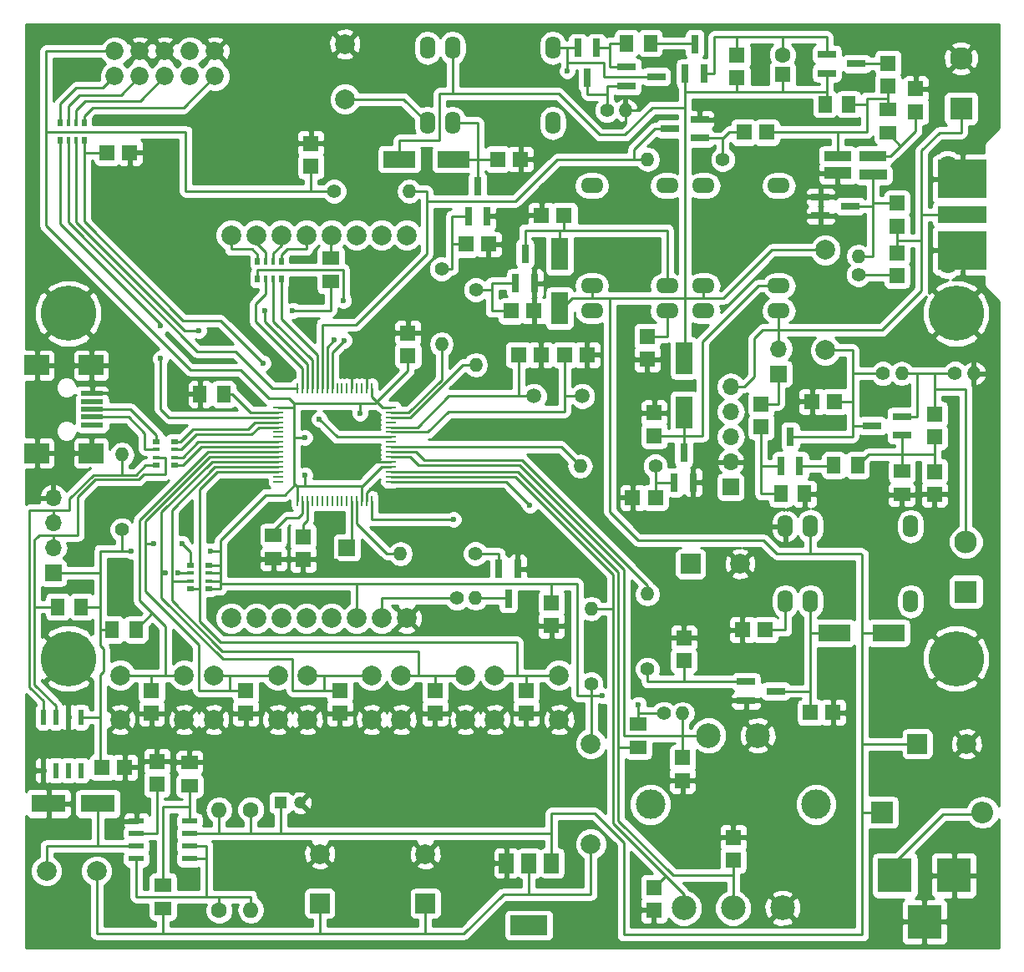
<source format=gbl>
G04 #@! TF.FileFunction,Copper,L2,Bot,Signal*
%FSLAX46Y46*%
G04 Gerber Fmt 4.6, Leading zero omitted, Abs format (unit mm)*
G04 Created by KiCad (PCBNEW 4.0.7-e2-6376~58~ubuntu14.04.1) date Thu Dec 19 07:43:31 2019*
%MOMM*%
%LPD*%
G01*
G04 APERTURE LIST*
%ADD10C,0.100000*%
%ADD11C,2.000000*%
%ADD12R,1.000000X0.250000*%
%ADD13R,0.250000X1.000000*%
%ADD14R,1.600000X1.600000*%
%ADD15C,1.600000*%
%ADD16O,1.600000X1.600000*%
%ADD17R,1.700000X1.400000*%
%ADD18R,0.500000X0.800000*%
%ADD19R,0.400000X0.800000*%
%ADD20R,0.800000X0.500000*%
%ADD21R,0.800000X0.400000*%
%ADD22C,1.500000*%
%ADD23R,2.000000X2.000000*%
%ADD24R,1.200000X1.200000*%
%ADD25C,1.200000*%
%ADD26R,3.500000X1.800000*%
%ADD27C,1.998980*%
%ADD28R,1.400000X1.700000*%
%ADD29R,0.600000X1.550000*%
%ADD30R,3.800000X2.000000*%
%ADD31R,1.500000X2.000000*%
%ADD32R,1.550000X0.600000*%
%ADD33R,3.300000X1.700000*%
%ADD34R,1.900000X0.800000*%
%ADD35C,2.500000*%
%ADD36C,3.000000*%
%ADD37C,1.850000*%
%ADD38C,5.600000*%
%ADD39R,0.800000X1.900000*%
%ADD40R,2.300000X0.500000*%
%ADD41R,2.500000X2.000000*%
%ADD42R,1.700000X3.300000*%
%ADD43O,1.600000X2.300000*%
%ADD44O,2.300000X1.600000*%
%ADD45R,2.800000X1.200000*%
%ADD46R,2.800000X1.000000*%
%ADD47C,1.800000*%
%ADD48R,5.000000X1.800000*%
%ADD49R,5.000000X3.960000*%
%ADD50R,1.700000X1.700000*%
%ADD51O,1.700000X1.700000*%
%ADD52C,1.400000*%
%ADD53O,1.400000X1.400000*%
%ADD54R,2.300000X2.300000*%
%ADD55C,2.300000*%
%ADD56R,3.500120X3.500120*%
%ADD57R,2.200000X2.200000*%
%ADD58O,2.200000X2.200000*%
%ADD59C,0.600000*%
%ADD60C,0.250000*%
%ADD61C,0.200000*%
%ADD62C,0.254000*%
G04 APERTURE END LIST*
D10*
D11*
X94130000Y-62075000D03*
X96670000Y-62075000D03*
X91590000Y-62075000D03*
X89050000Y-62075000D03*
X86510000Y-62075000D03*
X99210000Y-62075000D03*
X101750000Y-62075000D03*
X104290000Y-62075000D03*
X86510000Y-100925000D03*
X89050000Y-100925000D03*
X91590000Y-100925000D03*
X94130000Y-100925000D03*
X96670000Y-100925000D03*
X99210000Y-100925000D03*
X101750000Y-100925000D03*
X104290000Y-100925000D03*
D12*
X102700000Y-79550000D03*
X102700000Y-80050000D03*
X102700000Y-80550000D03*
X102700000Y-81050000D03*
X102700000Y-81550000D03*
X102700000Y-82050000D03*
X102700000Y-82550000D03*
X102700000Y-83050000D03*
X102700000Y-83550000D03*
X102700000Y-84050000D03*
X102700000Y-84550000D03*
X102700000Y-85050000D03*
X102700000Y-85550000D03*
X102700000Y-86050000D03*
X102700000Y-86550000D03*
X102700000Y-87050000D03*
D13*
X100750000Y-89000000D03*
X100250000Y-89000000D03*
X99750000Y-89000000D03*
X99250000Y-89000000D03*
X98750000Y-89000000D03*
X98250000Y-89000000D03*
X97750000Y-89000000D03*
X97250000Y-89000000D03*
X96750000Y-89000000D03*
X96250000Y-89000000D03*
X95750000Y-89000000D03*
X95250000Y-89000000D03*
X94750000Y-89000000D03*
X94250000Y-89000000D03*
X93750000Y-89000000D03*
X93250000Y-89000000D03*
D12*
X91300000Y-87050000D03*
X91300000Y-86550000D03*
X91300000Y-86050000D03*
X91300000Y-85550000D03*
X91300000Y-85050000D03*
X91300000Y-84550000D03*
X91300000Y-84050000D03*
X91300000Y-83550000D03*
X91300000Y-83050000D03*
X91300000Y-82550000D03*
X91300000Y-82050000D03*
X91300000Y-81550000D03*
X91300000Y-81050000D03*
X91300000Y-80550000D03*
X91300000Y-80050000D03*
X91300000Y-79550000D03*
D13*
X93250000Y-77600000D03*
X93750000Y-77600000D03*
X94250000Y-77600000D03*
X94750000Y-77600000D03*
X95250000Y-77600000D03*
X95750000Y-77600000D03*
X96250000Y-77600000D03*
X96750000Y-77600000D03*
X97250000Y-77600000D03*
X97750000Y-77600000D03*
X98250000Y-77600000D03*
X98750000Y-77600000D03*
X99250000Y-77600000D03*
X99750000Y-77600000D03*
X100250000Y-77600000D03*
X100750000Y-77600000D03*
D14*
X147530000Y-110480000D03*
X145230000Y-110480000D03*
X132390000Y-102920000D03*
X132390000Y-105220000D03*
D15*
X88500000Y-120325000D03*
D16*
X88500000Y-130485000D03*
D17*
X82300000Y-117900000D03*
X82300000Y-115500000D03*
D18*
X89200000Y-64700000D03*
D19*
X90800000Y-64700000D03*
X90000000Y-64700000D03*
D18*
X91600000Y-64700000D03*
D19*
X90000000Y-66500000D03*
D18*
X89200000Y-66500000D03*
D19*
X90800000Y-66500000D03*
D18*
X91600000Y-66500000D03*
D20*
X82425000Y-97950000D03*
D21*
X82425000Y-96350000D03*
X82425000Y-97150000D03*
D20*
X82425000Y-95550000D03*
D21*
X84225000Y-97150000D03*
D20*
X84225000Y-97950000D03*
D21*
X84225000Y-96350000D03*
D20*
X84225000Y-95550000D03*
D18*
X69200000Y-50700000D03*
D19*
X70800000Y-50700000D03*
X70000000Y-50700000D03*
D18*
X71600000Y-50700000D03*
D19*
X70000000Y-52500000D03*
D18*
X69200000Y-52500000D03*
D19*
X70800000Y-52500000D03*
D18*
X71600000Y-52500000D03*
D22*
X117200000Y-78400000D03*
X122080000Y-78400000D03*
D14*
X117970000Y-60080000D03*
X120270000Y-60080000D03*
X117200000Y-69775000D03*
X114900000Y-69775000D03*
D23*
X133100000Y-95400000D03*
D11*
X138100000Y-95400000D03*
D14*
X118980000Y-101660000D03*
X118980000Y-99360000D03*
X75740000Y-116030000D03*
X73440000Y-116030000D03*
X117930000Y-74220000D03*
X115630000Y-74220000D03*
X76250000Y-53700000D03*
X73950000Y-53700000D03*
X122600000Y-74220000D03*
X120300000Y-74220000D03*
X93800000Y-94950000D03*
X93800000Y-92650000D03*
D24*
X91500000Y-119625000D03*
D25*
X93500000Y-119625000D03*
D14*
X79000000Y-115450000D03*
X79000000Y-117750000D03*
D26*
X73000000Y-119725000D03*
X68000000Y-119725000D03*
D27*
X122975000Y-123801260D03*
X122975000Y-113641260D03*
D17*
X90800000Y-94900000D03*
X90800000Y-92500000D03*
D28*
X85750000Y-78200000D03*
X83350000Y-78200000D03*
D15*
X85300000Y-130525000D03*
D16*
X85300000Y-120365000D03*
D17*
X79600000Y-130350000D03*
X79600000Y-127950000D03*
D29*
X71280000Y-116350000D03*
X70010000Y-116350000D03*
X68740000Y-116350000D03*
X67470000Y-116350000D03*
X67470000Y-110950000D03*
X68740000Y-110950000D03*
X70010000Y-110950000D03*
X71280000Y-110950000D03*
D30*
X116700000Y-132050000D03*
D31*
X116700000Y-125750000D03*
X119000000Y-125750000D03*
X114400000Y-125750000D03*
D32*
X76900000Y-125305000D03*
X76900000Y-124035000D03*
X76900000Y-122765000D03*
X76900000Y-121495000D03*
X82300000Y-121495000D03*
X82300000Y-122765000D03*
X82300000Y-124035000D03*
X82300000Y-125305000D03*
D14*
X157800000Y-82550000D03*
X157800000Y-80250000D03*
X157800000Y-88350000D03*
X157800000Y-86050000D03*
X145400000Y-78950000D03*
X147700000Y-78950000D03*
X129400000Y-80100000D03*
X129400000Y-82400000D03*
D33*
X153150000Y-102400000D03*
X147650000Y-102400000D03*
D28*
X146700000Y-48800000D03*
X149100000Y-48800000D03*
D17*
X96600000Y-66800000D03*
X96600000Y-64400000D03*
D34*
X138700000Y-109250000D03*
X138700000Y-107350000D03*
X141700000Y-108300000D03*
D28*
X129000000Y-42600000D03*
X126600000Y-42600000D03*
D11*
X75250000Y-111200000D03*
X75250000Y-106700000D03*
X81750000Y-111200000D03*
X81750000Y-106700000D03*
X84750000Y-111200000D03*
X84750000Y-106700000D03*
X91250000Y-111200000D03*
X91250000Y-106700000D03*
X94250000Y-111200000D03*
X94250000Y-106700000D03*
X100750000Y-111200000D03*
X100750000Y-106700000D03*
X103750000Y-111200000D03*
X103750000Y-106700000D03*
X110250000Y-111200000D03*
X110250000Y-106700000D03*
D35*
X134900000Y-112800000D03*
X132400000Y-130300000D03*
X137400000Y-130300000D03*
X142400000Y-130300000D03*
X139900000Y-112800000D03*
D36*
X145800000Y-119800000D03*
X129000000Y-119800000D03*
D14*
X129360000Y-130510000D03*
X129360000Y-128210000D03*
X137400000Y-123150000D03*
X137400000Y-125450000D03*
X132260000Y-117370000D03*
X132260000Y-115070000D03*
D37*
X74720000Y-43430000D03*
X74720000Y-45970000D03*
X77260000Y-43430000D03*
X77260000Y-45970000D03*
X79800000Y-43430000D03*
X79800000Y-45970000D03*
X82340000Y-43430000D03*
X82340000Y-45970000D03*
X84880000Y-43430000D03*
X84880000Y-45970000D03*
D27*
X67800000Y-126545000D03*
X72880000Y-126545000D03*
D38*
X160000000Y-70000000D03*
X70000000Y-70000000D03*
X70000000Y-105000000D03*
X160000000Y-105000000D03*
D14*
X78450000Y-110550000D03*
X78450000Y-108250000D03*
X88000000Y-110550000D03*
X88000000Y-108250000D03*
X97525000Y-110550000D03*
X97525000Y-108250000D03*
X107175000Y-110550000D03*
X107175000Y-108250000D03*
X116425000Y-110550000D03*
X116425000Y-108250000D03*
D11*
X113250000Y-111200000D03*
X113250000Y-106700000D03*
X119750000Y-111200000D03*
X119750000Y-106700000D03*
D39*
X113670000Y-95910000D03*
X115570000Y-95910000D03*
X114620000Y-98910000D03*
D14*
X153100000Y-46950000D03*
X153100000Y-44650000D03*
D40*
X72425000Y-81325000D03*
X72425000Y-80525000D03*
X72425000Y-79725000D03*
X72425000Y-78925000D03*
X72425000Y-78125000D03*
D41*
X72325000Y-84175000D03*
X66825000Y-84175000D03*
X72325000Y-75275000D03*
X66825000Y-75275000D03*
D20*
X78950000Y-85400000D03*
D21*
X78950000Y-83800000D03*
X78950000Y-84600000D03*
D20*
X78950000Y-83000000D03*
D21*
X80750000Y-84600000D03*
D20*
X80750000Y-85400000D03*
D21*
X80750000Y-83800000D03*
D20*
X80750000Y-83000000D03*
D14*
X138500000Y-51650000D03*
X140800000Y-51650000D03*
X138350000Y-102100000D03*
X140650000Y-102100000D03*
X140250000Y-79200000D03*
X140250000Y-81500000D03*
D17*
X153100000Y-49300000D03*
X153100000Y-51700000D03*
D14*
X115840000Y-54370000D03*
X113540000Y-54370000D03*
X112600000Y-63000000D03*
X110300000Y-63000000D03*
X127220000Y-88680000D03*
X129520000Y-88680000D03*
X128700000Y-74650000D03*
X128700000Y-72350000D03*
X154000000Y-66150000D03*
X154000000Y-63850000D03*
X154000000Y-58850000D03*
X154000000Y-61150000D03*
X137800000Y-43850000D03*
X137800000Y-46150000D03*
X155900000Y-49550000D03*
X155900000Y-47250000D03*
D42*
X119800000Y-69500000D03*
X119800000Y-64000000D03*
D33*
X103560000Y-54370000D03*
X109060000Y-54370000D03*
D42*
X132400000Y-74550000D03*
X132400000Y-80050000D03*
D34*
X146270000Y-60100000D03*
X146270000Y-58200000D03*
X149270000Y-59150000D03*
X146900000Y-45650000D03*
X146900000Y-43750000D03*
X149900000Y-44700000D03*
D43*
X119100000Y-43080000D03*
X108940000Y-43080000D03*
X119100000Y-50700000D03*
X108940000Y-50700000D03*
X106400000Y-43080000D03*
X106400000Y-50700000D03*
D44*
X123080000Y-57050000D03*
X123080000Y-67210000D03*
X130700000Y-57050000D03*
X130700000Y-67210000D03*
X123080000Y-69750000D03*
X130700000Y-69750000D03*
X134380000Y-57050000D03*
X134380000Y-67210000D03*
X142000000Y-57050000D03*
X142000000Y-67210000D03*
X134380000Y-69750000D03*
X142000000Y-69750000D03*
D43*
X155400000Y-91580000D03*
X145240000Y-91580000D03*
X155400000Y-99200000D03*
X145240000Y-99200000D03*
X142700000Y-91580000D03*
X142700000Y-99200000D03*
D27*
X98046000Y-48292000D03*
X98046000Y-42704000D03*
X146750000Y-73751260D03*
X146750000Y-63591260D03*
D39*
X117250000Y-66950000D03*
X115350000Y-66950000D03*
X116300000Y-63950000D03*
X112450000Y-60150000D03*
X110550000Y-60150000D03*
X111500000Y-57150000D03*
X133350000Y-87150000D03*
X131450000Y-87150000D03*
X132400000Y-84150000D03*
X121650000Y-43100000D03*
X123550000Y-43100000D03*
X122600000Y-46100000D03*
D34*
X126600000Y-46950000D03*
X126600000Y-45050000D03*
X129600000Y-46000000D03*
D39*
X134450000Y-45700000D03*
X132550000Y-45700000D03*
X133500000Y-42700000D03*
D45*
X148000000Y-55770000D03*
D46*
X148000000Y-54050000D03*
X151600000Y-54050000D03*
D10*
G36*
X153000000Y-56450000D02*
X150200000Y-56450000D01*
X150200000Y-55450000D01*
X153000000Y-55450000D01*
X153000000Y-56450000D01*
X153000000Y-56450000D01*
G37*
D34*
X134000000Y-50350000D03*
X134000000Y-52250000D03*
X131000000Y-51300000D03*
X154500000Y-80450000D03*
X154500000Y-82350000D03*
X151500000Y-81400000D03*
D39*
X144150000Y-85500000D03*
X142250000Y-85500000D03*
X143200000Y-82500000D03*
D28*
X150000000Y-85400000D03*
X147600000Y-85400000D03*
X142250000Y-88300000D03*
X144650000Y-88300000D03*
D14*
X142400000Y-45800000D03*
D15*
X142400000Y-43800000D03*
D47*
X159143000Y-65080000D03*
X159143000Y-54920000D03*
D48*
X160650000Y-60000000D03*
D49*
X160650000Y-56380000D03*
X160650000Y-63620000D03*
D47*
X159143000Y-62540000D03*
X159143000Y-57460000D03*
X159143000Y-60000000D03*
D17*
X154500000Y-86000000D03*
X154500000Y-88400000D03*
D50*
X142000000Y-76150000D03*
D51*
X142000000Y-73610000D03*
D52*
X124600000Y-49440000D03*
D53*
X126500000Y-49440000D03*
D54*
X160500000Y-49230000D03*
D55*
X160500000Y-44160000D03*
D54*
X161000000Y-98230000D03*
D55*
X161000000Y-93160000D03*
D52*
X159900000Y-76100000D03*
D53*
X161800000Y-76100000D03*
D52*
X150100000Y-66100000D03*
D53*
X150100000Y-64200000D03*
D52*
X152600000Y-76100000D03*
D53*
X154500000Y-76100000D03*
D56*
X153799860Y-127000000D03*
X159799340Y-127000000D03*
X156799600Y-131699000D03*
D52*
X136350000Y-54400000D03*
D53*
X128730000Y-54400000D03*
D50*
X68475000Y-96325000D03*
D51*
X68475000Y-93785000D03*
X68475000Y-91245000D03*
X68475000Y-88705000D03*
D50*
X137150000Y-87600000D03*
D51*
X137150000Y-85060000D03*
X137150000Y-82520000D03*
X137150000Y-79980000D03*
X137150000Y-77440000D03*
D28*
X76870000Y-102070000D03*
X74470000Y-102070000D03*
X71320000Y-99750000D03*
X68920000Y-99750000D03*
D52*
X109380000Y-98900000D03*
D53*
X111280000Y-98900000D03*
D52*
X130360000Y-110570000D03*
D53*
X132260000Y-110570000D03*
D52*
X128700000Y-106080000D03*
D53*
X128700000Y-98460000D03*
D52*
X123000000Y-107570000D03*
D53*
X123000000Y-99950000D03*
D17*
X127800000Y-111610000D03*
X127800000Y-114010000D03*
D52*
X111310000Y-67610000D03*
D53*
X111310000Y-75230000D03*
D52*
X107840000Y-65510000D03*
D53*
X107840000Y-73130000D03*
D14*
X94590000Y-55080000D03*
X94590000Y-52780000D03*
D52*
X96950000Y-57630000D03*
D53*
X104570000Y-57630000D03*
D52*
X129510000Y-85500000D03*
D53*
X121890000Y-85500000D03*
D52*
X75438000Y-91948000D03*
D53*
X75438000Y-84328000D03*
D23*
X95500000Y-129825000D03*
D11*
X95500000Y-124825000D03*
D23*
X156060000Y-113650000D03*
D11*
X161060000Y-113650000D03*
D23*
X106200000Y-129825000D03*
D11*
X106200000Y-124825000D03*
D14*
X104440000Y-71990000D03*
X104440000Y-74290000D03*
D50*
X98250000Y-93740000D03*
D52*
X111280000Y-94380000D03*
D53*
X103660000Y-94380000D03*
D57*
X152520000Y-120590000D03*
D58*
X162680000Y-120590000D03*
D59*
X107540000Y-95940000D03*
X105290000Y-92350000D03*
X109750000Y-92480000D03*
X104810000Y-88840000D03*
X108450000Y-88780000D03*
X113450000Y-88840000D03*
X138000000Y-90830000D03*
X101730000Y-87990000D03*
X97100000Y-84480000D03*
X94060000Y-81030000D03*
X94760000Y-84490000D03*
X101160000Y-80720000D03*
X97380000Y-80520000D03*
X99570000Y-85690000D03*
X95860000Y-94950000D03*
X101460000Y-95970000D03*
X94800000Y-46330000D03*
X94770000Y-50050000D03*
X106630000Y-46350000D03*
X101860000Y-46330000D03*
X111520000Y-46340000D03*
X103300000Y-43490000D03*
X70160000Y-45350000D03*
X86620000Y-69460000D03*
X92320000Y-75870000D03*
X89810000Y-73360000D03*
X93680000Y-67350000D03*
X86580000Y-65160000D03*
X87630000Y-67350000D03*
X93690000Y-64530000D03*
X94450000Y-70730000D03*
X83290000Y-59570000D03*
X88540000Y-59540000D03*
X93620000Y-59600000D03*
X97930000Y-59590000D03*
X101270000Y-59280000D03*
X108780000Y-56760000D03*
X114760000Y-56780000D03*
X103180000Y-50070000D03*
X100620000Y-51900000D03*
X97410000Y-52750000D03*
X97860000Y-55660000D03*
X101820000Y-56920000D03*
X118000000Y-57790000D03*
X119460000Y-56470000D03*
X126310000Y-56290000D03*
X122380000Y-53030000D03*
X125000000Y-53200000D03*
X128690000Y-47650000D03*
X130920000Y-43990000D03*
X114750000Y-43020000D03*
X114960000Y-46350000D03*
X111480000Y-43020000D03*
X115880000Y-51470000D03*
X118600000Y-46360000D03*
X113140000Y-49700000D03*
X116840000Y-49640000D03*
X116690000Y-101660000D03*
X108920000Y-101670000D03*
X112890000Y-101670000D03*
X126620000Y-83520000D03*
X126600000Y-80130000D03*
X126820000Y-66230000D03*
X129170000Y-77220000D03*
X126570000Y-77070000D03*
X126590000Y-73270000D03*
X126820000Y-69780000D03*
X133910000Y-71670000D03*
X139670000Y-69570000D03*
X144390000Y-73090000D03*
X136860000Y-74870000D03*
X138070000Y-71670000D03*
X144330000Y-96170000D03*
X147890000Y-95950000D03*
X148070000Y-98450000D03*
X161790000Y-95480000D03*
X158270000Y-93610000D03*
X157780000Y-90770000D03*
X159640000Y-84260000D03*
X159640000Y-79630000D03*
X147540000Y-88570000D03*
X147620000Y-91810000D03*
X150330000Y-91910000D03*
X152120000Y-86890000D03*
X152090000Y-89840000D03*
X152240000Y-98430000D03*
X155120000Y-96010000D03*
X152120000Y-94350000D03*
X143850000Y-65350000D03*
X146810000Y-66970000D03*
X149310000Y-61630000D03*
X141460000Y-53830000D03*
X144480000Y-53020000D03*
X138480000Y-60130000D03*
X141960000Y-60130000D03*
X141950000Y-62370000D03*
X138480000Y-63000000D03*
X134570000Y-64860000D03*
X134520000Y-60130000D03*
X139600000Y-55780000D03*
X137300000Y-57890000D03*
X128470000Y-60140000D03*
X128470000Y-64400000D03*
X123380000Y-60140000D03*
X86140000Y-74790000D03*
X81300000Y-78200000D03*
X82860000Y-74780000D03*
X85180000Y-72760000D03*
X118690000Y-66750000D03*
X125060000Y-64430000D03*
X154650000Y-56370000D03*
X150990000Y-41800000D03*
X155900000Y-42570000D03*
X157930000Y-49680000D03*
X149840000Y-52640000D03*
X144590000Y-55760000D03*
X144580000Y-49620000D03*
X150450000Y-83470000D03*
X146460000Y-83520000D03*
X154270000Y-78190000D03*
X150880000Y-78090000D03*
X117920000Y-95710000D03*
X115570000Y-92830000D03*
X123330000Y-97200000D03*
X121060000Y-94860000D03*
X119030000Y-92830000D03*
X71980000Y-97830000D03*
X76220000Y-104190000D03*
X75270000Y-98740000D03*
X81570000Y-104190000D03*
X84810000Y-90820000D03*
X87400000Y-87970000D03*
X81980000Y-90860000D03*
X85140000Y-87970000D03*
X78430000Y-88040000D03*
X72520000Y-91420000D03*
X71000000Y-94450000D03*
X72550000Y-88700000D03*
X75270000Y-96150000D03*
X139980000Y-44810000D03*
X150250000Y-46980000D03*
X144750000Y-44870000D03*
X134000000Y-48770000D03*
X141100000Y-48770000D03*
X137380000Y-48770000D03*
X143330000Y-78950000D03*
X145400000Y-80970000D03*
X145400000Y-76350000D03*
X112600000Y-65190000D03*
X114920000Y-60570000D03*
X107620000Y-62190000D03*
X100250000Y-75730000D03*
X99170000Y-64860000D03*
X101180000Y-67000000D03*
X103560000Y-64620000D03*
X106270000Y-67120000D03*
X104190000Y-69180000D03*
X101510000Y-71950000D03*
X149060000Y-57540000D03*
X117200000Y-71910000D03*
X114000000Y-68030000D03*
X113420000Y-71910000D03*
X82210000Y-127300000D03*
X80580000Y-123110000D03*
X74550000Y-122440000D03*
X78100000Y-126520000D03*
X124100000Y-110810000D03*
X123350000Y-103470000D03*
X118980000Y-103470000D03*
X98750000Y-75730000D03*
X78650000Y-53675000D03*
X75250000Y-78100000D03*
X76400000Y-94100000D03*
X84400000Y-94100000D03*
X127800000Y-109660000D03*
X124170000Y-108770000D03*
X99580000Y-80150000D03*
X93950000Y-82600000D03*
X93950000Y-86400000D03*
X89750000Y-75050000D03*
X95450000Y-80750000D03*
X78640000Y-93340000D03*
X81530000Y-93340000D03*
X79830000Y-96350000D03*
X81140000Y-96350000D03*
X79350000Y-71300000D03*
X79350000Y-74590000D03*
X96975000Y-72700000D03*
X83200000Y-71750000D03*
X92750000Y-69700000D03*
X89900000Y-69700000D03*
X120570000Y-45430000D03*
X97900000Y-68700000D03*
X97950000Y-72750000D03*
X109070000Y-90900000D03*
X116800000Y-89460000D03*
D60*
X109620000Y-92350000D02*
X105290000Y-92350000D01*
X109750000Y-92480000D02*
X109620000Y-92350000D01*
X115570000Y-92830000D02*
X115570000Y-90960000D01*
X108390000Y-88840000D02*
X104810000Y-88840000D01*
X108450000Y-88780000D02*
X108390000Y-88840000D01*
X115570000Y-90960000D02*
X113450000Y-88840000D01*
X142700000Y-91580000D02*
X138750000Y-91580000D01*
X138750000Y-91580000D02*
X138000000Y-90830000D01*
X100250000Y-89000000D02*
X100250000Y-88180000D01*
X101390000Y-87650000D02*
X101730000Y-87990000D01*
X100780000Y-87650000D02*
X101390000Y-87650000D01*
X100250000Y-88180000D02*
X100780000Y-87650000D01*
X95340000Y-82310000D02*
X94060000Y-81030000D01*
X95340000Y-83910000D02*
X95340000Y-82310000D01*
X94760000Y-84490000D02*
X95340000Y-83910000D01*
X101160000Y-80720000D02*
X101160000Y-80900000D01*
X98160000Y-81300000D02*
X97380000Y-80520000D01*
X100760000Y-81300000D02*
X98160000Y-81300000D01*
X101160000Y-80900000D02*
X100760000Y-81300000D01*
X100850000Y-85050000D02*
X100210000Y-85050000D01*
X100210000Y-85050000D02*
X99570000Y-85690000D01*
X95860000Y-94950000D02*
X97090000Y-94950000D01*
X93800000Y-94950000D02*
X95860000Y-94950000D01*
X98110000Y-95970000D02*
X101460000Y-95970000D01*
X97090000Y-94950000D02*
X98110000Y-95970000D01*
X101860000Y-46330000D02*
X94800000Y-46330000D01*
X106630000Y-46350000D02*
X106610000Y-46330000D01*
X106610000Y-46330000D02*
X101860000Y-46330000D01*
X114960000Y-46350000D02*
X111530000Y-46350000D01*
X111530000Y-46350000D02*
X111520000Y-46340000D01*
X87640000Y-70840000D02*
X87640000Y-70480000D01*
X87640000Y-70480000D02*
X86620000Y-69460000D01*
X87630000Y-67350000D02*
X87630000Y-69970000D01*
X87640000Y-71190000D02*
X89810000Y-73360000D01*
X87640000Y-69980000D02*
X87640000Y-70840000D01*
X87640000Y-70840000D02*
X87640000Y-71190000D01*
X87630000Y-69970000D02*
X87640000Y-69980000D01*
X86580000Y-66300000D02*
X86580000Y-65160000D01*
X87630000Y-67350000D02*
X86580000Y-66300000D01*
X93560000Y-59540000D02*
X88540000Y-59540000D01*
X93620000Y-59600000D02*
X93560000Y-59540000D01*
X100960000Y-59590000D02*
X97930000Y-59590000D01*
X101270000Y-59280000D02*
X100960000Y-59590000D01*
X108780000Y-56760000D02*
X107380000Y-56760000D01*
X115840000Y-54370000D02*
X115840000Y-55700000D01*
X115840000Y-55700000D02*
X114760000Y-56780000D01*
X102450000Y-50070000D02*
X103180000Y-50070000D01*
X100620000Y-51900000D02*
X102450000Y-50070000D01*
X97410000Y-55210000D02*
X97410000Y-52750000D01*
X97860000Y-55660000D02*
X97410000Y-55210000D01*
X102560000Y-56180000D02*
X101820000Y-56920000D01*
X106800000Y-56180000D02*
X102560000Y-56180000D01*
X107380000Y-56760000D02*
X106800000Y-56180000D01*
X120480000Y-55450000D02*
X119460000Y-56470000D01*
X125470000Y-55450000D02*
X120480000Y-55450000D01*
X126310000Y-56290000D02*
X125470000Y-55450000D01*
X124830000Y-53030000D02*
X122380000Y-53030000D01*
X125000000Y-53200000D02*
X124830000Y-53030000D01*
X128690000Y-47650000D02*
X130800000Y-47650000D01*
X127670000Y-49440000D02*
X128690000Y-48420000D01*
X128690000Y-48420000D02*
X128690000Y-47650000D01*
X126500000Y-49440000D02*
X127670000Y-49440000D01*
X130920000Y-44140000D02*
X130920000Y-43990000D01*
X131390000Y-44610000D02*
X130920000Y-44140000D01*
X131390000Y-47060000D02*
X131390000Y-44610000D01*
X130800000Y-47650000D02*
X131390000Y-47060000D01*
X114960000Y-43230000D02*
X114750000Y-43020000D01*
X114960000Y-46350000D02*
X114960000Y-43230000D01*
X115880000Y-49700000D02*
X115880000Y-51470000D01*
X126500000Y-50640000D02*
X126230000Y-50910000D01*
X126230000Y-50910000D02*
X124060000Y-50910000D01*
X124060000Y-50910000D02*
X119510000Y-46360000D01*
X119510000Y-46360000D02*
X118600000Y-46360000D01*
X126500000Y-49440000D02*
X126500000Y-50640000D01*
X116780000Y-49700000D02*
X115880000Y-49700000D01*
X115880000Y-49700000D02*
X113140000Y-49700000D01*
X116840000Y-49640000D02*
X116780000Y-49700000D01*
X116690000Y-101660000D02*
X112900000Y-101660000D01*
X118980000Y-101660000D02*
X116690000Y-101660000D01*
X112900000Y-101660000D02*
X112890000Y-101670000D01*
X126620000Y-80150000D02*
X126620000Y-83520000D01*
X126600000Y-80130000D02*
X126620000Y-80150000D01*
X126820000Y-64400000D02*
X126820000Y-66230000D01*
X126720000Y-77220000D02*
X129170000Y-77220000D01*
X126570000Y-77070000D02*
X126720000Y-77220000D01*
X126590000Y-70010000D02*
X126590000Y-73270000D01*
X126820000Y-69780000D02*
X126590000Y-70010000D01*
X136860000Y-72880000D02*
X136860000Y-74870000D01*
X138070000Y-71670000D02*
X136860000Y-72880000D01*
X144310000Y-96190000D02*
X144270000Y-96190000D01*
X144330000Y-96170000D02*
X144310000Y-96190000D01*
X147890000Y-98270000D02*
X147890000Y-95950000D01*
X148070000Y-98450000D02*
X147890000Y-98270000D01*
X157800000Y-88350000D02*
X157800000Y-90750000D01*
X160140000Y-95480000D02*
X161790000Y-95480000D01*
X158270000Y-93610000D02*
X160140000Y-95480000D01*
X157800000Y-90750000D02*
X157780000Y-90770000D01*
X159540000Y-88350000D02*
X159640000Y-88250000D01*
X159640000Y-88250000D02*
X159640000Y-84260000D01*
X159540000Y-88350000D02*
X157800000Y-88350000D01*
X152090000Y-89840000D02*
X152090000Y-90150000D01*
X147540000Y-91730000D02*
X147540000Y-88570000D01*
X147620000Y-91810000D02*
X147540000Y-91730000D01*
X152090000Y-90150000D02*
X150330000Y-91910000D01*
X152120000Y-86890000D02*
X152090000Y-86920000D01*
X152090000Y-86920000D02*
X152090000Y-89840000D01*
X152240000Y-98430000D02*
X152220000Y-98430000D01*
X153780000Y-96010000D02*
X155120000Y-96010000D01*
X152120000Y-94350000D02*
X153780000Y-96010000D01*
X146270000Y-60100000D02*
X146270000Y-61290000D01*
X145190000Y-65350000D02*
X143850000Y-65350000D01*
X146810000Y-66970000D02*
X145190000Y-65350000D01*
X146610000Y-61630000D02*
X149310000Y-61630000D01*
X146270000Y-61290000D02*
X146610000Y-61630000D01*
X143670000Y-53830000D02*
X141460000Y-53830000D01*
X144480000Y-53020000D02*
X143670000Y-53830000D01*
X141960000Y-60130000D02*
X141960000Y-62360000D01*
X141960000Y-62360000D02*
X141950000Y-62370000D01*
X138480000Y-60130000D02*
X138480000Y-63000000D01*
X134520000Y-60130000D02*
X138480000Y-60130000D01*
X134520000Y-60130000D02*
X135060000Y-60130000D01*
X135060000Y-60130000D02*
X137300000Y-57890000D01*
X123380000Y-60140000D02*
X128470000Y-60140000D01*
X128470000Y-64400000D02*
X126820000Y-64400000D01*
X83350000Y-78200000D02*
X81300000Y-78200000D01*
X86140000Y-74790000D02*
X82860000Y-74780000D01*
X118490000Y-66950000D02*
X118690000Y-66750000D01*
X117250000Y-66950000D02*
X118490000Y-66950000D01*
X125090000Y-64400000D02*
X126820000Y-64400000D01*
X125060000Y-64430000D02*
X125090000Y-64400000D01*
X154650000Y-56370000D02*
X154650000Y-54070000D01*
X155130000Y-41800000D02*
X150990000Y-41800000D01*
X155900000Y-42570000D02*
X155130000Y-41800000D01*
X157930000Y-50790000D02*
X157930000Y-49680000D01*
X154650000Y-54070000D02*
X157930000Y-50790000D01*
X148000000Y-55770000D02*
X144600000Y-55770000D01*
X149840000Y-52640000D02*
X149850000Y-52650000D01*
X144600000Y-55770000D02*
X144590000Y-55760000D01*
X150450000Y-83470000D02*
X146510000Y-83470000D01*
X146510000Y-83470000D02*
X146460000Y-83520000D01*
X150980000Y-78190000D02*
X154270000Y-78190000D01*
X150880000Y-78090000D02*
X150980000Y-78190000D01*
X121060000Y-94860000D02*
X118770000Y-94860000D01*
X118770000Y-94860000D02*
X117920000Y-95710000D01*
X115570000Y-95910000D02*
X115570000Y-92830000D01*
X119030000Y-92830000D02*
X121060000Y-94860000D01*
X71970000Y-97840000D02*
X71930000Y-97840000D01*
X71980000Y-97830000D02*
X71970000Y-97840000D01*
X75270000Y-98740000D02*
X75270000Y-96150000D01*
X84810000Y-90820000D02*
X87400000Y-88230000D01*
X87400000Y-88230000D02*
X87400000Y-87970000D01*
X78430000Y-88040000D02*
X78440000Y-88040000D01*
X72550000Y-91390000D02*
X72520000Y-91420000D01*
X72550000Y-88700000D02*
X72550000Y-91390000D01*
X75250000Y-96170000D02*
X75240000Y-96170000D01*
X75270000Y-96150000D02*
X75250000Y-96170000D01*
X134000000Y-50350000D02*
X134000000Y-48770000D01*
X137380000Y-48770000D02*
X141100000Y-48770000D01*
X145400000Y-78950000D02*
X143330000Y-78950000D01*
X145400000Y-78950000D02*
X145400000Y-80970000D01*
X145400000Y-78950000D02*
X145400000Y-76350000D01*
X112600000Y-63000000D02*
X112600000Y-65190000D01*
X117970000Y-60080000D02*
X115410000Y-60080000D01*
X115410000Y-60080000D02*
X114920000Y-60570000D01*
X100250000Y-75730000D02*
X100250000Y-73210000D01*
X100250000Y-77600000D02*
X100250000Y-75730000D01*
X99170000Y-64860000D02*
X99150000Y-64860000D01*
X103560000Y-64620000D02*
X101180000Y-67000000D01*
X106250000Y-67120000D02*
X106270000Y-67120000D01*
X104190000Y-69180000D02*
X106250000Y-67120000D01*
X100250000Y-73210000D02*
X101510000Y-71950000D01*
X117200000Y-71910000D02*
X113420000Y-71910000D01*
X117200000Y-69775000D02*
X117200000Y-71910000D01*
X114000000Y-68030000D02*
X114010000Y-68020000D01*
X80580000Y-125940000D02*
X81940000Y-127300000D01*
X81940000Y-127300000D02*
X82210000Y-127300000D01*
X75495000Y-121495000D02*
X76900000Y-121495000D01*
X75495000Y-121495000D02*
X74550000Y-122440000D01*
X80580000Y-123110000D02*
X80580000Y-125940000D01*
X118980000Y-101660000D02*
X118980000Y-103470000D01*
X100850000Y-85050000D02*
X102700000Y-85050000D01*
X98750000Y-77600000D02*
X98750000Y-75730000D01*
X76250000Y-53700000D02*
X78625000Y-53700000D01*
X78625000Y-53700000D02*
X78650000Y-53675000D01*
X72425000Y-78125000D02*
X75225000Y-78125000D01*
X75225000Y-78125000D02*
X75250000Y-78100000D01*
X117450000Y-79950000D02*
X120300000Y-79950000D01*
X120300000Y-74220000D02*
X120300000Y-79950000D01*
X120300000Y-74220000D02*
X120300000Y-78400000D01*
X122080000Y-78400000D02*
X120300000Y-78400000D01*
X102700000Y-82050000D02*
X106450000Y-82050000D01*
X108550000Y-79950000D02*
X117450000Y-79950000D01*
X106450000Y-82050000D02*
X108550000Y-79950000D01*
X94250000Y-89000000D02*
X94250000Y-91000000D01*
X93800000Y-91450000D02*
X93800000Y-92650000D01*
X94250000Y-91000000D02*
X93800000Y-91450000D01*
X150100000Y-66100000D02*
X153950000Y-66100000D01*
X153950000Y-66100000D02*
X154000000Y-66150000D01*
X67800000Y-126545000D02*
X67800000Y-124035000D01*
X73000000Y-119725000D02*
X73000000Y-124035000D01*
X76900000Y-124035000D02*
X73000000Y-124035000D01*
X73000000Y-124035000D02*
X67800000Y-124035000D01*
X99750000Y-89000000D02*
X99750000Y-87500000D01*
X98360000Y-87500000D02*
X99750000Y-87500000D01*
X99750000Y-87500000D02*
X99800000Y-87500000D01*
X101750000Y-85550000D02*
X102700000Y-85550000D01*
X99800000Y-87500000D02*
X101750000Y-85550000D01*
X104440000Y-74290000D02*
X104440000Y-75810000D01*
X104440000Y-75810000D02*
X101275000Y-78975000D01*
X99580000Y-79130000D02*
X101120000Y-79130000D01*
X101120000Y-79130000D02*
X101275000Y-78975000D01*
X100750000Y-77600000D02*
X100750000Y-78450000D01*
X100750000Y-78450000D02*
X101275000Y-78975000D01*
X101275000Y-78975000D02*
X101850000Y-79550000D01*
X102700000Y-79550000D02*
X101850000Y-79550000D01*
X71280000Y-110950000D02*
X73270000Y-110950000D01*
X73550000Y-104070000D02*
X73550000Y-106330000D01*
X73270000Y-106610000D02*
X73270000Y-110950000D01*
X73270000Y-110950000D02*
X73270000Y-115860000D01*
X73550000Y-106330000D02*
X73270000Y-106610000D01*
X73270000Y-115860000D02*
X73440000Y-116030000D01*
X75438000Y-94100000D02*
X73230000Y-94100000D01*
X73230000Y-96325000D02*
X73230000Y-94100000D01*
X85437500Y-94100000D02*
X84400000Y-94100000D01*
X76400000Y-94100000D02*
X75438000Y-94100000D01*
X75438000Y-91948000D02*
X75438000Y-94100000D01*
X94590000Y-55080000D02*
X94590000Y-57630000D01*
X96950000Y-57630000D02*
X94590000Y-57630000D01*
X94590000Y-57630000D02*
X81900000Y-57630000D01*
X73230000Y-102070000D02*
X73230000Y-103690000D01*
X73550000Y-104010000D02*
X73550000Y-104070000D01*
X73230000Y-103690000D02*
X73550000Y-104010000D01*
X118980000Y-99360000D02*
X118980000Y-97410000D01*
X115740000Y-97410000D02*
X118980000Y-97410000D01*
X118980000Y-97410000D02*
X121580000Y-97410000D01*
X121580000Y-101890000D02*
X121580000Y-97410000D01*
X123000000Y-108770000D02*
X121580000Y-108770000D01*
X121580000Y-101890000D02*
X121580000Y-108770000D01*
X99210000Y-100925000D02*
X99210000Y-97410000D01*
X115740000Y-97410000D02*
X99210000Y-97410000D01*
X99210000Y-97410000D02*
X85437500Y-97410000D01*
X130360000Y-110570000D02*
X127800000Y-110570000D01*
X127800000Y-111610000D02*
X127800000Y-110570000D01*
X127800000Y-110570000D02*
X127800000Y-109660000D01*
X124170000Y-108770000D02*
X123000000Y-108770000D01*
X123000000Y-107570000D02*
X123000000Y-108770000D01*
X123000000Y-108770000D02*
X123000000Y-110570000D01*
X123000000Y-110570000D02*
X123000000Y-113616260D01*
X123000000Y-113616260D02*
X122975000Y-113641260D01*
X99580000Y-80150000D02*
X99580000Y-79130000D01*
X92850000Y-79130000D02*
X99580000Y-79130000D01*
X68475000Y-96325000D02*
X73230000Y-96325000D01*
X71320000Y-99750000D02*
X73230000Y-99750000D01*
X74470000Y-102070000D02*
X73230000Y-102070000D01*
X73230000Y-96325000D02*
X73230000Y-99410000D01*
X73230000Y-99410000D02*
X73230000Y-99750000D01*
X73230000Y-99750000D02*
X73230000Y-102070000D01*
X91300000Y-79550000D02*
X92850000Y-79550000D01*
X67750000Y-60080000D02*
X67750000Y-61120000D01*
X92850000Y-79130000D02*
X92850000Y-79550000D01*
X92850000Y-79550000D02*
X92850000Y-80050000D01*
X92340000Y-78620000D02*
X92850000Y-79130000D01*
X90330000Y-78620000D02*
X92340000Y-78620000D01*
X87450000Y-75740000D02*
X90330000Y-78620000D01*
X82370000Y-75740000D02*
X87450000Y-75740000D01*
X67750000Y-61120000D02*
X82370000Y-75740000D01*
X67750000Y-51600000D02*
X67750000Y-60080000D01*
X84225000Y-95550000D02*
X85437500Y-95550000D01*
X84225000Y-96350000D02*
X85437500Y-96350000D01*
X84225000Y-97150000D02*
X85437500Y-97150000D01*
X84225000Y-97950000D02*
X85400000Y-97950000D01*
X85400000Y-97950000D02*
X85437500Y-97950000D01*
X85437500Y-97410000D02*
X85437500Y-97950000D01*
X85437500Y-93037500D02*
X85437500Y-94100000D01*
X85437500Y-94100000D02*
X85437500Y-95550000D01*
X85437500Y-95550000D02*
X85437500Y-96350000D01*
X85437500Y-96350000D02*
X85437500Y-97150000D01*
X85437500Y-97150000D02*
X85437500Y-97410000D01*
X91950000Y-88425000D02*
X93012500Y-87362500D01*
X90050000Y-88425000D02*
X91950000Y-88425000D01*
X85437500Y-93037500D02*
X90050000Y-88425000D01*
X93950000Y-82600000D02*
X92850000Y-82600000D01*
X93950000Y-86400000D02*
X93950000Y-87500000D01*
X98360000Y-87500000D02*
X93950000Y-87500000D01*
X93250000Y-89000000D02*
X93250000Y-87500000D01*
X93600000Y-87500000D02*
X93250000Y-87500000D01*
X93950000Y-87500000D02*
X93600000Y-87500000D01*
X93250000Y-87500000D02*
X93150000Y-87500000D01*
X92850000Y-87200000D02*
X93012500Y-87362500D01*
X93012500Y-87362500D02*
X93150000Y-87500000D01*
X92850000Y-80050000D02*
X92850000Y-82600000D01*
X92850000Y-82600000D02*
X92850000Y-86400000D01*
X92850000Y-86400000D02*
X92850000Y-87200000D01*
X74720000Y-43430000D02*
X67750000Y-43430000D01*
X67750000Y-51600000D02*
X67750000Y-43430000D01*
X71650000Y-51600000D02*
X67750000Y-51600000D01*
X81900000Y-51600000D02*
X71650000Y-51600000D01*
X81900000Y-51600000D02*
X81900000Y-57630000D01*
X137800000Y-43850000D02*
X137800000Y-41990000D01*
X142400000Y-43800000D02*
X142400000Y-41990000D01*
X146900000Y-43750000D02*
X146900000Y-41990000D01*
X135500000Y-41990000D02*
X137800000Y-41990000D01*
X137800000Y-41990000D02*
X142400000Y-41990000D01*
X142400000Y-41990000D02*
X146900000Y-41990000D01*
X135500000Y-45700000D02*
X135500000Y-41990000D01*
X134450000Y-45700000D02*
X135500000Y-45700000D01*
X125780000Y-119240000D02*
X125780000Y-121430000D01*
X131330000Y-126980000D02*
X137400000Y-126980000D01*
X125780000Y-121430000D02*
X131330000Y-126980000D01*
X137400000Y-125450000D02*
X137400000Y-126980000D01*
X137400000Y-126980000D02*
X137400000Y-130300000D01*
X125780000Y-116700000D02*
X125780000Y-119240000D01*
X127800000Y-114010000D02*
X125780000Y-114010000D01*
X102700000Y-86050000D02*
X115600000Y-86050000D01*
X125780000Y-96230000D02*
X125780000Y-106090000D01*
X115600000Y-86050000D02*
X125780000Y-96230000D01*
X125780000Y-106090000D02*
X125780000Y-114010000D01*
X125780000Y-114010000D02*
X125780000Y-116700000D01*
X129360000Y-128210000D02*
X129380000Y-128210000D01*
X129380000Y-128210000D02*
X130540000Y-127050000D01*
X132400000Y-130300000D02*
X132400000Y-128910000D01*
X125230000Y-121740000D02*
X125230000Y-121230000D01*
X132400000Y-128910000D02*
X130540000Y-127050000D01*
X130540000Y-127050000D02*
X129520000Y-126030000D01*
X129520000Y-126030000D02*
X125230000Y-121740000D01*
X123000000Y-99950000D02*
X125230000Y-99950000D01*
X102700000Y-86550000D02*
X115300000Y-86550000D01*
X125230000Y-96480000D02*
X125230000Y-99950000D01*
X125230000Y-99950000D02*
X125230000Y-106480000D01*
X125230000Y-121230000D02*
X125230000Y-106480000D01*
X115300000Y-86550000D02*
X125230000Y-96480000D01*
X132400000Y-130300000D02*
X132400000Y-130060000D01*
X132260000Y-115070000D02*
X132260000Y-112800000D01*
X132260000Y-110570000D02*
X132260000Y-112800000D01*
X134900000Y-112800000D02*
X132260000Y-112800000D01*
X132260000Y-112800000D02*
X126325000Y-112800000D01*
X102700000Y-84550000D02*
X104650000Y-84550000D01*
X104650000Y-84550000D02*
X105500000Y-85400000D01*
X113475000Y-85400000D02*
X105500000Y-85400000D01*
X115750000Y-85400000D02*
X113475000Y-85400000D01*
X126325000Y-112800000D02*
X126325000Y-95975000D01*
X126325000Y-95975000D02*
X115750000Y-85400000D01*
X113475000Y-85400000D02*
X113325000Y-85400000D01*
X115630000Y-74220000D02*
X115630000Y-78400000D01*
X102700000Y-81550000D02*
X105400000Y-81550000D01*
X108550000Y-78400000D02*
X113980000Y-78400000D01*
X113980000Y-78400000D02*
X115630000Y-78400000D01*
X115630000Y-78400000D02*
X117200000Y-78400000D01*
X105400000Y-81550000D02*
X108550000Y-78400000D01*
X85450000Y-70750000D02*
X85360000Y-70750000D01*
X89750000Y-75050000D02*
X85450000Y-70750000D01*
X83100000Y-70750000D02*
X85360000Y-70750000D01*
X71600000Y-53700000D02*
X71600000Y-60700000D01*
X81650000Y-70750000D02*
X83100000Y-70750000D01*
X71600000Y-60700000D02*
X81650000Y-70750000D01*
X97250000Y-82550000D02*
X102700000Y-82550000D01*
X95450000Y-80750000D02*
X97250000Y-82550000D01*
X73950000Y-53700000D02*
X71600000Y-53700000D01*
X71600000Y-52500000D02*
X71600000Y-53700000D01*
X78450000Y-108250000D02*
X78450000Y-106700000D01*
X79850000Y-104550000D02*
X79850000Y-106700000D01*
X81750000Y-106700000D02*
X79850000Y-106700000D01*
X79850000Y-106700000D02*
X78450000Y-106700000D01*
X78450000Y-106700000D02*
X75250000Y-106700000D01*
X76870000Y-102070000D02*
X78530000Y-100410000D01*
X79850000Y-104550000D02*
X79850000Y-101730000D01*
X77250000Y-99130000D02*
X77250000Y-90970000D01*
X79850000Y-101730000D02*
X78530000Y-100410000D01*
X78530000Y-100410000D02*
X77250000Y-99130000D01*
X91300000Y-84050000D02*
X84170000Y-84050000D01*
X84170000Y-84050000D02*
X77250000Y-90970000D01*
X156060000Y-113650000D02*
X150500000Y-113650000D01*
X152520000Y-120590000D02*
X150500000Y-120590000D01*
X153150000Y-102400000D02*
X150500000Y-102400000D01*
X119000000Y-120720000D02*
X123380000Y-120720000D01*
X123380000Y-120720000D02*
X126290000Y-123630000D01*
X126290000Y-123630000D02*
X126290000Y-132890000D01*
X126290000Y-132890000D02*
X126290000Y-133010000D01*
X119000000Y-125750000D02*
X119000000Y-120720000D01*
X148640000Y-94380000D02*
X150380000Y-94380000D01*
X145240000Y-94380000D02*
X148640000Y-94380000D01*
X150500000Y-94500000D02*
X150500000Y-102400000D01*
X150500000Y-102400000D02*
X150500000Y-113650000D01*
X150500000Y-113650000D02*
X150500000Y-116120000D01*
X150500000Y-116120000D02*
X150500000Y-120590000D01*
X150500000Y-120590000D02*
X150500000Y-127000000D01*
X150380000Y-94380000D02*
X150500000Y-94500000D01*
X145240000Y-91580000D02*
X145240000Y-94380000D01*
X124890000Y-68480000D02*
X124890000Y-90140000D01*
X141860000Y-94380000D02*
X145240000Y-94380000D01*
X140480000Y-93000000D02*
X141860000Y-94380000D01*
X127750000Y-93000000D02*
X140480000Y-93000000D01*
X124890000Y-90140000D02*
X127750000Y-93000000D01*
X108940000Y-43080000D02*
X108940000Y-47720000D01*
X132550000Y-49130000D02*
X129210000Y-49130000D01*
X119690000Y-47720000D02*
X108940000Y-47720000D01*
X108940000Y-47720000D02*
X107660000Y-47720000D01*
X123880000Y-51910000D02*
X119690000Y-47720000D01*
X126430000Y-51910000D02*
X123880000Y-51910000D01*
X129210000Y-49130000D02*
X126430000Y-51910000D01*
X107660000Y-52470000D02*
X107660000Y-47720000D01*
X103560000Y-54370000D02*
X103560000Y-52470000D01*
X103560000Y-52470000D02*
X107660000Y-52470000D01*
X91500000Y-119625000D02*
X91500000Y-122765000D01*
X88500000Y-120325000D02*
X88500000Y-122765000D01*
X85300000Y-120365000D02*
X85300000Y-122765000D01*
X132550000Y-68440000D02*
X132550000Y-74400000D01*
X132550000Y-74400000D02*
X132400000Y-74550000D01*
X132550000Y-47520000D02*
X132550000Y-49130000D01*
X132550000Y-49130000D02*
X132550000Y-68440000D01*
X132550000Y-68440000D02*
X132590000Y-68480000D01*
X119000000Y-125750000D02*
X119000000Y-122765000D01*
X82300000Y-122765000D02*
X85300000Y-122765000D01*
X85300000Y-122765000D02*
X88500000Y-122765000D01*
X88500000Y-122765000D02*
X91500000Y-122765000D01*
X91500000Y-122765000D02*
X119000000Y-122765000D01*
X142400000Y-45800000D02*
X142400000Y-47520000D01*
X137800000Y-46150000D02*
X137800000Y-47520000D01*
X132550000Y-47520000D02*
X137800000Y-47520000D01*
X137800000Y-47520000D02*
X142400000Y-47520000D01*
X142400000Y-47520000D02*
X144600000Y-47520000D01*
X144600000Y-47520000D02*
X146900000Y-47520000D01*
X146900000Y-45650000D02*
X146900000Y-46800000D01*
X146900000Y-46800000D02*
X146900000Y-47520000D01*
X146900000Y-47520000D02*
X146900000Y-48600000D01*
X146900000Y-48600000D02*
X146700000Y-48800000D01*
X132550000Y-45700000D02*
X132550000Y-47520000D01*
X123080000Y-67210000D02*
X123080000Y-68480000D01*
X134380000Y-67210000D02*
X134380000Y-68480000D01*
X119800000Y-69500000D02*
X120100000Y-69500000D01*
X120100000Y-69500000D02*
X121120000Y-68480000D01*
X121120000Y-68480000D02*
X123080000Y-68480000D01*
X141328740Y-63591260D02*
X146750000Y-63591260D01*
X136440000Y-68480000D02*
X141328740Y-63591260D01*
X123080000Y-68480000D02*
X124890000Y-68480000D01*
X124890000Y-68480000D02*
X132590000Y-68480000D01*
X132590000Y-68480000D02*
X134380000Y-68480000D01*
X134380000Y-68480000D02*
X136440000Y-68480000D01*
X150500000Y-133010000D02*
X126290000Y-133010000D01*
X150500000Y-128050000D02*
X150500000Y-133010000D01*
X150500000Y-127000000D02*
X150500000Y-128050000D01*
X76900000Y-122765000D02*
X79000000Y-122765000D01*
X79000000Y-117750000D02*
X79000000Y-122765000D01*
X83250000Y-105650000D02*
X83250000Y-108250000D01*
X86410000Y-108250000D02*
X83250000Y-108250000D01*
X88000000Y-108250000D02*
X86410000Y-108250000D01*
X86410000Y-106700000D02*
X86410000Y-108250000D01*
X91250000Y-106700000D02*
X86410000Y-106700000D01*
X86410000Y-106700000D02*
X84750000Y-106700000D01*
X82425000Y-95550000D02*
X82425000Y-94235000D01*
X78640000Y-93340000D02*
X77850000Y-93340000D01*
X82425000Y-94235000D02*
X81530000Y-93340000D01*
X77850000Y-91460000D02*
X77850000Y-91040000D01*
X77850000Y-93340000D02*
X77850000Y-91460000D01*
X77850000Y-91040000D02*
X84340000Y-84550000D01*
X84340000Y-84550000D02*
X91300000Y-84550000D01*
X83250000Y-105650000D02*
X83250000Y-103610000D01*
X83250000Y-103610000D02*
X77850000Y-98210000D01*
X77850000Y-98210000D02*
X77850000Y-93340000D01*
X82425000Y-95550000D02*
X82300000Y-95550000D01*
X92750000Y-105050000D02*
X85650000Y-105050000D01*
X85650000Y-105050000D02*
X79440000Y-98840000D01*
X95930000Y-108250000D02*
X95930000Y-106700000D01*
X92750000Y-105220000D02*
X92750000Y-108250000D01*
X97525000Y-108250000D02*
X95930000Y-108250000D01*
X95930000Y-108250000D02*
X92750000Y-108250000D01*
X94250000Y-106700000D02*
X95930000Y-106700000D01*
X95930000Y-106700000D02*
X97525000Y-106700000D01*
X97525000Y-106700000D02*
X100750000Y-106700000D01*
X91300000Y-85050000D02*
X84570000Y-85050000D01*
X79440000Y-90180000D02*
X79440000Y-96350000D01*
X84570000Y-85050000D02*
X79440000Y-90180000D01*
X79440000Y-96350000D02*
X79440000Y-98840000D01*
X92750000Y-105050000D02*
X92750000Y-105220000D01*
X79830000Y-96350000D02*
X79440000Y-96350000D01*
X82425000Y-96350000D02*
X81140000Y-96350000D01*
X105500000Y-104240000D02*
X85590000Y-104240000D01*
X85590000Y-104240000D02*
X85175000Y-103825000D01*
X105500000Y-104240000D02*
X105500000Y-106700000D01*
X107175000Y-108250000D02*
X107175000Y-106700000D01*
X103750000Y-106700000D02*
X105500000Y-106700000D01*
X105500000Y-106700000D02*
X107175000Y-106700000D01*
X107175000Y-106700000D02*
X110250000Y-106700000D01*
X80490000Y-91330000D02*
X80490000Y-89940000D01*
X84880000Y-85550000D02*
X91300000Y-85550000D01*
X80490000Y-89940000D02*
X84880000Y-85550000D01*
X80490000Y-98080000D02*
X80490000Y-99140000D01*
X80490000Y-98080000D02*
X80490000Y-97150000D01*
X80490000Y-99140000D02*
X85175000Y-103825000D01*
X82425000Y-97150000D02*
X80490000Y-97150000D01*
X80490000Y-97150000D02*
X80490000Y-91330000D01*
X90800000Y-92500000D02*
X90800000Y-92100000D01*
X90800000Y-92100000D02*
X92150000Y-90750000D01*
X92150000Y-90750000D02*
X93300000Y-90750000D01*
X93300000Y-90750000D02*
X93750000Y-90300000D01*
X93750000Y-90300000D02*
X93750000Y-89000000D01*
X91300000Y-80050000D02*
X88500000Y-80050000D01*
X86650000Y-78200000D02*
X85750000Y-78200000D01*
X88500000Y-80050000D02*
X86650000Y-78200000D01*
X85800000Y-78250000D02*
X85750000Y-78200000D01*
X85300000Y-130525000D02*
X85300000Y-129150000D01*
X88500000Y-130485000D02*
X88500000Y-129150000D01*
X82300000Y-125305000D02*
X84020000Y-125305000D01*
X84020000Y-124035000D02*
X84020000Y-125305000D01*
X84020000Y-125305000D02*
X84020000Y-129150000D01*
X82300000Y-124035000D02*
X84020000Y-124035000D01*
X76900000Y-129150000D02*
X84020000Y-129150000D01*
X84020000Y-129150000D02*
X85300000Y-129150000D01*
X85300000Y-129150000D02*
X88500000Y-129150000D01*
X76900000Y-125305000D02*
X76900000Y-129150000D01*
X79600000Y-120060000D02*
X82300000Y-120060000D01*
X82300000Y-117900000D02*
X82300000Y-120060000D01*
X82300000Y-120060000D02*
X82300000Y-121495000D01*
X79600000Y-127950000D02*
X79600000Y-120060000D01*
X90800000Y-66500000D02*
X90800000Y-70800000D01*
X94750000Y-74750000D02*
X94750000Y-77600000D01*
X90800000Y-70800000D02*
X94750000Y-74750000D01*
X91600000Y-66500000D02*
X91600000Y-70600000D01*
X95250000Y-74250000D02*
X95250000Y-77600000D01*
X91600000Y-70600000D02*
X95250000Y-74250000D01*
X70000000Y-52500000D02*
X70000000Y-60800000D01*
X90700000Y-77600000D02*
X93250000Y-77600000D01*
X86950000Y-73850000D02*
X90700000Y-77600000D01*
X83050000Y-73850000D02*
X86950000Y-73850000D01*
X70000000Y-60800000D02*
X83050000Y-73850000D01*
X79350000Y-79250000D02*
X79350000Y-79700000D01*
X69200000Y-60950000D02*
X79350000Y-71100000D01*
X79350000Y-71100000D02*
X79350000Y-71300000D01*
X79350000Y-74590000D02*
X79350000Y-79250000D01*
X69200000Y-52500000D02*
X69200000Y-60950000D01*
X80200000Y-80550000D02*
X91300000Y-80550000D01*
X79350000Y-79700000D02*
X80200000Y-80550000D01*
X96250000Y-77600000D02*
X96250000Y-73425000D01*
X96250000Y-73425000D02*
X96975000Y-72700000D01*
X83200000Y-71750000D02*
X81800000Y-71750000D01*
X70800000Y-52500000D02*
X70800000Y-60750000D01*
X70800000Y-60750000D02*
X81800000Y-71750000D01*
X68920000Y-99750000D02*
X66598199Y-99750000D01*
X68475000Y-93785000D02*
X68475000Y-92520000D01*
X67590000Y-92520000D02*
X67040000Y-92520000D01*
X68740000Y-109810000D02*
X68740000Y-110950000D01*
X66598199Y-107668199D02*
X68740000Y-109810000D01*
X66598199Y-92961801D02*
X66598199Y-99750000D01*
X66598199Y-99750000D02*
X66598199Y-107668199D01*
X67040000Y-92520000D02*
X66598199Y-92961801D01*
X71000000Y-92520000D02*
X68475000Y-92520000D01*
X68475000Y-92520000D02*
X67590000Y-92520000D01*
X67590000Y-92520000D02*
X67070000Y-92520000D01*
X67070000Y-92520000D02*
X66870000Y-92720000D01*
X71000000Y-88625000D02*
X71000000Y-92520000D01*
X79825000Y-86300000D02*
X77675000Y-86300000D01*
X71000000Y-88600000D02*
X71000000Y-88625000D01*
X72725000Y-86875000D02*
X71000000Y-88600000D01*
X77100000Y-86875000D02*
X72725000Y-86875000D01*
X77675000Y-86300000D02*
X77100000Y-86875000D01*
X79825000Y-85575000D02*
X79825000Y-86300000D01*
X79825000Y-84600000D02*
X79825000Y-85575000D01*
X78950000Y-84600000D02*
X79825000Y-84600000D01*
X75438000Y-84328000D02*
X75438000Y-86375000D01*
X68475000Y-89980000D02*
X70130000Y-89980000D01*
X70130000Y-89980000D02*
X70130000Y-88795000D01*
X72550000Y-86375000D02*
X75438000Y-86375000D01*
X75438000Y-86375000D02*
X76875000Y-86375000D01*
X76875000Y-86375000D02*
X77850000Y-85400000D01*
X77850000Y-85400000D02*
X78950000Y-85400000D01*
X70130000Y-88795000D02*
X72550000Y-86375000D01*
X68475000Y-91245000D02*
X68475000Y-89980000D01*
X67470000Y-110950000D02*
X67470000Y-109280000D01*
X66080000Y-107890000D02*
X66080000Y-89980000D01*
X67470000Y-109280000D02*
X66080000Y-107890000D01*
X68475000Y-89980000D02*
X66080000Y-89980000D01*
X153100000Y-51700000D02*
X153100000Y-51740000D01*
X153100000Y-51740000D02*
X154380000Y-53020000D01*
X155900000Y-49550000D02*
X155900000Y-51500000D01*
X153350000Y-54050000D02*
X151600000Y-54050000D01*
X155900000Y-51500000D02*
X154380000Y-53020000D01*
X154380000Y-53020000D02*
X153350000Y-54050000D01*
X113670000Y-95910000D02*
X113670000Y-94380000D01*
X111280000Y-94380000D02*
X113670000Y-94380000D01*
X111280000Y-98900000D02*
X114610000Y-98900000D01*
X114610000Y-98900000D02*
X114620000Y-98910000D01*
X91300000Y-81050000D02*
X88950000Y-81050000D01*
X81400000Y-83000000D02*
X80750000Y-83000000D01*
X82650000Y-81750000D02*
X81400000Y-83000000D01*
X88250000Y-81750000D02*
X82650000Y-81750000D01*
X88950000Y-81050000D02*
X88250000Y-81750000D01*
X80750000Y-83800000D02*
X81450000Y-83800000D01*
X89300000Y-81550000D02*
X91300000Y-81550000D01*
X88550000Y-82300000D02*
X89300000Y-81550000D01*
X82950000Y-82300000D02*
X88550000Y-82300000D01*
X81450000Y-83800000D02*
X82950000Y-82300000D01*
X74720000Y-45970000D02*
X74680000Y-45970000D01*
X74680000Y-45970000D02*
X73500000Y-47150000D01*
X70800000Y-47150000D02*
X69200000Y-48750000D01*
X73500000Y-47150000D02*
X70800000Y-47150000D01*
X69200000Y-50700000D02*
X69200000Y-48750000D01*
X70800000Y-50700000D02*
X70800000Y-49450000D01*
X77270000Y-48500000D02*
X79800000Y-45970000D01*
X71750000Y-48500000D02*
X77270000Y-48500000D01*
X70800000Y-49450000D02*
X71750000Y-48500000D01*
X70000000Y-50700000D02*
X70000000Y-48950000D01*
X75380000Y-47850000D02*
X77260000Y-45970000D01*
X71100000Y-47850000D02*
X75380000Y-47850000D01*
X70000000Y-48950000D02*
X71100000Y-47850000D01*
X71600000Y-50700000D02*
X71600000Y-50000000D01*
X81700000Y-49150000D02*
X84880000Y-45970000D01*
X72450000Y-49150000D02*
X81700000Y-49150000D01*
X71600000Y-50000000D02*
X72450000Y-49150000D01*
X94250000Y-77600000D02*
X94250000Y-75150000D01*
X92750000Y-69700000D02*
X96600000Y-69700000D01*
X89900000Y-70800000D02*
X89900000Y-69700000D01*
X94250000Y-75150000D02*
X89900000Y-70800000D01*
X96600000Y-69700000D02*
X96600000Y-66800000D01*
X99250000Y-89000000D02*
X99250000Y-91330000D01*
X102300000Y-94380000D02*
X103660000Y-94380000D01*
X99250000Y-91330000D02*
X102300000Y-94380000D01*
X96600000Y-64400000D02*
X96600000Y-62145000D01*
X96600000Y-62145000D02*
X96670000Y-62075000D01*
D61*
X96600000Y-62145000D02*
X96670000Y-62075000D01*
D60*
X110300000Y-63000000D02*
X108920000Y-63000000D01*
X110550000Y-60150000D02*
X108920000Y-60150000D01*
X108920000Y-65510000D02*
X108920000Y-63000000D01*
X108920000Y-63000000D02*
X108920000Y-60150000D01*
X107840000Y-65510000D02*
X108920000Y-65510000D01*
X80750000Y-84600000D02*
X81600000Y-84600000D01*
X83150000Y-83050000D02*
X91300000Y-83050000D01*
X81600000Y-84600000D02*
X83150000Y-83050000D01*
X91300000Y-83550000D02*
X83475000Y-83550000D01*
X81625000Y-85400000D02*
X80750000Y-85400000D01*
X83475000Y-83550000D02*
X81625000Y-85400000D01*
X86510000Y-62075000D02*
X86510000Y-63500000D01*
X89200000Y-64700000D02*
X89200000Y-64054000D01*
X88646000Y-63500000D02*
X86510000Y-63500000D01*
X89200000Y-64054000D02*
X88646000Y-63500000D01*
D61*
X89200000Y-64700000D02*
X89135000Y-64700000D01*
D60*
X90800000Y-64700000D02*
X90800000Y-63886000D01*
X91590000Y-63096000D02*
X91590000Y-62075000D01*
X90800000Y-63886000D02*
X91590000Y-63096000D01*
D61*
X91590000Y-62510000D02*
X91590000Y-62075000D01*
D60*
X89050000Y-62075000D02*
X89050000Y-62888000D01*
X89050000Y-62888000D02*
X90000000Y-63838000D01*
X90000000Y-63838000D02*
X90000000Y-64700000D01*
D61*
X89050000Y-62350000D02*
X89050000Y-62075000D01*
D60*
X94130000Y-62075000D02*
X94130000Y-63500000D01*
X91600000Y-64700000D02*
X91600000Y-64102000D01*
X92202000Y-63500000D02*
X94130000Y-63500000D01*
X91600000Y-64102000D02*
X92202000Y-63500000D01*
D61*
X91600000Y-64700000D02*
X91600000Y-64605000D01*
D60*
X116425000Y-108250000D02*
X116425000Y-106700000D01*
X115500000Y-103350000D02*
X115500000Y-106700000D01*
X119750000Y-106700000D02*
X116425000Y-106700000D01*
X116425000Y-106700000D02*
X115500000Y-106700000D01*
X115500000Y-106700000D02*
X113250000Y-106700000D01*
X82425000Y-97950000D02*
X83325000Y-97950000D01*
X86025000Y-103350000D02*
X85450000Y-103350000D01*
X83325000Y-87850000D02*
X85125000Y-86050000D01*
X83325000Y-101225000D02*
X83325000Y-97950000D01*
X83325000Y-97950000D02*
X83325000Y-87850000D01*
X85450000Y-103350000D02*
X83325000Y-101225000D01*
X91300000Y-86050000D02*
X85125000Y-86050000D01*
X109500000Y-103350000D02*
X115500000Y-103350000D01*
X109500000Y-103350000D02*
X86025000Y-103350000D01*
X101750000Y-100925000D02*
X101750000Y-98900000D01*
X109380000Y-98900000D02*
X101750000Y-98900000D01*
X77750000Y-82425000D02*
X77750000Y-83800000D01*
X78950000Y-83800000D02*
X77750000Y-83800000D01*
X76100000Y-80525000D02*
X72425000Y-80525000D01*
X77750000Y-82175000D02*
X76100000Y-80525000D01*
X77750000Y-82425000D02*
X77750000Y-82175000D01*
X72425000Y-79725000D02*
X76325000Y-79725000D01*
X78950000Y-82350000D02*
X78950000Y-83000000D01*
X76325000Y-79725000D02*
X78950000Y-82350000D01*
X154000000Y-58850000D02*
X151600000Y-58850000D01*
X149270000Y-59150000D02*
X151600000Y-59150000D01*
X150100000Y-64200000D02*
X151600000Y-64200000D01*
X151600000Y-55950000D02*
X151600000Y-58850000D01*
X151600000Y-58850000D02*
X151600000Y-59150000D01*
X151600000Y-59150000D02*
X151600000Y-64200000D01*
X145240000Y-108300000D02*
X145240000Y-110470000D01*
X145240000Y-110470000D02*
X145230000Y-110480000D01*
X147650000Y-102400000D02*
X145240000Y-102400000D01*
X145240000Y-99200000D02*
X145240000Y-102400000D01*
X145240000Y-102400000D02*
X145240000Y-105800000D01*
X145240000Y-105800000D02*
X145240000Y-108300000D01*
X141700000Y-108300000D02*
X145240000Y-108300000D01*
X132390000Y-105220000D02*
X132390000Y-107350000D01*
X128700000Y-106100000D02*
X128700000Y-107350000D01*
X138700000Y-107350000D02*
X132390000Y-107350000D01*
X132390000Y-107350000D02*
X131300000Y-107350000D01*
X131300000Y-107350000D02*
X128700000Y-107350000D01*
X120270000Y-60080000D02*
X120270000Y-61580000D01*
X119800000Y-64000000D02*
X119800000Y-61580000D01*
X130700000Y-67210000D02*
X130700000Y-61580000D01*
X116300000Y-61580000D02*
X119800000Y-61580000D01*
X119800000Y-61580000D02*
X120270000Y-61580000D01*
X120270000Y-61580000D02*
X130700000Y-61580000D01*
X116300000Y-63950000D02*
X116300000Y-61580000D01*
X111310000Y-67610000D02*
X112920000Y-67610000D01*
X114900000Y-69775000D02*
X112920000Y-69775000D01*
X115350000Y-66950000D02*
X112920000Y-66950000D01*
X112920000Y-69775000D02*
X112920000Y-67610000D01*
X112920000Y-67610000D02*
X112920000Y-66950000D01*
X115300000Y-66900000D02*
X115350000Y-66950000D01*
X108940000Y-50700000D02*
X111500000Y-50700000D01*
X113540000Y-54370000D02*
X111500000Y-54370000D01*
X109060000Y-54370000D02*
X111500000Y-54370000D01*
X111500000Y-57150000D02*
X111500000Y-54370000D01*
X111500000Y-54370000D02*
X111500000Y-50700000D01*
X129400000Y-82400000D02*
X132400000Y-82400000D01*
X132400000Y-82400000D02*
X134325000Y-82400000D01*
X132400000Y-80050000D02*
X132400000Y-82400000D01*
X132400000Y-82400000D02*
X132400000Y-84150000D01*
X139940000Y-67210000D02*
X142000000Y-67210000D01*
X134325000Y-82400000D02*
X134325000Y-72825000D01*
X134325000Y-72825000D02*
X139940000Y-67210000D01*
X132400000Y-84150000D02*
X132400000Y-84100000D01*
X131450000Y-87150000D02*
X129510000Y-87150000D01*
X129510000Y-85500000D02*
X129510000Y-87150000D01*
X129510000Y-87150000D02*
X129510000Y-88670000D01*
X129510000Y-88670000D02*
X129520000Y-88680000D01*
X128700000Y-72350000D02*
X130700000Y-72350000D01*
X130700000Y-69750000D02*
X130700000Y-72350000D01*
X137150000Y-77440000D02*
X138560000Y-77440000D01*
X139550000Y-72550000D02*
X140400000Y-71700000D01*
X139550000Y-76450000D02*
X139550000Y-72550000D01*
X138560000Y-77440000D02*
X139550000Y-76450000D01*
X140400000Y-71700000D02*
X142000000Y-71700000D01*
X159000000Y-51700000D02*
X158300000Y-51700000D01*
X158300000Y-51700000D02*
X156500000Y-53500000D01*
X160500000Y-51700000D02*
X159000000Y-51700000D01*
X160500000Y-49230000D02*
X160500000Y-51700000D01*
X160650000Y-60000000D02*
X156500000Y-60000000D01*
X154000000Y-62600000D02*
X156500000Y-62600000D01*
X154000000Y-61150000D02*
X154000000Y-62600000D01*
X154000000Y-62600000D02*
X154000000Y-63850000D01*
X160500000Y-49230000D02*
X160170000Y-49230000D01*
X156500000Y-53500000D02*
X156500000Y-60000000D01*
X156500000Y-60000000D02*
X156500000Y-62600000D01*
X156500000Y-62600000D02*
X156500000Y-67700000D01*
X152500000Y-71700000D02*
X142000000Y-71700000D01*
X156500000Y-67700000D02*
X152500000Y-71700000D01*
X142000000Y-73610000D02*
X142000000Y-71700000D01*
X142000000Y-71700000D02*
X142000000Y-69750000D01*
X148000000Y-54050000D02*
X148000000Y-51650000D01*
X150950000Y-48800000D02*
X150950000Y-51650000D01*
X140800000Y-51650000D02*
X148000000Y-51650000D01*
X148000000Y-51650000D02*
X150950000Y-51650000D01*
X149100000Y-48800000D02*
X150950000Y-48800000D01*
X150950000Y-48610000D02*
X150950000Y-48800000D01*
X150950000Y-48200000D02*
X150950000Y-48610000D01*
X153100000Y-48200000D02*
X150950000Y-48200000D01*
X153100000Y-46950000D02*
X153100000Y-48200000D01*
X153100000Y-48200000D02*
X153100000Y-49300000D01*
X149900000Y-44700000D02*
X153050000Y-44700000D01*
X153050000Y-44700000D02*
X153100000Y-44650000D01*
X136350000Y-54400000D02*
X136350000Y-52250000D01*
X138500000Y-51650000D02*
X137000000Y-51650000D01*
X136400000Y-52250000D02*
X136350000Y-52250000D01*
X136350000Y-52250000D02*
X134000000Y-52250000D01*
X137000000Y-51650000D02*
X136400000Y-52250000D01*
X140650000Y-102100000D02*
X142700000Y-102100000D01*
X142700000Y-99200000D02*
X142700000Y-102100000D01*
X154500000Y-82350000D02*
X154500000Y-84300000D01*
X154500000Y-86000000D02*
X154500000Y-84300000D01*
X157800000Y-84300000D02*
X154500000Y-84300000D01*
X154500000Y-84300000D02*
X151100000Y-84300000D01*
X151100000Y-84300000D02*
X150000000Y-85400000D01*
X157800000Y-82550000D02*
X157800000Y-84300000D01*
X157800000Y-84300000D02*
X157800000Y-86050000D01*
X156030000Y-77700000D02*
X156030000Y-76100000D01*
X157800000Y-77700000D02*
X157800000Y-76100000D01*
X154500000Y-76100000D02*
X156030000Y-76100000D01*
X156030000Y-76100000D02*
X157800000Y-76100000D01*
X157800000Y-76100000D02*
X159900000Y-76100000D01*
X161000000Y-93160000D02*
X161000000Y-77700000D01*
X157800000Y-77700000D02*
X159900000Y-77700000D01*
X159900000Y-77700000D02*
X161000000Y-77700000D01*
X156030000Y-80450000D02*
X156030000Y-77700000D01*
X154500000Y-80450000D02*
X156030000Y-80450000D01*
X157800000Y-80250000D02*
X157800000Y-77700000D01*
X152600000Y-76100000D02*
X149500000Y-76100000D01*
X146750000Y-73751260D02*
X149500000Y-73751260D01*
X149500000Y-78950000D02*
X149500000Y-76100000D01*
X149500000Y-76100000D02*
X149500000Y-73751260D01*
X151500000Y-81400000D02*
X149500000Y-81400000D01*
X143200000Y-82500000D02*
X149500000Y-82500000D01*
X149500000Y-80070000D02*
X149500000Y-81400000D01*
X149500000Y-81400000D02*
X149500000Y-82500000D01*
X149500000Y-78950000D02*
X149500000Y-80070000D01*
X147700000Y-78950000D02*
X149500000Y-78950000D01*
X142000000Y-76150000D02*
X142000000Y-79200000D01*
X140250000Y-79200000D02*
X142000000Y-79200000D01*
X142250000Y-88300000D02*
X140250000Y-88300000D01*
X140250000Y-85500000D02*
X140250000Y-88300000D01*
X140250000Y-81500000D02*
X140250000Y-85500000D01*
X142250000Y-85500000D02*
X140250000Y-85500000D01*
X124270000Y-44610000D02*
X124270000Y-46000000D01*
X122960000Y-44610000D02*
X124270000Y-44610000D01*
X129600000Y-46000000D02*
X124270000Y-46000000D01*
X120570000Y-44610000D02*
X122960000Y-44610000D01*
X120570000Y-43080000D02*
X120570000Y-44610000D01*
X120570000Y-44610000D02*
X120570000Y-45430000D01*
X119100000Y-43080000D02*
X120570000Y-43080000D01*
X120570000Y-43080000D02*
X121630000Y-43080000D01*
X121630000Y-43080000D02*
X121650000Y-43100000D01*
X98046000Y-48292000D02*
X103992000Y-48292000D01*
X103992000Y-48292000D02*
X106400000Y-50700000D01*
X123550000Y-43100000D02*
X124900000Y-43100000D01*
X126600000Y-42600000D02*
X124900000Y-42600000D01*
X124900000Y-45050000D02*
X124900000Y-43100000D01*
X124900000Y-43100000D02*
X124900000Y-42600000D01*
X126600000Y-45050000D02*
X124900000Y-45050000D01*
X126600000Y-45020000D02*
X126600000Y-45050000D01*
X122600000Y-46100000D02*
X122600000Y-47780000D01*
X124600000Y-47780000D02*
X122600000Y-47780000D01*
X126600000Y-46950000D02*
X124600000Y-46950000D01*
X124600000Y-49450000D02*
X124600000Y-47780000D01*
X124600000Y-47780000D02*
X124600000Y-46950000D01*
X129000000Y-42600000D02*
X133400000Y-42600000D01*
X133400000Y-42600000D02*
X133500000Y-42700000D01*
X131000000Y-51300000D02*
X129430000Y-51300000D01*
X129430000Y-51300000D02*
X127350000Y-53380000D01*
X113470000Y-58650000D02*
X115310000Y-58650000D01*
X115310000Y-58650000D02*
X119560000Y-54400000D01*
X106350000Y-63000000D02*
X106350000Y-64000000D01*
X106350000Y-64000000D02*
X99190000Y-71160000D01*
X104570000Y-57630000D02*
X106350000Y-57630000D01*
X106350000Y-58680000D02*
X106350000Y-57630000D01*
X95750000Y-77600000D02*
X95750000Y-71160000D01*
X99190000Y-71160000D02*
X95750000Y-71160000D01*
X106350000Y-58650000D02*
X106350000Y-58680000D01*
X106350000Y-58680000D02*
X106350000Y-63000000D01*
X127350000Y-53380000D02*
X127350000Y-54400000D01*
X128730000Y-54400000D02*
X127350000Y-54400000D01*
X127350000Y-54400000D02*
X119560000Y-54400000D01*
X109850000Y-58650000D02*
X109450000Y-58650000D01*
X113250000Y-58650000D02*
X109850000Y-58650000D01*
X113470000Y-58650000D02*
X113250000Y-58650000D01*
X109450000Y-58650000D02*
X106350000Y-58650000D01*
X144150000Y-85500000D02*
X147500000Y-85500000D01*
X147500000Y-85500000D02*
X147600000Y-85400000D01*
X93750000Y-77600000D02*
X93750000Y-75600000D01*
X89000000Y-69050000D02*
X90000000Y-68050000D01*
X89000000Y-70850000D02*
X89000000Y-69050000D01*
X93750000Y-75600000D02*
X89000000Y-70850000D01*
X90000000Y-66500000D02*
X90000000Y-68050000D01*
X96750000Y-77600000D02*
X96750000Y-73950000D01*
X96750000Y-73950000D02*
X97950000Y-72750000D01*
X97900000Y-65600000D02*
X97900000Y-68700000D01*
X89200000Y-65600000D02*
X97900000Y-65600000D01*
X89200000Y-66500000D02*
X89200000Y-65600000D01*
X79600000Y-130350000D02*
X79600000Y-132900000D01*
X72880000Y-126545000D02*
X72880000Y-132900000D01*
X82190000Y-132900000D02*
X79600000Y-132900000D01*
X79600000Y-132900000D02*
X72880000Y-132900000D01*
X106200000Y-129825000D02*
X106200000Y-132900000D01*
X95500000Y-129825000D02*
X95500000Y-132900000D01*
X116700000Y-125750000D02*
X116700000Y-128900000D01*
X122975000Y-123801260D02*
X122975000Y-128900000D01*
X114100000Y-128900000D02*
X116700000Y-128900000D01*
X116700000Y-128900000D02*
X122975000Y-128900000D01*
X110100000Y-132900000D02*
X114100000Y-128900000D01*
X82190000Y-132900000D02*
X95500000Y-132900000D01*
X95500000Y-132900000D02*
X106200000Y-132900000D01*
X106200000Y-132900000D02*
X110100000Y-132900000D01*
X100750000Y-89000000D02*
X100750000Y-90900000D01*
X109070000Y-90900000D02*
X100750000Y-90900000D01*
X102700000Y-87050000D02*
X114390000Y-87050000D01*
X114390000Y-87050000D02*
X116800000Y-89460000D01*
X128700000Y-98460000D02*
X128700000Y-97600000D01*
X128700000Y-97600000D02*
X126900000Y-95800000D01*
X105275000Y-84050000D02*
X102700000Y-84050000D01*
X106100000Y-84875000D02*
X105275000Y-84050000D01*
X115975000Y-84875000D02*
X106100000Y-84875000D01*
X126900000Y-95800000D02*
X115975000Y-84875000D01*
X111310000Y-75230000D02*
X110000000Y-75230000D01*
X102700000Y-80550000D02*
X104680000Y-80550000D01*
X104680000Y-80550000D02*
X110000000Y-75230000D01*
X107840000Y-73130000D02*
X107840000Y-76730000D01*
X102700000Y-80050000D02*
X104520000Y-80050000D01*
X104520000Y-80050000D02*
X107840000Y-76730000D01*
X102700000Y-83550000D02*
X119940000Y-83550000D01*
X119940000Y-83550000D02*
X121890000Y-85500000D01*
X153799860Y-127000000D02*
X153799860Y-125670140D01*
X153799860Y-125670140D02*
X158710000Y-120760000D01*
X158710000Y-120760000D02*
X162190000Y-120760000D01*
X98750000Y-89000000D02*
X98750000Y-93240000D01*
X98750000Y-93240000D02*
X98250000Y-93740000D01*
D62*
G36*
X157502560Y-60900000D02*
X157546838Y-61135317D01*
X157628990Y-61262984D01*
X157611673Y-61280301D01*
X157515000Y-61513690D01*
X157515000Y-63334250D01*
X157673750Y-63493000D01*
X158369605Y-63493000D01*
X158242446Y-63620159D01*
X158285177Y-63747000D01*
X157673750Y-63747000D01*
X157515000Y-63905750D01*
X157515000Y-65726310D01*
X157611673Y-65959699D01*
X157790302Y-66138327D01*
X158023691Y-66235000D01*
X158088172Y-66235000D01*
X158127890Y-66274718D01*
X158167608Y-66235000D01*
X158267659Y-66235000D01*
X158328852Y-66416643D01*
X158902336Y-66626458D01*
X159203209Y-66613824D01*
X158062973Y-67082122D01*
X158045501Y-67093797D01*
X157727265Y-67547660D01*
X160000000Y-69820395D01*
X162272735Y-67547660D01*
X161954499Y-67093797D01*
X160693566Y-66567064D01*
X159601905Y-66563789D01*
X159957148Y-66416643D01*
X160018341Y-66235000D01*
X160118392Y-66235000D01*
X160158110Y-66274718D01*
X160197828Y-66235000D01*
X160364250Y-66235000D01*
X160523000Y-66076250D01*
X160523000Y-65775641D01*
X160689458Y-65320664D01*
X160663839Y-64710540D01*
X160523000Y-64370525D01*
X160523000Y-63747000D01*
X160000823Y-63747000D01*
X160043554Y-63620159D01*
X159916395Y-63493000D01*
X160523000Y-63493000D01*
X160523000Y-63473000D01*
X160777000Y-63473000D01*
X160777000Y-63493000D01*
X160797000Y-63493000D01*
X160797000Y-63747000D01*
X160777000Y-63747000D01*
X160777000Y-66076250D01*
X160935750Y-66235000D01*
X162815000Y-66235000D01*
X162815000Y-67000000D01*
X162867143Y-67262138D01*
X163015632Y-67484368D01*
X164315000Y-68783736D01*
X164315000Y-119923168D01*
X163940821Y-119363170D01*
X163377947Y-118987069D01*
X162713991Y-118855000D01*
X162646009Y-118855000D01*
X161982053Y-118987069D01*
X161419179Y-119363170D01*
X161043078Y-119926044D01*
X161028367Y-120000000D01*
X158710000Y-120000000D01*
X158419161Y-120057852D01*
X158172599Y-120222599D01*
X153792698Y-124602500D01*
X152049800Y-124602500D01*
X151814483Y-124646778D01*
X151598359Y-124785850D01*
X151453369Y-124998050D01*
X151402360Y-125249940D01*
X151402360Y-128750060D01*
X151446638Y-128985377D01*
X151585710Y-129201501D01*
X151797910Y-129346491D01*
X152049800Y-129397500D01*
X154721500Y-129397500D01*
X154689842Y-129410613D01*
X154511213Y-129589241D01*
X154414540Y-129822630D01*
X154414540Y-131413250D01*
X154573290Y-131572000D01*
X156672600Y-131572000D01*
X156672600Y-129472690D01*
X156926600Y-129472690D01*
X156926600Y-131572000D01*
X159025910Y-131572000D01*
X159184660Y-131413250D01*
X159184660Y-129822630D01*
X159087987Y-129589241D01*
X158909358Y-129410613D01*
X158847668Y-129385060D01*
X159513590Y-129385060D01*
X159672340Y-129226310D01*
X159672340Y-127127000D01*
X159926340Y-127127000D01*
X159926340Y-129226310D01*
X160085090Y-129385060D01*
X161675709Y-129385060D01*
X161909098Y-129288387D01*
X162087727Y-129109759D01*
X162184400Y-128876370D01*
X162184400Y-127285750D01*
X162025650Y-127127000D01*
X159926340Y-127127000D01*
X159672340Y-127127000D01*
X157573030Y-127127000D01*
X157414280Y-127285750D01*
X157414280Y-128876370D01*
X157510953Y-129109759D01*
X157689582Y-129288387D01*
X157751272Y-129313940D01*
X157085350Y-129313940D01*
X156926600Y-129472690D01*
X156672600Y-129472690D01*
X156513850Y-129313940D01*
X155846283Y-129313940D01*
X156001361Y-129214150D01*
X156146351Y-129001950D01*
X156197360Y-128750060D01*
X156197360Y-125249940D01*
X156173594Y-125123630D01*
X157414280Y-125123630D01*
X157414280Y-126714250D01*
X157573030Y-126873000D01*
X159672340Y-126873000D01*
X159672340Y-124773690D01*
X159926340Y-124773690D01*
X159926340Y-126873000D01*
X162025650Y-126873000D01*
X162184400Y-126714250D01*
X162184400Y-125123630D01*
X162087727Y-124890241D01*
X161909098Y-124711613D01*
X161675709Y-124614940D01*
X160085090Y-124614940D01*
X159926340Y-124773690D01*
X159672340Y-124773690D01*
X159513590Y-124614940D01*
X157922971Y-124614940D01*
X157689582Y-124711613D01*
X157510953Y-124890241D01*
X157414280Y-125123630D01*
X156173594Y-125123630D01*
X156153082Y-125014623D01*
X156014010Y-124798499D01*
X155854970Y-124689832D01*
X159024802Y-121520000D01*
X161220843Y-121520000D01*
X161419179Y-121816830D01*
X161982053Y-122192931D01*
X162646009Y-122325000D01*
X162713991Y-122325000D01*
X163377947Y-122192931D01*
X163940821Y-121816830D01*
X164315000Y-121256832D01*
X164315000Y-134315000D01*
X65685000Y-134315000D01*
X65685000Y-120920305D01*
X65711673Y-120984699D01*
X65890302Y-121163327D01*
X66123691Y-121260000D01*
X67714250Y-121260000D01*
X67873000Y-121101250D01*
X67873000Y-119852000D01*
X68127000Y-119852000D01*
X68127000Y-121101250D01*
X68285750Y-121260000D01*
X69876309Y-121260000D01*
X70109698Y-121163327D01*
X70288327Y-120984699D01*
X70385000Y-120751310D01*
X70385000Y-120010750D01*
X70226250Y-119852000D01*
X68127000Y-119852000D01*
X67873000Y-119852000D01*
X67853000Y-119852000D01*
X67853000Y-119598000D01*
X67873000Y-119598000D01*
X67873000Y-118348750D01*
X68127000Y-118348750D01*
X68127000Y-119598000D01*
X70226250Y-119598000D01*
X70385000Y-119439250D01*
X70385000Y-118698690D01*
X70288327Y-118465301D01*
X70109698Y-118286673D01*
X69876309Y-118190000D01*
X68285750Y-118190000D01*
X68127000Y-118348750D01*
X67873000Y-118348750D01*
X67714250Y-118190000D01*
X66123691Y-118190000D01*
X65890302Y-118286673D01*
X65711673Y-118465301D01*
X65685000Y-118529695D01*
X65685000Y-116635750D01*
X66535000Y-116635750D01*
X66535000Y-117251309D01*
X66631673Y-117484698D01*
X66810301Y-117663327D01*
X67043690Y-117760000D01*
X67184250Y-117760000D01*
X67343000Y-117601250D01*
X67343000Y-116477000D01*
X66693750Y-116477000D01*
X66535000Y-116635750D01*
X65685000Y-116635750D01*
X65685000Y-115448691D01*
X66535000Y-115448691D01*
X66535000Y-116064250D01*
X66693750Y-116223000D01*
X67343000Y-116223000D01*
X67343000Y-115098750D01*
X67184250Y-114940000D01*
X67043690Y-114940000D01*
X66810301Y-115036673D01*
X66631673Y-115215302D01*
X66535000Y-115448691D01*
X65685000Y-115448691D01*
X65685000Y-108569802D01*
X66710000Y-109594802D01*
X66710000Y-109723437D01*
X66573569Y-109923110D01*
X66522560Y-110175000D01*
X66522560Y-111725000D01*
X66566838Y-111960317D01*
X66705910Y-112176441D01*
X66918110Y-112321431D01*
X67170000Y-112372440D01*
X67770000Y-112372440D01*
X68005317Y-112328162D01*
X68104528Y-112264322D01*
X68188110Y-112321431D01*
X68440000Y-112372440D01*
X69040000Y-112372440D01*
X69275317Y-112328162D01*
X69365980Y-112269822D01*
X69583690Y-112360000D01*
X69724250Y-112360000D01*
X69883000Y-112201250D01*
X69883000Y-111077000D01*
X69863000Y-111077000D01*
X69863000Y-110823000D01*
X69883000Y-110823000D01*
X69883000Y-109698750D01*
X69724250Y-109540000D01*
X69583690Y-109540000D01*
X69456752Y-109592580D01*
X69442148Y-109519161D01*
X69277401Y-109272599D01*
X67457142Y-107452340D01*
X67727265Y-107452340D01*
X68045501Y-107906203D01*
X69306434Y-108432936D01*
X70672956Y-108437035D01*
X71937027Y-107917878D01*
X71954499Y-107906203D01*
X72272735Y-107452340D01*
X70000000Y-105179605D01*
X67727265Y-107452340D01*
X67457142Y-107452340D01*
X67358199Y-107353397D01*
X67358199Y-107139890D01*
X67547660Y-107272735D01*
X69820395Y-105000000D01*
X67547660Y-102727265D01*
X67358199Y-102860110D01*
X67358199Y-100510000D01*
X67572560Y-100510000D01*
X67572560Y-100600000D01*
X67616838Y-100835317D01*
X67755910Y-101051441D01*
X67968110Y-101196431D01*
X68220000Y-101247440D01*
X69620000Y-101247440D01*
X69855317Y-101203162D01*
X70071441Y-101064090D01*
X70119134Y-100994289D01*
X70155910Y-101051441D01*
X70368110Y-101196431D01*
X70620000Y-101247440D01*
X72020000Y-101247440D01*
X72255317Y-101203162D01*
X72470000Y-101065017D01*
X72470000Y-102520524D01*
X72384934Y-102435458D01*
X72272734Y-102547658D01*
X71954499Y-102093797D01*
X70693566Y-101567064D01*
X69327044Y-101562965D01*
X68062973Y-102082122D01*
X68045501Y-102093797D01*
X67727265Y-102547660D01*
X70000000Y-104820395D01*
X70014143Y-104806253D01*
X70193748Y-104985858D01*
X70179605Y-105000000D01*
X72452340Y-107272735D01*
X72510000Y-107232305D01*
X72510000Y-110190000D01*
X72227440Y-110190000D01*
X72227440Y-110175000D01*
X72183162Y-109939683D01*
X72044090Y-109723559D01*
X71831890Y-109578569D01*
X71580000Y-109527560D01*
X70980000Y-109527560D01*
X70744683Y-109571838D01*
X70654020Y-109630178D01*
X70436310Y-109540000D01*
X70295750Y-109540000D01*
X70137000Y-109698750D01*
X70137000Y-110823000D01*
X70157000Y-110823000D01*
X70157000Y-111077000D01*
X70137000Y-111077000D01*
X70137000Y-112201250D01*
X70295750Y-112360000D01*
X70436310Y-112360000D01*
X70653122Y-112270194D01*
X70728110Y-112321431D01*
X70980000Y-112372440D01*
X71580000Y-112372440D01*
X71815317Y-112328162D01*
X72031441Y-112189090D01*
X72176431Y-111976890D01*
X72227440Y-111725000D01*
X72227440Y-111710000D01*
X72510000Y-111710000D01*
X72510000Y-114607021D01*
X72404683Y-114626838D01*
X72188559Y-114765910D01*
X72043569Y-114978110D01*
X72017758Y-115105567D01*
X71831890Y-114978569D01*
X71580000Y-114927560D01*
X70980000Y-114927560D01*
X70744683Y-114971838D01*
X70645472Y-115035678D01*
X70561890Y-114978569D01*
X70310000Y-114927560D01*
X69710000Y-114927560D01*
X69474683Y-114971838D01*
X69375472Y-115035678D01*
X69291890Y-114978569D01*
X69040000Y-114927560D01*
X68440000Y-114927560D01*
X68204683Y-114971838D01*
X68114020Y-115030178D01*
X67896310Y-114940000D01*
X67755750Y-114940000D01*
X67597000Y-115098750D01*
X67597000Y-116223000D01*
X67617000Y-116223000D01*
X67617000Y-116477000D01*
X67597000Y-116477000D01*
X67597000Y-117601250D01*
X67755750Y-117760000D01*
X67896310Y-117760000D01*
X68113122Y-117670194D01*
X68188110Y-117721431D01*
X68440000Y-117772440D01*
X69040000Y-117772440D01*
X69275317Y-117728162D01*
X69374528Y-117664322D01*
X69458110Y-117721431D01*
X69710000Y-117772440D01*
X70310000Y-117772440D01*
X70545317Y-117728162D01*
X70644528Y-117664322D01*
X70728110Y-117721431D01*
X70980000Y-117772440D01*
X71580000Y-117772440D01*
X71815317Y-117728162D01*
X72031441Y-117589090D01*
X72176431Y-117376890D01*
X72193347Y-117293355D01*
X72388110Y-117426431D01*
X72640000Y-117477440D01*
X74240000Y-117477440D01*
X74475317Y-117433162D01*
X74578646Y-117366671D01*
X74580302Y-117368327D01*
X74813691Y-117465000D01*
X75454250Y-117465000D01*
X75613000Y-117306250D01*
X75613000Y-116157000D01*
X75867000Y-116157000D01*
X75867000Y-117306250D01*
X76025750Y-117465000D01*
X76666309Y-117465000D01*
X76899698Y-117368327D01*
X77078327Y-117189699D01*
X77175000Y-116956310D01*
X77175000Y-116315750D01*
X77016250Y-116157000D01*
X75867000Y-116157000D01*
X75613000Y-116157000D01*
X75593000Y-116157000D01*
X75593000Y-115903000D01*
X75613000Y-115903000D01*
X75613000Y-114753750D01*
X75867000Y-114753750D01*
X75867000Y-115903000D01*
X77016250Y-115903000D01*
X77175000Y-115744250D01*
X77175000Y-115103690D01*
X77078327Y-114870301D01*
X76899698Y-114691673D01*
X76666309Y-114595000D01*
X76025750Y-114595000D01*
X75867000Y-114753750D01*
X75613000Y-114753750D01*
X75454250Y-114595000D01*
X74813691Y-114595000D01*
X74580302Y-114691673D01*
X74578932Y-114693043D01*
X74491890Y-114633569D01*
X74240000Y-114582560D01*
X74030000Y-114582560D01*
X74030000Y-114523691D01*
X77565000Y-114523691D01*
X77565000Y-115164250D01*
X77723750Y-115323000D01*
X78873000Y-115323000D01*
X78873000Y-114173750D01*
X79127000Y-114173750D01*
X79127000Y-115323000D01*
X80276250Y-115323000D01*
X80435000Y-115164250D01*
X80435000Y-114673691D01*
X80815000Y-114673691D01*
X80815000Y-115214250D01*
X80973750Y-115373000D01*
X82173000Y-115373000D01*
X82173000Y-114323750D01*
X82427000Y-114323750D01*
X82427000Y-115373000D01*
X83626250Y-115373000D01*
X83785000Y-115214250D01*
X83785000Y-114673691D01*
X83688327Y-114440302D01*
X83509699Y-114261673D01*
X83276310Y-114165000D01*
X82585750Y-114165000D01*
X82427000Y-114323750D01*
X82173000Y-114323750D01*
X82014250Y-114165000D01*
X81323690Y-114165000D01*
X81090301Y-114261673D01*
X80911673Y-114440302D01*
X80815000Y-114673691D01*
X80435000Y-114673691D01*
X80435000Y-114523691D01*
X80338327Y-114290302D01*
X80159699Y-114111673D01*
X79926310Y-114015000D01*
X79285750Y-114015000D01*
X79127000Y-114173750D01*
X78873000Y-114173750D01*
X78714250Y-114015000D01*
X78073690Y-114015000D01*
X77840301Y-114111673D01*
X77661673Y-114290302D01*
X77565000Y-114523691D01*
X74030000Y-114523691D01*
X74030000Y-112352532D01*
X74277073Y-112352532D01*
X74375736Y-112619387D01*
X74985461Y-112845908D01*
X75635460Y-112821856D01*
X76124264Y-112619387D01*
X76222927Y-112352532D01*
X80777073Y-112352532D01*
X80875736Y-112619387D01*
X81485461Y-112845908D01*
X82135460Y-112821856D01*
X82624264Y-112619387D01*
X82722927Y-112352532D01*
X83777073Y-112352532D01*
X83875736Y-112619387D01*
X84485461Y-112845908D01*
X85135460Y-112821856D01*
X85624264Y-112619387D01*
X85722927Y-112352532D01*
X90277073Y-112352532D01*
X90375736Y-112619387D01*
X90985461Y-112845908D01*
X91635460Y-112821856D01*
X92124264Y-112619387D01*
X92222927Y-112352532D01*
X93277073Y-112352532D01*
X93375736Y-112619387D01*
X93985461Y-112845908D01*
X94635460Y-112821856D01*
X95124264Y-112619387D01*
X95222927Y-112352532D01*
X99777073Y-112352532D01*
X99875736Y-112619387D01*
X100485461Y-112845908D01*
X101135460Y-112821856D01*
X101624264Y-112619387D01*
X101722927Y-112352532D01*
X102777073Y-112352532D01*
X102875736Y-112619387D01*
X103485461Y-112845908D01*
X104135460Y-112821856D01*
X104624264Y-112619387D01*
X104722927Y-112352532D01*
X109277073Y-112352532D01*
X109375736Y-112619387D01*
X109985461Y-112845908D01*
X110635460Y-112821856D01*
X111124264Y-112619387D01*
X111222927Y-112352532D01*
X112277073Y-112352532D01*
X112375736Y-112619387D01*
X112985461Y-112845908D01*
X113635460Y-112821856D01*
X114124264Y-112619387D01*
X114222927Y-112352532D01*
X118777073Y-112352532D01*
X118875736Y-112619387D01*
X119485461Y-112845908D01*
X120135460Y-112821856D01*
X120624264Y-112619387D01*
X120722927Y-112352532D01*
X119750000Y-111379605D01*
X118777073Y-112352532D01*
X114222927Y-112352532D01*
X113250000Y-111379605D01*
X112277073Y-112352532D01*
X111222927Y-112352532D01*
X110250000Y-111379605D01*
X109277073Y-112352532D01*
X104722927Y-112352532D01*
X103750000Y-111379605D01*
X102777073Y-112352532D01*
X101722927Y-112352532D01*
X100750000Y-111379605D01*
X99777073Y-112352532D01*
X95222927Y-112352532D01*
X94250000Y-111379605D01*
X93277073Y-112352532D01*
X92222927Y-112352532D01*
X91250000Y-111379605D01*
X90277073Y-112352532D01*
X85722927Y-112352532D01*
X84750000Y-111379605D01*
X83777073Y-112352532D01*
X82722927Y-112352532D01*
X81750000Y-111379605D01*
X80777073Y-112352532D01*
X76222927Y-112352532D01*
X75250000Y-111379605D01*
X74277073Y-112352532D01*
X74030000Y-112352532D01*
X74030000Y-112147982D01*
X74097468Y-112172927D01*
X75070395Y-111200000D01*
X75429605Y-111200000D01*
X76402532Y-112172927D01*
X76669387Y-112074264D01*
X76895908Y-111464539D01*
X76872641Y-110835750D01*
X77015000Y-110835750D01*
X77015000Y-111476309D01*
X77111673Y-111709698D01*
X77290301Y-111888327D01*
X77523690Y-111985000D01*
X78164250Y-111985000D01*
X78323000Y-111826250D01*
X78323000Y-110677000D01*
X78577000Y-110677000D01*
X78577000Y-111826250D01*
X78735750Y-111985000D01*
X79376310Y-111985000D01*
X79609699Y-111888327D01*
X79788327Y-111709698D01*
X79885000Y-111476309D01*
X79885000Y-110935461D01*
X80104092Y-110935461D01*
X80128144Y-111585460D01*
X80330613Y-112074264D01*
X80597468Y-112172927D01*
X81570395Y-111200000D01*
X81929605Y-111200000D01*
X82902532Y-112172927D01*
X83169387Y-112074264D01*
X83245619Y-111869070D01*
X83330613Y-112074264D01*
X83597468Y-112172927D01*
X84570395Y-111200000D01*
X84929605Y-111200000D01*
X85902532Y-112172927D01*
X86169387Y-112074264D01*
X86395908Y-111464539D01*
X86372641Y-110835750D01*
X86565000Y-110835750D01*
X86565000Y-111476309D01*
X86661673Y-111709698D01*
X86840301Y-111888327D01*
X87073690Y-111985000D01*
X87714250Y-111985000D01*
X87873000Y-111826250D01*
X87873000Y-110677000D01*
X88127000Y-110677000D01*
X88127000Y-111826250D01*
X88285750Y-111985000D01*
X88926310Y-111985000D01*
X89159699Y-111888327D01*
X89338327Y-111709698D01*
X89435000Y-111476309D01*
X89435000Y-110935461D01*
X89604092Y-110935461D01*
X89628144Y-111585460D01*
X89830613Y-112074264D01*
X90097468Y-112172927D01*
X91070395Y-111200000D01*
X91429605Y-111200000D01*
X92402532Y-112172927D01*
X92669387Y-112074264D01*
X92745619Y-111869070D01*
X92830613Y-112074264D01*
X93097468Y-112172927D01*
X94070395Y-111200000D01*
X94429605Y-111200000D01*
X95402532Y-112172927D01*
X95669387Y-112074264D01*
X95895908Y-111464539D01*
X95872641Y-110835750D01*
X96090000Y-110835750D01*
X96090000Y-111476309D01*
X96186673Y-111709698D01*
X96365301Y-111888327D01*
X96598690Y-111985000D01*
X97239250Y-111985000D01*
X97398000Y-111826250D01*
X97398000Y-110677000D01*
X97652000Y-110677000D01*
X97652000Y-111826250D01*
X97810750Y-111985000D01*
X98451310Y-111985000D01*
X98684699Y-111888327D01*
X98863327Y-111709698D01*
X98960000Y-111476309D01*
X98960000Y-110935461D01*
X99104092Y-110935461D01*
X99128144Y-111585460D01*
X99330613Y-112074264D01*
X99597468Y-112172927D01*
X100570395Y-111200000D01*
X100929605Y-111200000D01*
X101902532Y-112172927D01*
X102169387Y-112074264D01*
X102245619Y-111869070D01*
X102330613Y-112074264D01*
X102597468Y-112172927D01*
X103570395Y-111200000D01*
X103929605Y-111200000D01*
X104902532Y-112172927D01*
X105169387Y-112074264D01*
X105395908Y-111464539D01*
X105372641Y-110835750D01*
X105740000Y-110835750D01*
X105740000Y-111476309D01*
X105836673Y-111709698D01*
X106015301Y-111888327D01*
X106248690Y-111985000D01*
X106889250Y-111985000D01*
X107048000Y-111826250D01*
X107048000Y-110677000D01*
X107302000Y-110677000D01*
X107302000Y-111826250D01*
X107460750Y-111985000D01*
X108101310Y-111985000D01*
X108334699Y-111888327D01*
X108513327Y-111709698D01*
X108610000Y-111476309D01*
X108610000Y-111095123D01*
X108628144Y-111585460D01*
X108830613Y-112074264D01*
X109097468Y-112172927D01*
X110070395Y-111200000D01*
X110429605Y-111200000D01*
X111402532Y-112172927D01*
X111669387Y-112074264D01*
X111745619Y-111869070D01*
X111830613Y-112074264D01*
X112097468Y-112172927D01*
X113070395Y-111200000D01*
X113429605Y-111200000D01*
X114402532Y-112172927D01*
X114669387Y-112074264D01*
X114895908Y-111464539D01*
X114872641Y-110835750D01*
X114990000Y-110835750D01*
X114990000Y-111476309D01*
X115086673Y-111709698D01*
X115265301Y-111888327D01*
X115498690Y-111985000D01*
X116139250Y-111985000D01*
X116298000Y-111826250D01*
X116298000Y-110677000D01*
X116552000Y-110677000D01*
X116552000Y-111826250D01*
X116710750Y-111985000D01*
X117351310Y-111985000D01*
X117584699Y-111888327D01*
X117763327Y-111709698D01*
X117860000Y-111476309D01*
X117860000Y-110935461D01*
X118104092Y-110935461D01*
X118128144Y-111585460D01*
X118330613Y-112074264D01*
X118597468Y-112172927D01*
X119570395Y-111200000D01*
X119929605Y-111200000D01*
X120902532Y-112172927D01*
X121169387Y-112074264D01*
X121395908Y-111464539D01*
X121371856Y-110814540D01*
X121169387Y-110325736D01*
X120902532Y-110227073D01*
X119929605Y-111200000D01*
X119570395Y-111200000D01*
X118597468Y-110227073D01*
X118330613Y-110325736D01*
X118104092Y-110935461D01*
X117860000Y-110935461D01*
X117860000Y-110835750D01*
X117701250Y-110677000D01*
X116552000Y-110677000D01*
X116298000Y-110677000D01*
X115148750Y-110677000D01*
X114990000Y-110835750D01*
X114872641Y-110835750D01*
X114871856Y-110814540D01*
X114669387Y-110325736D01*
X114402532Y-110227073D01*
X113429605Y-111200000D01*
X113070395Y-111200000D01*
X112097468Y-110227073D01*
X111830613Y-110325736D01*
X111754381Y-110530930D01*
X111669387Y-110325736D01*
X111402532Y-110227073D01*
X110429605Y-111200000D01*
X110070395Y-111200000D01*
X109097468Y-110227073D01*
X108830613Y-110325736D01*
X108610000Y-110919558D01*
X108610000Y-110835750D01*
X108451250Y-110677000D01*
X107302000Y-110677000D01*
X107048000Y-110677000D01*
X105898750Y-110677000D01*
X105740000Y-110835750D01*
X105372641Y-110835750D01*
X105371856Y-110814540D01*
X105169387Y-110325736D01*
X104902532Y-110227073D01*
X103929605Y-111200000D01*
X103570395Y-111200000D01*
X102597468Y-110227073D01*
X102330613Y-110325736D01*
X102254381Y-110530930D01*
X102169387Y-110325736D01*
X101902532Y-110227073D01*
X100929605Y-111200000D01*
X100570395Y-111200000D01*
X99597468Y-110227073D01*
X99330613Y-110325736D01*
X99104092Y-110935461D01*
X98960000Y-110935461D01*
X98960000Y-110835750D01*
X98801250Y-110677000D01*
X97652000Y-110677000D01*
X97398000Y-110677000D01*
X96248750Y-110677000D01*
X96090000Y-110835750D01*
X95872641Y-110835750D01*
X95871856Y-110814540D01*
X95669387Y-110325736D01*
X95402532Y-110227073D01*
X94429605Y-111200000D01*
X94070395Y-111200000D01*
X93097468Y-110227073D01*
X92830613Y-110325736D01*
X92754381Y-110530930D01*
X92669387Y-110325736D01*
X92402532Y-110227073D01*
X91429605Y-111200000D01*
X91070395Y-111200000D01*
X90097468Y-110227073D01*
X89830613Y-110325736D01*
X89604092Y-110935461D01*
X89435000Y-110935461D01*
X89435000Y-110835750D01*
X89276250Y-110677000D01*
X88127000Y-110677000D01*
X87873000Y-110677000D01*
X86723750Y-110677000D01*
X86565000Y-110835750D01*
X86372641Y-110835750D01*
X86371856Y-110814540D01*
X86169387Y-110325736D01*
X85902532Y-110227073D01*
X84929605Y-111200000D01*
X84570395Y-111200000D01*
X83597468Y-110227073D01*
X83330613Y-110325736D01*
X83254381Y-110530930D01*
X83169387Y-110325736D01*
X82902532Y-110227073D01*
X81929605Y-111200000D01*
X81570395Y-111200000D01*
X80597468Y-110227073D01*
X80330613Y-110325736D01*
X80104092Y-110935461D01*
X79885000Y-110935461D01*
X79885000Y-110835750D01*
X79726250Y-110677000D01*
X78577000Y-110677000D01*
X78323000Y-110677000D01*
X77173750Y-110677000D01*
X77015000Y-110835750D01*
X76872641Y-110835750D01*
X76871856Y-110814540D01*
X76669387Y-110325736D01*
X76402532Y-110227073D01*
X75429605Y-111200000D01*
X75070395Y-111200000D01*
X74097468Y-110227073D01*
X74030000Y-110252018D01*
X74030000Y-110047468D01*
X74277073Y-110047468D01*
X75250000Y-111020395D01*
X76222927Y-110047468D01*
X76124264Y-109780613D01*
X75514539Y-109554092D01*
X74864540Y-109578144D01*
X74375736Y-109780613D01*
X74277073Y-110047468D01*
X74030000Y-110047468D01*
X74030000Y-107792129D01*
X74322637Y-108085278D01*
X74923352Y-108334716D01*
X75573795Y-108335284D01*
X76174943Y-108086894D01*
X76635278Y-107627363D01*
X76704773Y-107460000D01*
X77002560Y-107460000D01*
X77002560Y-109050000D01*
X77046838Y-109285317D01*
X77113329Y-109388646D01*
X77111673Y-109390302D01*
X77015000Y-109623691D01*
X77015000Y-110264250D01*
X77173750Y-110423000D01*
X78323000Y-110423000D01*
X78323000Y-110403000D01*
X78577000Y-110403000D01*
X78577000Y-110423000D01*
X79726250Y-110423000D01*
X79885000Y-110264250D01*
X79885000Y-110047468D01*
X80777073Y-110047468D01*
X81750000Y-111020395D01*
X82722927Y-110047468D01*
X83777073Y-110047468D01*
X84750000Y-111020395D01*
X85722927Y-110047468D01*
X85624264Y-109780613D01*
X85014539Y-109554092D01*
X84364540Y-109578144D01*
X83875736Y-109780613D01*
X83777073Y-110047468D01*
X82722927Y-110047468D01*
X82624264Y-109780613D01*
X82014539Y-109554092D01*
X81364540Y-109578144D01*
X80875736Y-109780613D01*
X80777073Y-110047468D01*
X79885000Y-110047468D01*
X79885000Y-109623691D01*
X79788327Y-109390302D01*
X79786957Y-109388932D01*
X79846431Y-109301890D01*
X79897440Y-109050000D01*
X79897440Y-107460000D01*
X80294953Y-107460000D01*
X80363106Y-107624943D01*
X80822637Y-108085278D01*
X81423352Y-108334716D01*
X82073795Y-108335284D01*
X82490000Y-108163311D01*
X82490000Y-108250000D01*
X82547852Y-108540839D01*
X82712599Y-108787401D01*
X82959161Y-108952148D01*
X83250000Y-109010000D01*
X86552560Y-109010000D01*
X86552560Y-109050000D01*
X86596838Y-109285317D01*
X86663329Y-109388646D01*
X86661673Y-109390302D01*
X86565000Y-109623691D01*
X86565000Y-110264250D01*
X86723750Y-110423000D01*
X87873000Y-110423000D01*
X87873000Y-110403000D01*
X88127000Y-110403000D01*
X88127000Y-110423000D01*
X89276250Y-110423000D01*
X89435000Y-110264250D01*
X89435000Y-110047468D01*
X90277073Y-110047468D01*
X91250000Y-111020395D01*
X92222927Y-110047468D01*
X93277073Y-110047468D01*
X94250000Y-111020395D01*
X95222927Y-110047468D01*
X95124264Y-109780613D01*
X94514539Y-109554092D01*
X93864540Y-109578144D01*
X93375736Y-109780613D01*
X93277073Y-110047468D01*
X92222927Y-110047468D01*
X92124264Y-109780613D01*
X91514539Y-109554092D01*
X90864540Y-109578144D01*
X90375736Y-109780613D01*
X90277073Y-110047468D01*
X89435000Y-110047468D01*
X89435000Y-109623691D01*
X89338327Y-109390302D01*
X89336957Y-109388932D01*
X89396431Y-109301890D01*
X89447440Y-109050000D01*
X89447440Y-107460000D01*
X89794953Y-107460000D01*
X89863106Y-107624943D01*
X90322637Y-108085278D01*
X90923352Y-108334716D01*
X91573795Y-108335284D01*
X91990000Y-108163311D01*
X91990000Y-108250000D01*
X92047852Y-108540839D01*
X92212599Y-108787401D01*
X92459161Y-108952148D01*
X92750000Y-109010000D01*
X96077560Y-109010000D01*
X96077560Y-109050000D01*
X96121838Y-109285317D01*
X96188329Y-109388646D01*
X96186673Y-109390302D01*
X96090000Y-109623691D01*
X96090000Y-110264250D01*
X96248750Y-110423000D01*
X97398000Y-110423000D01*
X97398000Y-110403000D01*
X97652000Y-110403000D01*
X97652000Y-110423000D01*
X98801250Y-110423000D01*
X98960000Y-110264250D01*
X98960000Y-110047468D01*
X99777073Y-110047468D01*
X100750000Y-111020395D01*
X101722927Y-110047468D01*
X102777073Y-110047468D01*
X103750000Y-111020395D01*
X104722927Y-110047468D01*
X104624264Y-109780613D01*
X104014539Y-109554092D01*
X103364540Y-109578144D01*
X102875736Y-109780613D01*
X102777073Y-110047468D01*
X101722927Y-110047468D01*
X101624264Y-109780613D01*
X101014539Y-109554092D01*
X100364540Y-109578144D01*
X99875736Y-109780613D01*
X99777073Y-110047468D01*
X98960000Y-110047468D01*
X98960000Y-109623691D01*
X98863327Y-109390302D01*
X98861957Y-109388932D01*
X98921431Y-109301890D01*
X98972440Y-109050000D01*
X98972440Y-107460000D01*
X99294953Y-107460000D01*
X99363106Y-107624943D01*
X99822637Y-108085278D01*
X100423352Y-108334716D01*
X101073795Y-108335284D01*
X101674943Y-108086894D01*
X102135278Y-107627363D01*
X102249974Y-107351144D01*
X102363106Y-107624943D01*
X102822637Y-108085278D01*
X103423352Y-108334716D01*
X104073795Y-108335284D01*
X104674943Y-108086894D01*
X105135278Y-107627363D01*
X105204773Y-107460000D01*
X105727560Y-107460000D01*
X105727560Y-109050000D01*
X105771838Y-109285317D01*
X105838329Y-109388646D01*
X105836673Y-109390302D01*
X105740000Y-109623691D01*
X105740000Y-110264250D01*
X105898750Y-110423000D01*
X107048000Y-110423000D01*
X107048000Y-110403000D01*
X107302000Y-110403000D01*
X107302000Y-110423000D01*
X108451250Y-110423000D01*
X108610000Y-110264250D01*
X108610000Y-110047468D01*
X109277073Y-110047468D01*
X110250000Y-111020395D01*
X111222927Y-110047468D01*
X112277073Y-110047468D01*
X113250000Y-111020395D01*
X114222927Y-110047468D01*
X114124264Y-109780613D01*
X113514539Y-109554092D01*
X112864540Y-109578144D01*
X112375736Y-109780613D01*
X112277073Y-110047468D01*
X111222927Y-110047468D01*
X111124264Y-109780613D01*
X110514539Y-109554092D01*
X109864540Y-109578144D01*
X109375736Y-109780613D01*
X109277073Y-110047468D01*
X108610000Y-110047468D01*
X108610000Y-109623691D01*
X108513327Y-109390302D01*
X108511957Y-109388932D01*
X108571431Y-109301890D01*
X108622440Y-109050000D01*
X108622440Y-107460000D01*
X108794953Y-107460000D01*
X108863106Y-107624943D01*
X109322637Y-108085278D01*
X109923352Y-108334716D01*
X110573795Y-108335284D01*
X111174943Y-108086894D01*
X111635278Y-107627363D01*
X111749974Y-107351144D01*
X111863106Y-107624943D01*
X112322637Y-108085278D01*
X112923352Y-108334716D01*
X113573795Y-108335284D01*
X114174943Y-108086894D01*
X114635278Y-107627363D01*
X114704773Y-107460000D01*
X114977560Y-107460000D01*
X114977560Y-109050000D01*
X115021838Y-109285317D01*
X115088329Y-109388646D01*
X115086673Y-109390302D01*
X114990000Y-109623691D01*
X114990000Y-110264250D01*
X115148750Y-110423000D01*
X116298000Y-110423000D01*
X116298000Y-110403000D01*
X116552000Y-110403000D01*
X116552000Y-110423000D01*
X117701250Y-110423000D01*
X117860000Y-110264250D01*
X117860000Y-110047468D01*
X118777073Y-110047468D01*
X119750000Y-111020395D01*
X120722927Y-110047468D01*
X120624264Y-109780613D01*
X120014539Y-109554092D01*
X119364540Y-109578144D01*
X118875736Y-109780613D01*
X118777073Y-110047468D01*
X117860000Y-110047468D01*
X117860000Y-109623691D01*
X117763327Y-109390302D01*
X117761957Y-109388932D01*
X117821431Y-109301890D01*
X117872440Y-109050000D01*
X117872440Y-107460000D01*
X118294953Y-107460000D01*
X118363106Y-107624943D01*
X118822637Y-108085278D01*
X119423352Y-108334716D01*
X120073795Y-108335284D01*
X120674943Y-108086894D01*
X120820000Y-107942090D01*
X120820000Y-108770000D01*
X120877852Y-109060839D01*
X121042599Y-109307401D01*
X121289161Y-109472148D01*
X121580000Y-109530000D01*
X122240000Y-109530000D01*
X122240000Y-112176434D01*
X122050345Y-112254798D01*
X121590154Y-112714187D01*
X121340794Y-113314713D01*
X121340226Y-113964954D01*
X121588538Y-114565915D01*
X122047927Y-115026106D01*
X122648453Y-115275466D01*
X123298694Y-115276034D01*
X123899655Y-115027722D01*
X124359846Y-114568333D01*
X124470000Y-114303053D01*
X124470000Y-120735198D01*
X123917401Y-120182599D01*
X123670839Y-120017852D01*
X123380000Y-119960000D01*
X119000000Y-119960000D01*
X118709161Y-120017852D01*
X118462599Y-120182599D01*
X118297852Y-120429161D01*
X118240000Y-120720000D01*
X118240000Y-122005000D01*
X92260000Y-122005000D01*
X92260000Y-120842334D01*
X92335317Y-120828162D01*
X92551441Y-120689090D01*
X92646993Y-120549245D01*
X92701178Y-120603430D01*
X92816871Y-120487737D01*
X92866383Y-120713164D01*
X93331036Y-120872807D01*
X93821413Y-120842482D01*
X94133617Y-120713164D01*
X94183130Y-120487735D01*
X93500000Y-119804605D01*
X93485858Y-119818748D01*
X93306253Y-119639143D01*
X93320395Y-119625000D01*
X93679605Y-119625000D01*
X94362735Y-120308130D01*
X94588164Y-120258617D01*
X94747807Y-119793964D01*
X94717482Y-119303587D01*
X94588164Y-118991383D01*
X94362735Y-118941870D01*
X93679605Y-119625000D01*
X93320395Y-119625000D01*
X93306253Y-119610858D01*
X93485858Y-119431253D01*
X93500000Y-119445395D01*
X94183130Y-118762265D01*
X94133617Y-118536836D01*
X93668964Y-118377193D01*
X93178587Y-118407518D01*
X92866383Y-118536836D01*
X92816871Y-118762263D01*
X92701178Y-118646570D01*
X92646351Y-118701397D01*
X92564090Y-118573559D01*
X92351890Y-118428569D01*
X92100000Y-118377560D01*
X90900000Y-118377560D01*
X90664683Y-118421838D01*
X90448559Y-118560910D01*
X90303569Y-118773110D01*
X90252560Y-119025000D01*
X90252560Y-120225000D01*
X90296838Y-120460317D01*
X90435910Y-120676441D01*
X90648110Y-120821431D01*
X90740000Y-120840039D01*
X90740000Y-122005000D01*
X89260000Y-122005000D01*
X89260000Y-121563646D01*
X89311800Y-121542243D01*
X89715824Y-121138923D01*
X89934750Y-120611691D01*
X89935248Y-120040813D01*
X89717243Y-119513200D01*
X89313923Y-119109176D01*
X88786691Y-118890250D01*
X88215813Y-118889752D01*
X87688200Y-119107757D01*
X87284176Y-119511077D01*
X87065250Y-120038309D01*
X87064752Y-120609187D01*
X87282757Y-121136800D01*
X87686077Y-121540824D01*
X87740000Y-121563215D01*
X87740000Y-122005000D01*
X86060000Y-122005000D01*
X86060000Y-121577995D01*
X86314698Y-121407811D01*
X86625767Y-120942264D01*
X86735000Y-120393113D01*
X86735000Y-120336887D01*
X86625767Y-119787736D01*
X86314698Y-119322189D01*
X85849151Y-119011120D01*
X85300000Y-118901887D01*
X84750849Y-119011120D01*
X84285302Y-119322189D01*
X83974233Y-119787736D01*
X83865000Y-120336887D01*
X83865000Y-120393113D01*
X83974233Y-120942264D01*
X84285302Y-121407811D01*
X84540000Y-121577995D01*
X84540000Y-122005000D01*
X83679914Y-122005000D01*
X83722440Y-121795000D01*
X83722440Y-121195000D01*
X83678162Y-120959683D01*
X83539090Y-120743559D01*
X83326890Y-120598569D01*
X83075000Y-120547560D01*
X83060000Y-120547560D01*
X83060000Y-119247440D01*
X83150000Y-119247440D01*
X83385317Y-119203162D01*
X83601441Y-119064090D01*
X83746431Y-118851890D01*
X83797440Y-118600000D01*
X83797440Y-117200000D01*
X83753162Y-116964683D01*
X83614090Y-116748559D01*
X83545994Y-116702031D01*
X83688327Y-116559698D01*
X83785000Y-116326309D01*
X83785000Y-115785750D01*
X83626250Y-115627000D01*
X82427000Y-115627000D01*
X82427000Y-115647000D01*
X82173000Y-115647000D01*
X82173000Y-115627000D01*
X80973750Y-115627000D01*
X80815000Y-115785750D01*
X80815000Y-116326309D01*
X80911673Y-116559698D01*
X81052910Y-116700936D01*
X80998559Y-116735910D01*
X80853569Y-116948110D01*
X80802560Y-117200000D01*
X80802560Y-118600000D01*
X80846838Y-118835317D01*
X80985910Y-119051441D01*
X81198110Y-119196431D01*
X81450000Y-119247440D01*
X81540000Y-119247440D01*
X81540000Y-119300000D01*
X79760000Y-119300000D01*
X79760000Y-119197440D01*
X79800000Y-119197440D01*
X80035317Y-119153162D01*
X80251441Y-119014090D01*
X80396431Y-118801890D01*
X80447440Y-118550000D01*
X80447440Y-116950000D01*
X80403162Y-116714683D01*
X80336671Y-116611354D01*
X80338327Y-116609698D01*
X80435000Y-116376309D01*
X80435000Y-115735750D01*
X80276250Y-115577000D01*
X79127000Y-115577000D01*
X79127000Y-115597000D01*
X78873000Y-115597000D01*
X78873000Y-115577000D01*
X77723750Y-115577000D01*
X77565000Y-115735750D01*
X77565000Y-116376309D01*
X77661673Y-116609698D01*
X77663043Y-116611068D01*
X77603569Y-116698110D01*
X77552560Y-116950000D01*
X77552560Y-118550000D01*
X77596838Y-118785317D01*
X77735910Y-119001441D01*
X77948110Y-119146431D01*
X78200000Y-119197440D01*
X78240000Y-119197440D01*
X78240000Y-120899695D01*
X78213327Y-120835301D01*
X78034698Y-120656673D01*
X77801309Y-120560000D01*
X77185750Y-120560000D01*
X77027000Y-120718750D01*
X77027000Y-121368000D01*
X77047000Y-121368000D01*
X77047000Y-121622000D01*
X77027000Y-121622000D01*
X77027000Y-121642000D01*
X76773000Y-121642000D01*
X76773000Y-121622000D01*
X75648750Y-121622000D01*
X75490000Y-121780750D01*
X75490000Y-121921310D01*
X75579806Y-122138122D01*
X75528569Y-122213110D01*
X75477560Y-122465000D01*
X75477560Y-123065000D01*
X75517074Y-123275000D01*
X73760000Y-123275000D01*
X73760000Y-121272440D01*
X74750000Y-121272440D01*
X74985317Y-121228162D01*
X75201441Y-121089090D01*
X75215379Y-121068690D01*
X75490000Y-121068690D01*
X75490000Y-121209250D01*
X75648750Y-121368000D01*
X76773000Y-121368000D01*
X76773000Y-120718750D01*
X76614250Y-120560000D01*
X75998691Y-120560000D01*
X75765302Y-120656673D01*
X75586673Y-120835301D01*
X75490000Y-121068690D01*
X75215379Y-121068690D01*
X75346431Y-120876890D01*
X75397440Y-120625000D01*
X75397440Y-118825000D01*
X75353162Y-118589683D01*
X75214090Y-118373559D01*
X75001890Y-118228569D01*
X74750000Y-118177560D01*
X71250000Y-118177560D01*
X71014683Y-118221838D01*
X70798559Y-118360910D01*
X70653569Y-118573110D01*
X70602560Y-118825000D01*
X70602560Y-120625000D01*
X70646838Y-120860317D01*
X70785910Y-121076441D01*
X70998110Y-121221431D01*
X71250000Y-121272440D01*
X72240000Y-121272440D01*
X72240000Y-123275000D01*
X67800000Y-123275000D01*
X67509161Y-123332852D01*
X67262599Y-123497599D01*
X67097852Y-123744161D01*
X67040000Y-124035000D01*
X67040000Y-125090504D01*
X66875345Y-125158538D01*
X66415154Y-125617927D01*
X66165794Y-126218453D01*
X66165226Y-126868694D01*
X66413538Y-127469655D01*
X66872927Y-127929846D01*
X67473453Y-128179206D01*
X68123694Y-128179774D01*
X68724655Y-127931462D01*
X69184846Y-127472073D01*
X69434206Y-126871547D01*
X69434774Y-126221306D01*
X69186462Y-125620345D01*
X68727073Y-125160154D01*
X68560000Y-125090779D01*
X68560000Y-124795000D01*
X75520086Y-124795000D01*
X75477560Y-125005000D01*
X75477560Y-125605000D01*
X75521838Y-125840317D01*
X75660910Y-126056441D01*
X75873110Y-126201431D01*
X76125000Y-126252440D01*
X76140000Y-126252440D01*
X76140000Y-129150000D01*
X76197852Y-129440839D01*
X76362599Y-129687401D01*
X76609161Y-129852148D01*
X76900000Y-129910000D01*
X78102560Y-129910000D01*
X78102560Y-131050000D01*
X78146838Y-131285317D01*
X78285910Y-131501441D01*
X78498110Y-131646431D01*
X78750000Y-131697440D01*
X78840000Y-131697440D01*
X78840000Y-132140000D01*
X73640000Y-132140000D01*
X73640000Y-127999496D01*
X73804655Y-127931462D01*
X74264846Y-127472073D01*
X74514206Y-126871547D01*
X74514774Y-126221306D01*
X74266462Y-125620345D01*
X73807073Y-125160154D01*
X73206547Y-124910794D01*
X72556306Y-124910226D01*
X71955345Y-125158538D01*
X71495154Y-125617927D01*
X71245794Y-126218453D01*
X71245226Y-126868694D01*
X71493538Y-127469655D01*
X71952927Y-127929846D01*
X72120000Y-127999221D01*
X72120000Y-132900000D01*
X72177852Y-133190839D01*
X72342599Y-133437401D01*
X72589161Y-133602148D01*
X72880000Y-133660000D01*
X110100000Y-133660000D01*
X110390839Y-133602148D01*
X110637401Y-133437401D01*
X113024802Y-131050000D01*
X114152560Y-131050000D01*
X114152560Y-133050000D01*
X114196838Y-133285317D01*
X114335910Y-133501441D01*
X114548110Y-133646431D01*
X114800000Y-133697440D01*
X118600000Y-133697440D01*
X118835317Y-133653162D01*
X119051441Y-133514090D01*
X119196431Y-133301890D01*
X119247440Y-133050000D01*
X119247440Y-131050000D01*
X119203162Y-130814683D01*
X119064090Y-130598559D01*
X118851890Y-130453569D01*
X118600000Y-130402560D01*
X114800000Y-130402560D01*
X114564683Y-130446838D01*
X114348559Y-130585910D01*
X114203569Y-130798110D01*
X114152560Y-131050000D01*
X113024802Y-131050000D01*
X114414802Y-129660000D01*
X122975000Y-129660000D01*
X123265839Y-129602148D01*
X123512401Y-129437401D01*
X123677148Y-129190839D01*
X123735000Y-128900000D01*
X123735000Y-125255756D01*
X123899655Y-125187722D01*
X124359846Y-124728333D01*
X124609206Y-124127807D01*
X124609774Y-123477566D01*
X124361462Y-122876605D01*
X123902073Y-122416414D01*
X123301547Y-122167054D01*
X122651306Y-122166486D01*
X122050345Y-122414798D01*
X121590154Y-122874187D01*
X121340794Y-123474713D01*
X121340226Y-124124954D01*
X121588538Y-124725915D01*
X122047927Y-125186106D01*
X122215000Y-125255481D01*
X122215000Y-128140000D01*
X117460000Y-128140000D01*
X117460000Y-127395558D01*
X117685317Y-127353162D01*
X117851477Y-127246241D01*
X117998110Y-127346431D01*
X118250000Y-127397440D01*
X119750000Y-127397440D01*
X119985317Y-127353162D01*
X120201441Y-127214090D01*
X120346431Y-127001890D01*
X120397440Y-126750000D01*
X120397440Y-124750000D01*
X120353162Y-124514683D01*
X120214090Y-124298559D01*
X120001890Y-124153569D01*
X119760000Y-124104585D01*
X119760000Y-121480000D01*
X123065198Y-121480000D01*
X125530000Y-123944802D01*
X125530000Y-133010000D01*
X125587852Y-133300839D01*
X125752599Y-133547401D01*
X125999161Y-133712148D01*
X126290000Y-133770000D01*
X150500000Y-133770000D01*
X150790839Y-133712148D01*
X151037401Y-133547401D01*
X151202148Y-133300839D01*
X151260000Y-133010000D01*
X151260000Y-131984750D01*
X154414540Y-131984750D01*
X154414540Y-133575370D01*
X154511213Y-133808759D01*
X154689842Y-133987387D01*
X154923231Y-134084060D01*
X156513850Y-134084060D01*
X156672600Y-133925310D01*
X156672600Y-131826000D01*
X156926600Y-131826000D01*
X156926600Y-133925310D01*
X157085350Y-134084060D01*
X158675969Y-134084060D01*
X158909358Y-133987387D01*
X159087987Y-133808759D01*
X159184660Y-133575370D01*
X159184660Y-131984750D01*
X159025910Y-131826000D01*
X156926600Y-131826000D01*
X156672600Y-131826000D01*
X154573290Y-131826000D01*
X154414540Y-131984750D01*
X151260000Y-131984750D01*
X151260000Y-122305039D01*
X151420000Y-122337440D01*
X153620000Y-122337440D01*
X153855317Y-122293162D01*
X154071441Y-122154090D01*
X154216431Y-121941890D01*
X154267440Y-121690000D01*
X154267440Y-119490000D01*
X154223162Y-119254683D01*
X154084090Y-119038559D01*
X153871890Y-118893569D01*
X153620000Y-118842560D01*
X151420000Y-118842560D01*
X151260000Y-118872666D01*
X151260000Y-114410000D01*
X154412560Y-114410000D01*
X154412560Y-114650000D01*
X154456838Y-114885317D01*
X154595910Y-115101441D01*
X154808110Y-115246431D01*
X155060000Y-115297440D01*
X157060000Y-115297440D01*
X157295317Y-115253162D01*
X157511441Y-115114090D01*
X157656431Y-114901890D01*
X157676551Y-114802532D01*
X160087073Y-114802532D01*
X160185736Y-115069387D01*
X160795461Y-115295908D01*
X161445460Y-115271856D01*
X161934264Y-115069387D01*
X162032927Y-114802532D01*
X161060000Y-113829605D01*
X160087073Y-114802532D01*
X157676551Y-114802532D01*
X157707440Y-114650000D01*
X157707440Y-113385461D01*
X159414092Y-113385461D01*
X159438144Y-114035460D01*
X159640613Y-114524264D01*
X159907468Y-114622927D01*
X160880395Y-113650000D01*
X161239605Y-113650000D01*
X162212532Y-114622927D01*
X162479387Y-114524264D01*
X162705908Y-113914539D01*
X162681856Y-113264540D01*
X162479387Y-112775736D01*
X162212532Y-112677073D01*
X161239605Y-113650000D01*
X160880395Y-113650000D01*
X159907468Y-112677073D01*
X159640613Y-112775736D01*
X159414092Y-113385461D01*
X157707440Y-113385461D01*
X157707440Y-112650000D01*
X157678740Y-112497468D01*
X160087073Y-112497468D01*
X161060000Y-113470395D01*
X162032927Y-112497468D01*
X161934264Y-112230613D01*
X161324539Y-112004092D01*
X160674540Y-112028144D01*
X160185736Y-112230613D01*
X160087073Y-112497468D01*
X157678740Y-112497468D01*
X157663162Y-112414683D01*
X157524090Y-112198559D01*
X157311890Y-112053569D01*
X157060000Y-112002560D01*
X155060000Y-112002560D01*
X154824683Y-112046838D01*
X154608559Y-112185910D01*
X154463569Y-112398110D01*
X154412560Y-112650000D01*
X154412560Y-112890000D01*
X151260000Y-112890000D01*
X151260000Y-107452340D01*
X157727265Y-107452340D01*
X158045501Y-107906203D01*
X159306434Y-108432936D01*
X160672956Y-108437035D01*
X161937027Y-107917878D01*
X161954499Y-107906203D01*
X162272735Y-107452340D01*
X160000000Y-105179605D01*
X157727265Y-107452340D01*
X151260000Y-107452340D01*
X151260000Y-105672956D01*
X156562965Y-105672956D01*
X157082122Y-106937027D01*
X157093797Y-106954499D01*
X157547660Y-107272735D01*
X159820395Y-105000000D01*
X160179605Y-105000000D01*
X162452340Y-107272735D01*
X162906203Y-106954499D01*
X163432936Y-105693566D01*
X163437035Y-104327044D01*
X162917878Y-103062973D01*
X162906203Y-103045501D01*
X162452340Y-102727265D01*
X160179605Y-105000000D01*
X159820395Y-105000000D01*
X157547660Y-102727265D01*
X157093797Y-103045501D01*
X156567064Y-104306434D01*
X156562965Y-105672956D01*
X151260000Y-105672956D01*
X151260000Y-103848839D01*
X151500000Y-103897440D01*
X154800000Y-103897440D01*
X155035317Y-103853162D01*
X155251441Y-103714090D01*
X155396431Y-103501890D01*
X155447440Y-103250000D01*
X155447440Y-102547660D01*
X157727265Y-102547660D01*
X160000000Y-104820395D01*
X162272735Y-102547660D01*
X161954499Y-102093797D01*
X160693566Y-101567064D01*
X159327044Y-101562965D01*
X158062973Y-102082122D01*
X158045501Y-102093797D01*
X157727265Y-102547660D01*
X155447440Y-102547660D01*
X155447440Y-101550000D01*
X155403162Y-101314683D01*
X155264090Y-101098559D01*
X155051890Y-100953569D01*
X154800000Y-100902560D01*
X151500000Y-100902560D01*
X151264683Y-100946838D01*
X151260000Y-100949851D01*
X151260000Y-98815030D01*
X153965000Y-98815030D01*
X153965000Y-99584970D01*
X154074233Y-100134121D01*
X154385302Y-100599668D01*
X154850849Y-100910737D01*
X155400000Y-101019970D01*
X155949151Y-100910737D01*
X156414698Y-100599668D01*
X156725767Y-100134121D01*
X156835000Y-99584970D01*
X156835000Y-98815030D01*
X156725767Y-98265879D01*
X156414698Y-97800332D01*
X155949151Y-97489263D01*
X155400000Y-97380030D01*
X154850849Y-97489263D01*
X154385302Y-97800332D01*
X154074233Y-98265879D01*
X153965000Y-98815030D01*
X151260000Y-98815030D01*
X151260000Y-97080000D01*
X159202560Y-97080000D01*
X159202560Y-99380000D01*
X159246838Y-99615317D01*
X159385910Y-99831441D01*
X159598110Y-99976431D01*
X159850000Y-100027440D01*
X162150000Y-100027440D01*
X162385317Y-99983162D01*
X162601441Y-99844090D01*
X162746431Y-99631890D01*
X162797440Y-99380000D01*
X162797440Y-97080000D01*
X162753162Y-96844683D01*
X162614090Y-96628559D01*
X162401890Y-96483569D01*
X162150000Y-96432560D01*
X159850000Y-96432560D01*
X159614683Y-96476838D01*
X159398559Y-96615910D01*
X159253569Y-96828110D01*
X159202560Y-97080000D01*
X151260000Y-97080000D01*
X151260000Y-94500000D01*
X151202148Y-94209161D01*
X151037401Y-93962599D01*
X150917401Y-93842599D01*
X150670839Y-93677852D01*
X150380000Y-93620000D01*
X146000000Y-93620000D01*
X146000000Y-93149852D01*
X146254698Y-92979668D01*
X146565767Y-92514121D01*
X146675000Y-91964970D01*
X146675000Y-91195030D01*
X153965000Y-91195030D01*
X153965000Y-91964970D01*
X154074233Y-92514121D01*
X154385302Y-92979668D01*
X154850849Y-93290737D01*
X155400000Y-93399970D01*
X155949151Y-93290737D01*
X156414698Y-92979668D01*
X156725767Y-92514121D01*
X156835000Y-91964970D01*
X156835000Y-91195030D01*
X156725767Y-90645879D01*
X156414698Y-90180332D01*
X155949151Y-89869263D01*
X155400000Y-89760030D01*
X154850849Y-89869263D01*
X154385302Y-90180332D01*
X154074233Y-90645879D01*
X153965000Y-91195030D01*
X146675000Y-91195030D01*
X146565767Y-90645879D01*
X146254698Y-90180332D01*
X145789151Y-89869263D01*
X145365533Y-89785000D01*
X145476309Y-89785000D01*
X145709698Y-89688327D01*
X145888327Y-89509699D01*
X145985000Y-89276310D01*
X145985000Y-88685750D01*
X153015000Y-88685750D01*
X153015000Y-89226309D01*
X153111673Y-89459698D01*
X153290301Y-89638327D01*
X153523690Y-89735000D01*
X154214250Y-89735000D01*
X154373000Y-89576250D01*
X154373000Y-88527000D01*
X154627000Y-88527000D01*
X154627000Y-89576250D01*
X154785750Y-89735000D01*
X155476310Y-89735000D01*
X155709699Y-89638327D01*
X155888327Y-89459698D01*
X155985000Y-89226309D01*
X155985000Y-88685750D01*
X155935000Y-88635750D01*
X156365000Y-88635750D01*
X156365000Y-89276309D01*
X156461673Y-89509698D01*
X156640301Y-89688327D01*
X156873690Y-89785000D01*
X157514250Y-89785000D01*
X157673000Y-89626250D01*
X157673000Y-88477000D01*
X157927000Y-88477000D01*
X157927000Y-89626250D01*
X158085750Y-89785000D01*
X158726310Y-89785000D01*
X158959699Y-89688327D01*
X159138327Y-89509698D01*
X159235000Y-89276309D01*
X159235000Y-88635750D01*
X159076250Y-88477000D01*
X157927000Y-88477000D01*
X157673000Y-88477000D01*
X156523750Y-88477000D01*
X156365000Y-88635750D01*
X155935000Y-88635750D01*
X155826250Y-88527000D01*
X154627000Y-88527000D01*
X154373000Y-88527000D01*
X153173750Y-88527000D01*
X153015000Y-88685750D01*
X145985000Y-88685750D01*
X145985000Y-88585750D01*
X145826250Y-88427000D01*
X144777000Y-88427000D01*
X144777000Y-89626250D01*
X144935750Y-89785000D01*
X145114467Y-89785000D01*
X144690849Y-89869263D01*
X144225302Y-90180332D01*
X143972851Y-90558151D01*
X143624896Y-90125500D01*
X143131819Y-89855633D01*
X143049039Y-89838096D01*
X142827002Y-89960084D01*
X142827002Y-89797440D01*
X142950000Y-89797440D01*
X143185317Y-89753162D01*
X143401441Y-89614090D01*
X143447969Y-89545994D01*
X143590302Y-89688327D01*
X143823691Y-89785000D01*
X144364250Y-89785000D01*
X144523000Y-89626250D01*
X144523000Y-88427000D01*
X144503000Y-88427000D01*
X144503000Y-88173000D01*
X144523000Y-88173000D01*
X144523000Y-88153000D01*
X144777000Y-88153000D01*
X144777000Y-88173000D01*
X145826250Y-88173000D01*
X145985000Y-88014250D01*
X145985000Y-87323690D01*
X145888327Y-87090301D01*
X145709698Y-86911673D01*
X145476309Y-86815000D01*
X145069146Y-86815000D01*
X145146431Y-86701890D01*
X145197440Y-86450000D01*
X145197440Y-86260000D01*
X146254442Y-86260000D01*
X146296838Y-86485317D01*
X146435910Y-86701441D01*
X146648110Y-86846431D01*
X146900000Y-86897440D01*
X148300000Y-86897440D01*
X148535317Y-86853162D01*
X148751441Y-86714090D01*
X148799134Y-86644289D01*
X148835910Y-86701441D01*
X149048110Y-86846431D01*
X149300000Y-86897440D01*
X150700000Y-86897440D01*
X150935317Y-86853162D01*
X151151441Y-86714090D01*
X151296431Y-86501890D01*
X151347440Y-86250000D01*
X151347440Y-85127362D01*
X151414802Y-85060000D01*
X153051161Y-85060000D01*
X153002560Y-85300000D01*
X153002560Y-86700000D01*
X153046838Y-86935317D01*
X153185910Y-87151441D01*
X153254006Y-87197969D01*
X153111673Y-87340302D01*
X153015000Y-87573691D01*
X153015000Y-88114250D01*
X153173750Y-88273000D01*
X154373000Y-88273000D01*
X154373000Y-88253000D01*
X154627000Y-88253000D01*
X154627000Y-88273000D01*
X155826250Y-88273000D01*
X155985000Y-88114250D01*
X155985000Y-87573691D01*
X155888327Y-87340302D01*
X155747090Y-87199064D01*
X155801441Y-87164090D01*
X155946431Y-86951890D01*
X155997440Y-86700000D01*
X155997440Y-85300000D01*
X155953162Y-85064683D01*
X155950149Y-85060000D01*
X156391036Y-85060000D01*
X156352560Y-85250000D01*
X156352560Y-86850000D01*
X156396838Y-87085317D01*
X156463329Y-87188646D01*
X156461673Y-87190302D01*
X156365000Y-87423691D01*
X156365000Y-88064250D01*
X156523750Y-88223000D01*
X157673000Y-88223000D01*
X157673000Y-88203000D01*
X157927000Y-88203000D01*
X157927000Y-88223000D01*
X159076250Y-88223000D01*
X159235000Y-88064250D01*
X159235000Y-87423691D01*
X159138327Y-87190302D01*
X159136957Y-87188932D01*
X159196431Y-87101890D01*
X159247440Y-86850000D01*
X159247440Y-85250000D01*
X159203162Y-85014683D01*
X159064090Y-84798559D01*
X158851890Y-84653569D01*
X158600000Y-84602560D01*
X158560000Y-84602560D01*
X158560000Y-83997440D01*
X158600000Y-83997440D01*
X158835317Y-83953162D01*
X159051441Y-83814090D01*
X159196431Y-83601890D01*
X159247440Y-83350000D01*
X159247440Y-81750000D01*
X159203162Y-81514683D01*
X159129380Y-81400022D01*
X159196431Y-81301890D01*
X159247440Y-81050000D01*
X159247440Y-79450000D01*
X159203162Y-79214683D01*
X159064090Y-78998559D01*
X158851890Y-78853569D01*
X158600000Y-78802560D01*
X158560000Y-78802560D01*
X158560000Y-78460000D01*
X160240000Y-78460000D01*
X160240000Y-91542653D01*
X159990200Y-91645868D01*
X159487633Y-92147559D01*
X159215311Y-92803384D01*
X159214691Y-93513501D01*
X159485868Y-94169800D01*
X159987559Y-94672367D01*
X160643384Y-94944689D01*
X161353501Y-94945309D01*
X162009800Y-94674132D01*
X162512367Y-94172441D01*
X162784689Y-93516616D01*
X162785309Y-92806499D01*
X162514132Y-92150200D01*
X162012441Y-91647633D01*
X161760000Y-91542810D01*
X161760000Y-77700000D01*
X161702148Y-77409161D01*
X161627396Y-77297286D01*
X161673000Y-77270206D01*
X161673000Y-76227000D01*
X161927000Y-76227000D01*
X161927000Y-77270206D01*
X162133331Y-77392727D01*
X162602663Y-77166764D01*
X162949797Y-76778396D01*
X163092716Y-76433329D01*
X162969374Y-76227000D01*
X161927000Y-76227000D01*
X161673000Y-76227000D01*
X161653000Y-76227000D01*
X161653000Y-75973000D01*
X161673000Y-75973000D01*
X161673000Y-74929794D01*
X161927000Y-74929794D01*
X161927000Y-75973000D01*
X162969374Y-75973000D01*
X163092716Y-75766671D01*
X162949797Y-75421604D01*
X162602663Y-75033236D01*
X162133331Y-74807273D01*
X161927000Y-74929794D01*
X161673000Y-74929794D01*
X161466669Y-74807273D01*
X160997337Y-75033236D01*
X160866996Y-75179060D01*
X160657204Y-74968902D01*
X160166713Y-74765232D01*
X159635617Y-74764769D01*
X159144771Y-74967582D01*
X158771703Y-75340000D01*
X155593078Y-75340000D01*
X155470142Y-75156012D01*
X155037036Y-74866621D01*
X154526154Y-74765000D01*
X154473846Y-74765000D01*
X153962964Y-74866621D01*
X153538334Y-75150348D01*
X153357204Y-74968902D01*
X152866713Y-74765232D01*
X152335617Y-74764769D01*
X151844771Y-74967582D01*
X151471703Y-75340000D01*
X150260000Y-75340000D01*
X150260000Y-73751260D01*
X150202148Y-73460421D01*
X150037401Y-73213859D01*
X149790839Y-73049112D01*
X149500000Y-72991260D01*
X148204496Y-72991260D01*
X148136462Y-72826605D01*
X147770496Y-72460000D01*
X152500000Y-72460000D01*
X152538509Y-72452340D01*
X157727265Y-72452340D01*
X158045501Y-72906203D01*
X159306434Y-73432936D01*
X160672956Y-73437035D01*
X161937027Y-72917878D01*
X161954499Y-72906203D01*
X162272735Y-72452340D01*
X160000000Y-70179605D01*
X157727265Y-72452340D01*
X152538509Y-72452340D01*
X152790839Y-72402148D01*
X153037401Y-72237401D01*
X156996583Y-68278219D01*
X156567064Y-69306434D01*
X156562965Y-70672956D01*
X157082122Y-71937027D01*
X157093797Y-71954499D01*
X157547660Y-72272735D01*
X159820395Y-70000000D01*
X160179605Y-70000000D01*
X162452340Y-72272735D01*
X162906203Y-71954499D01*
X163432936Y-70693566D01*
X163437035Y-69327044D01*
X162917878Y-68062973D01*
X162906203Y-68045501D01*
X162452340Y-67727265D01*
X160179605Y-70000000D01*
X159820395Y-70000000D01*
X157547660Y-67727265D01*
X157207074Y-67966074D01*
X157260000Y-67700000D01*
X157260000Y-60760000D01*
X157502560Y-60760000D01*
X157502560Y-60900000D01*
X157502560Y-60900000D01*
G37*
X157502560Y-60900000D02*
X157546838Y-61135317D01*
X157628990Y-61262984D01*
X157611673Y-61280301D01*
X157515000Y-61513690D01*
X157515000Y-63334250D01*
X157673750Y-63493000D01*
X158369605Y-63493000D01*
X158242446Y-63620159D01*
X158285177Y-63747000D01*
X157673750Y-63747000D01*
X157515000Y-63905750D01*
X157515000Y-65726310D01*
X157611673Y-65959699D01*
X157790302Y-66138327D01*
X158023691Y-66235000D01*
X158088172Y-66235000D01*
X158127890Y-66274718D01*
X158167608Y-66235000D01*
X158267659Y-66235000D01*
X158328852Y-66416643D01*
X158902336Y-66626458D01*
X159203209Y-66613824D01*
X158062973Y-67082122D01*
X158045501Y-67093797D01*
X157727265Y-67547660D01*
X160000000Y-69820395D01*
X162272735Y-67547660D01*
X161954499Y-67093797D01*
X160693566Y-66567064D01*
X159601905Y-66563789D01*
X159957148Y-66416643D01*
X160018341Y-66235000D01*
X160118392Y-66235000D01*
X160158110Y-66274718D01*
X160197828Y-66235000D01*
X160364250Y-66235000D01*
X160523000Y-66076250D01*
X160523000Y-65775641D01*
X160689458Y-65320664D01*
X160663839Y-64710540D01*
X160523000Y-64370525D01*
X160523000Y-63747000D01*
X160000823Y-63747000D01*
X160043554Y-63620159D01*
X159916395Y-63493000D01*
X160523000Y-63493000D01*
X160523000Y-63473000D01*
X160777000Y-63473000D01*
X160777000Y-63493000D01*
X160797000Y-63493000D01*
X160797000Y-63747000D01*
X160777000Y-63747000D01*
X160777000Y-66076250D01*
X160935750Y-66235000D01*
X162815000Y-66235000D01*
X162815000Y-67000000D01*
X162867143Y-67262138D01*
X163015632Y-67484368D01*
X164315000Y-68783736D01*
X164315000Y-119923168D01*
X163940821Y-119363170D01*
X163377947Y-118987069D01*
X162713991Y-118855000D01*
X162646009Y-118855000D01*
X161982053Y-118987069D01*
X161419179Y-119363170D01*
X161043078Y-119926044D01*
X161028367Y-120000000D01*
X158710000Y-120000000D01*
X158419161Y-120057852D01*
X158172599Y-120222599D01*
X153792698Y-124602500D01*
X152049800Y-124602500D01*
X151814483Y-124646778D01*
X151598359Y-124785850D01*
X151453369Y-124998050D01*
X151402360Y-125249940D01*
X151402360Y-128750060D01*
X151446638Y-128985377D01*
X151585710Y-129201501D01*
X151797910Y-129346491D01*
X152049800Y-129397500D01*
X154721500Y-129397500D01*
X154689842Y-129410613D01*
X154511213Y-129589241D01*
X154414540Y-129822630D01*
X154414540Y-131413250D01*
X154573290Y-131572000D01*
X156672600Y-131572000D01*
X156672600Y-129472690D01*
X156926600Y-129472690D01*
X156926600Y-131572000D01*
X159025910Y-131572000D01*
X159184660Y-131413250D01*
X159184660Y-129822630D01*
X159087987Y-129589241D01*
X158909358Y-129410613D01*
X158847668Y-129385060D01*
X159513590Y-129385060D01*
X159672340Y-129226310D01*
X159672340Y-127127000D01*
X159926340Y-127127000D01*
X159926340Y-129226310D01*
X160085090Y-129385060D01*
X161675709Y-129385060D01*
X161909098Y-129288387D01*
X162087727Y-129109759D01*
X162184400Y-128876370D01*
X162184400Y-127285750D01*
X162025650Y-127127000D01*
X159926340Y-127127000D01*
X159672340Y-127127000D01*
X157573030Y-127127000D01*
X157414280Y-127285750D01*
X157414280Y-128876370D01*
X157510953Y-129109759D01*
X157689582Y-129288387D01*
X157751272Y-129313940D01*
X157085350Y-129313940D01*
X156926600Y-129472690D01*
X156672600Y-129472690D01*
X156513850Y-129313940D01*
X155846283Y-129313940D01*
X156001361Y-129214150D01*
X156146351Y-129001950D01*
X156197360Y-128750060D01*
X156197360Y-125249940D01*
X156173594Y-125123630D01*
X157414280Y-125123630D01*
X157414280Y-126714250D01*
X157573030Y-126873000D01*
X159672340Y-126873000D01*
X159672340Y-124773690D01*
X159926340Y-124773690D01*
X159926340Y-126873000D01*
X162025650Y-126873000D01*
X162184400Y-126714250D01*
X162184400Y-125123630D01*
X162087727Y-124890241D01*
X161909098Y-124711613D01*
X161675709Y-124614940D01*
X160085090Y-124614940D01*
X159926340Y-124773690D01*
X159672340Y-124773690D01*
X159513590Y-124614940D01*
X157922971Y-124614940D01*
X157689582Y-124711613D01*
X157510953Y-124890241D01*
X157414280Y-125123630D01*
X156173594Y-125123630D01*
X156153082Y-125014623D01*
X156014010Y-124798499D01*
X155854970Y-124689832D01*
X159024802Y-121520000D01*
X161220843Y-121520000D01*
X161419179Y-121816830D01*
X161982053Y-122192931D01*
X162646009Y-122325000D01*
X162713991Y-122325000D01*
X163377947Y-122192931D01*
X163940821Y-121816830D01*
X164315000Y-121256832D01*
X164315000Y-134315000D01*
X65685000Y-134315000D01*
X65685000Y-120920305D01*
X65711673Y-120984699D01*
X65890302Y-121163327D01*
X66123691Y-121260000D01*
X67714250Y-121260000D01*
X67873000Y-121101250D01*
X67873000Y-119852000D01*
X68127000Y-119852000D01*
X68127000Y-121101250D01*
X68285750Y-121260000D01*
X69876309Y-121260000D01*
X70109698Y-121163327D01*
X70288327Y-120984699D01*
X70385000Y-120751310D01*
X70385000Y-120010750D01*
X70226250Y-119852000D01*
X68127000Y-119852000D01*
X67873000Y-119852000D01*
X67853000Y-119852000D01*
X67853000Y-119598000D01*
X67873000Y-119598000D01*
X67873000Y-118348750D01*
X68127000Y-118348750D01*
X68127000Y-119598000D01*
X70226250Y-119598000D01*
X70385000Y-119439250D01*
X70385000Y-118698690D01*
X70288327Y-118465301D01*
X70109698Y-118286673D01*
X69876309Y-118190000D01*
X68285750Y-118190000D01*
X68127000Y-118348750D01*
X67873000Y-118348750D01*
X67714250Y-118190000D01*
X66123691Y-118190000D01*
X65890302Y-118286673D01*
X65711673Y-118465301D01*
X65685000Y-118529695D01*
X65685000Y-116635750D01*
X66535000Y-116635750D01*
X66535000Y-117251309D01*
X66631673Y-117484698D01*
X66810301Y-117663327D01*
X67043690Y-117760000D01*
X67184250Y-117760000D01*
X67343000Y-117601250D01*
X67343000Y-116477000D01*
X66693750Y-116477000D01*
X66535000Y-116635750D01*
X65685000Y-116635750D01*
X65685000Y-115448691D01*
X66535000Y-115448691D01*
X66535000Y-116064250D01*
X66693750Y-116223000D01*
X67343000Y-116223000D01*
X67343000Y-115098750D01*
X67184250Y-114940000D01*
X67043690Y-114940000D01*
X66810301Y-115036673D01*
X66631673Y-115215302D01*
X66535000Y-115448691D01*
X65685000Y-115448691D01*
X65685000Y-108569802D01*
X66710000Y-109594802D01*
X66710000Y-109723437D01*
X66573569Y-109923110D01*
X66522560Y-110175000D01*
X66522560Y-111725000D01*
X66566838Y-111960317D01*
X66705910Y-112176441D01*
X66918110Y-112321431D01*
X67170000Y-112372440D01*
X67770000Y-112372440D01*
X68005317Y-112328162D01*
X68104528Y-112264322D01*
X68188110Y-112321431D01*
X68440000Y-112372440D01*
X69040000Y-112372440D01*
X69275317Y-112328162D01*
X69365980Y-112269822D01*
X69583690Y-112360000D01*
X69724250Y-112360000D01*
X69883000Y-112201250D01*
X69883000Y-111077000D01*
X69863000Y-111077000D01*
X69863000Y-110823000D01*
X69883000Y-110823000D01*
X69883000Y-109698750D01*
X69724250Y-109540000D01*
X69583690Y-109540000D01*
X69456752Y-109592580D01*
X69442148Y-109519161D01*
X69277401Y-109272599D01*
X67457142Y-107452340D01*
X67727265Y-107452340D01*
X68045501Y-107906203D01*
X69306434Y-108432936D01*
X70672956Y-108437035D01*
X71937027Y-107917878D01*
X71954499Y-107906203D01*
X72272735Y-107452340D01*
X70000000Y-105179605D01*
X67727265Y-107452340D01*
X67457142Y-107452340D01*
X67358199Y-107353397D01*
X67358199Y-107139890D01*
X67547660Y-107272735D01*
X69820395Y-105000000D01*
X67547660Y-102727265D01*
X67358199Y-102860110D01*
X67358199Y-100510000D01*
X67572560Y-100510000D01*
X67572560Y-100600000D01*
X67616838Y-100835317D01*
X67755910Y-101051441D01*
X67968110Y-101196431D01*
X68220000Y-101247440D01*
X69620000Y-101247440D01*
X69855317Y-101203162D01*
X70071441Y-101064090D01*
X70119134Y-100994289D01*
X70155910Y-101051441D01*
X70368110Y-101196431D01*
X70620000Y-101247440D01*
X72020000Y-101247440D01*
X72255317Y-101203162D01*
X72470000Y-101065017D01*
X72470000Y-102520524D01*
X72384934Y-102435458D01*
X72272734Y-102547658D01*
X71954499Y-102093797D01*
X70693566Y-101567064D01*
X69327044Y-101562965D01*
X68062973Y-102082122D01*
X68045501Y-102093797D01*
X67727265Y-102547660D01*
X70000000Y-104820395D01*
X70014143Y-104806253D01*
X70193748Y-104985858D01*
X70179605Y-105000000D01*
X72452340Y-107272735D01*
X72510000Y-107232305D01*
X72510000Y-110190000D01*
X72227440Y-110190000D01*
X72227440Y-110175000D01*
X72183162Y-109939683D01*
X72044090Y-109723559D01*
X71831890Y-109578569D01*
X71580000Y-109527560D01*
X70980000Y-109527560D01*
X70744683Y-109571838D01*
X70654020Y-109630178D01*
X70436310Y-109540000D01*
X70295750Y-109540000D01*
X70137000Y-109698750D01*
X70137000Y-110823000D01*
X70157000Y-110823000D01*
X70157000Y-111077000D01*
X70137000Y-111077000D01*
X70137000Y-112201250D01*
X70295750Y-112360000D01*
X70436310Y-112360000D01*
X70653122Y-112270194D01*
X70728110Y-112321431D01*
X70980000Y-112372440D01*
X71580000Y-112372440D01*
X71815317Y-112328162D01*
X72031441Y-112189090D01*
X72176431Y-111976890D01*
X72227440Y-111725000D01*
X72227440Y-111710000D01*
X72510000Y-111710000D01*
X72510000Y-114607021D01*
X72404683Y-114626838D01*
X72188559Y-114765910D01*
X72043569Y-114978110D01*
X72017758Y-115105567D01*
X71831890Y-114978569D01*
X71580000Y-114927560D01*
X70980000Y-114927560D01*
X70744683Y-114971838D01*
X70645472Y-115035678D01*
X70561890Y-114978569D01*
X70310000Y-114927560D01*
X69710000Y-114927560D01*
X69474683Y-114971838D01*
X69375472Y-115035678D01*
X69291890Y-114978569D01*
X69040000Y-114927560D01*
X68440000Y-114927560D01*
X68204683Y-114971838D01*
X68114020Y-115030178D01*
X67896310Y-114940000D01*
X67755750Y-114940000D01*
X67597000Y-115098750D01*
X67597000Y-116223000D01*
X67617000Y-116223000D01*
X67617000Y-116477000D01*
X67597000Y-116477000D01*
X67597000Y-117601250D01*
X67755750Y-117760000D01*
X67896310Y-117760000D01*
X68113122Y-117670194D01*
X68188110Y-117721431D01*
X68440000Y-117772440D01*
X69040000Y-117772440D01*
X69275317Y-117728162D01*
X69374528Y-117664322D01*
X69458110Y-117721431D01*
X69710000Y-117772440D01*
X70310000Y-117772440D01*
X70545317Y-117728162D01*
X70644528Y-117664322D01*
X70728110Y-117721431D01*
X70980000Y-117772440D01*
X71580000Y-117772440D01*
X71815317Y-117728162D01*
X72031441Y-117589090D01*
X72176431Y-117376890D01*
X72193347Y-117293355D01*
X72388110Y-117426431D01*
X72640000Y-117477440D01*
X74240000Y-117477440D01*
X74475317Y-117433162D01*
X74578646Y-117366671D01*
X74580302Y-117368327D01*
X74813691Y-117465000D01*
X75454250Y-117465000D01*
X75613000Y-117306250D01*
X75613000Y-116157000D01*
X75867000Y-116157000D01*
X75867000Y-117306250D01*
X76025750Y-117465000D01*
X76666309Y-117465000D01*
X76899698Y-117368327D01*
X77078327Y-117189699D01*
X77175000Y-116956310D01*
X77175000Y-116315750D01*
X77016250Y-116157000D01*
X75867000Y-116157000D01*
X75613000Y-116157000D01*
X75593000Y-116157000D01*
X75593000Y-115903000D01*
X75613000Y-115903000D01*
X75613000Y-114753750D01*
X75867000Y-114753750D01*
X75867000Y-115903000D01*
X77016250Y-115903000D01*
X77175000Y-115744250D01*
X77175000Y-115103690D01*
X77078327Y-114870301D01*
X76899698Y-114691673D01*
X76666309Y-114595000D01*
X76025750Y-114595000D01*
X75867000Y-114753750D01*
X75613000Y-114753750D01*
X75454250Y-114595000D01*
X74813691Y-114595000D01*
X74580302Y-114691673D01*
X74578932Y-114693043D01*
X74491890Y-114633569D01*
X74240000Y-114582560D01*
X74030000Y-114582560D01*
X74030000Y-114523691D01*
X77565000Y-114523691D01*
X77565000Y-115164250D01*
X77723750Y-115323000D01*
X78873000Y-115323000D01*
X78873000Y-114173750D01*
X79127000Y-114173750D01*
X79127000Y-115323000D01*
X80276250Y-115323000D01*
X80435000Y-115164250D01*
X80435000Y-114673691D01*
X80815000Y-114673691D01*
X80815000Y-115214250D01*
X80973750Y-115373000D01*
X82173000Y-115373000D01*
X82173000Y-114323750D01*
X82427000Y-114323750D01*
X82427000Y-115373000D01*
X83626250Y-115373000D01*
X83785000Y-115214250D01*
X83785000Y-114673691D01*
X83688327Y-114440302D01*
X83509699Y-114261673D01*
X83276310Y-114165000D01*
X82585750Y-114165000D01*
X82427000Y-114323750D01*
X82173000Y-114323750D01*
X82014250Y-114165000D01*
X81323690Y-114165000D01*
X81090301Y-114261673D01*
X80911673Y-114440302D01*
X80815000Y-114673691D01*
X80435000Y-114673691D01*
X80435000Y-114523691D01*
X80338327Y-114290302D01*
X80159699Y-114111673D01*
X79926310Y-114015000D01*
X79285750Y-114015000D01*
X79127000Y-114173750D01*
X78873000Y-114173750D01*
X78714250Y-114015000D01*
X78073690Y-114015000D01*
X77840301Y-114111673D01*
X77661673Y-114290302D01*
X77565000Y-114523691D01*
X74030000Y-114523691D01*
X74030000Y-112352532D01*
X74277073Y-112352532D01*
X74375736Y-112619387D01*
X74985461Y-112845908D01*
X75635460Y-112821856D01*
X76124264Y-112619387D01*
X76222927Y-112352532D01*
X80777073Y-112352532D01*
X80875736Y-112619387D01*
X81485461Y-112845908D01*
X82135460Y-112821856D01*
X82624264Y-112619387D01*
X82722927Y-112352532D01*
X83777073Y-112352532D01*
X83875736Y-112619387D01*
X84485461Y-112845908D01*
X85135460Y-112821856D01*
X85624264Y-112619387D01*
X85722927Y-112352532D01*
X90277073Y-112352532D01*
X90375736Y-112619387D01*
X90985461Y-112845908D01*
X91635460Y-112821856D01*
X92124264Y-112619387D01*
X92222927Y-112352532D01*
X93277073Y-112352532D01*
X93375736Y-112619387D01*
X93985461Y-112845908D01*
X94635460Y-112821856D01*
X95124264Y-112619387D01*
X95222927Y-112352532D01*
X99777073Y-112352532D01*
X99875736Y-112619387D01*
X100485461Y-112845908D01*
X101135460Y-112821856D01*
X101624264Y-112619387D01*
X101722927Y-112352532D01*
X102777073Y-112352532D01*
X102875736Y-112619387D01*
X103485461Y-112845908D01*
X104135460Y-112821856D01*
X104624264Y-112619387D01*
X104722927Y-112352532D01*
X109277073Y-112352532D01*
X109375736Y-112619387D01*
X109985461Y-112845908D01*
X110635460Y-112821856D01*
X111124264Y-112619387D01*
X111222927Y-112352532D01*
X112277073Y-112352532D01*
X112375736Y-112619387D01*
X112985461Y-112845908D01*
X113635460Y-112821856D01*
X114124264Y-112619387D01*
X114222927Y-112352532D01*
X118777073Y-112352532D01*
X118875736Y-112619387D01*
X119485461Y-112845908D01*
X120135460Y-112821856D01*
X120624264Y-112619387D01*
X120722927Y-112352532D01*
X119750000Y-111379605D01*
X118777073Y-112352532D01*
X114222927Y-112352532D01*
X113250000Y-111379605D01*
X112277073Y-112352532D01*
X111222927Y-112352532D01*
X110250000Y-111379605D01*
X109277073Y-112352532D01*
X104722927Y-112352532D01*
X103750000Y-111379605D01*
X102777073Y-112352532D01*
X101722927Y-112352532D01*
X100750000Y-111379605D01*
X99777073Y-112352532D01*
X95222927Y-112352532D01*
X94250000Y-111379605D01*
X93277073Y-112352532D01*
X92222927Y-112352532D01*
X91250000Y-111379605D01*
X90277073Y-112352532D01*
X85722927Y-112352532D01*
X84750000Y-111379605D01*
X83777073Y-112352532D01*
X82722927Y-112352532D01*
X81750000Y-111379605D01*
X80777073Y-112352532D01*
X76222927Y-112352532D01*
X75250000Y-111379605D01*
X74277073Y-112352532D01*
X74030000Y-112352532D01*
X74030000Y-112147982D01*
X74097468Y-112172927D01*
X75070395Y-111200000D01*
X75429605Y-111200000D01*
X76402532Y-112172927D01*
X76669387Y-112074264D01*
X76895908Y-111464539D01*
X76872641Y-110835750D01*
X77015000Y-110835750D01*
X77015000Y-111476309D01*
X77111673Y-111709698D01*
X77290301Y-111888327D01*
X77523690Y-111985000D01*
X78164250Y-111985000D01*
X78323000Y-111826250D01*
X78323000Y-110677000D01*
X78577000Y-110677000D01*
X78577000Y-111826250D01*
X78735750Y-111985000D01*
X79376310Y-111985000D01*
X79609699Y-111888327D01*
X79788327Y-111709698D01*
X79885000Y-111476309D01*
X79885000Y-110935461D01*
X80104092Y-110935461D01*
X80128144Y-111585460D01*
X80330613Y-112074264D01*
X80597468Y-112172927D01*
X81570395Y-111200000D01*
X81929605Y-111200000D01*
X82902532Y-112172927D01*
X83169387Y-112074264D01*
X83245619Y-111869070D01*
X83330613Y-112074264D01*
X83597468Y-112172927D01*
X84570395Y-111200000D01*
X84929605Y-111200000D01*
X85902532Y-112172927D01*
X86169387Y-112074264D01*
X86395908Y-111464539D01*
X86372641Y-110835750D01*
X86565000Y-110835750D01*
X86565000Y-111476309D01*
X86661673Y-111709698D01*
X86840301Y-111888327D01*
X87073690Y-111985000D01*
X87714250Y-111985000D01*
X87873000Y-111826250D01*
X87873000Y-110677000D01*
X88127000Y-110677000D01*
X88127000Y-111826250D01*
X88285750Y-111985000D01*
X88926310Y-111985000D01*
X89159699Y-111888327D01*
X89338327Y-111709698D01*
X89435000Y-111476309D01*
X89435000Y-110935461D01*
X89604092Y-110935461D01*
X89628144Y-111585460D01*
X89830613Y-112074264D01*
X90097468Y-112172927D01*
X91070395Y-111200000D01*
X91429605Y-111200000D01*
X92402532Y-112172927D01*
X92669387Y-112074264D01*
X92745619Y-111869070D01*
X92830613Y-112074264D01*
X93097468Y-112172927D01*
X94070395Y-111200000D01*
X94429605Y-111200000D01*
X95402532Y-112172927D01*
X95669387Y-112074264D01*
X95895908Y-111464539D01*
X95872641Y-110835750D01*
X96090000Y-110835750D01*
X96090000Y-111476309D01*
X96186673Y-111709698D01*
X96365301Y-111888327D01*
X96598690Y-111985000D01*
X97239250Y-111985000D01*
X97398000Y-111826250D01*
X97398000Y-110677000D01*
X97652000Y-110677000D01*
X97652000Y-111826250D01*
X97810750Y-111985000D01*
X98451310Y-111985000D01*
X98684699Y-111888327D01*
X98863327Y-111709698D01*
X98960000Y-111476309D01*
X98960000Y-110935461D01*
X99104092Y-110935461D01*
X99128144Y-111585460D01*
X99330613Y-112074264D01*
X99597468Y-112172927D01*
X100570395Y-111200000D01*
X100929605Y-111200000D01*
X101902532Y-112172927D01*
X102169387Y-112074264D01*
X102245619Y-111869070D01*
X102330613Y-112074264D01*
X102597468Y-112172927D01*
X103570395Y-111200000D01*
X103929605Y-111200000D01*
X104902532Y-112172927D01*
X105169387Y-112074264D01*
X105395908Y-111464539D01*
X105372641Y-110835750D01*
X105740000Y-110835750D01*
X105740000Y-111476309D01*
X105836673Y-111709698D01*
X106015301Y-111888327D01*
X106248690Y-111985000D01*
X106889250Y-111985000D01*
X107048000Y-111826250D01*
X107048000Y-110677000D01*
X107302000Y-110677000D01*
X107302000Y-111826250D01*
X107460750Y-111985000D01*
X108101310Y-111985000D01*
X108334699Y-111888327D01*
X108513327Y-111709698D01*
X108610000Y-111476309D01*
X108610000Y-111095123D01*
X108628144Y-111585460D01*
X108830613Y-112074264D01*
X109097468Y-112172927D01*
X110070395Y-111200000D01*
X110429605Y-111200000D01*
X111402532Y-112172927D01*
X111669387Y-112074264D01*
X111745619Y-111869070D01*
X111830613Y-112074264D01*
X112097468Y-112172927D01*
X113070395Y-111200000D01*
X113429605Y-111200000D01*
X114402532Y-112172927D01*
X114669387Y-112074264D01*
X114895908Y-111464539D01*
X114872641Y-110835750D01*
X114990000Y-110835750D01*
X114990000Y-111476309D01*
X115086673Y-111709698D01*
X115265301Y-111888327D01*
X115498690Y-111985000D01*
X116139250Y-111985000D01*
X116298000Y-111826250D01*
X116298000Y-110677000D01*
X116552000Y-110677000D01*
X116552000Y-111826250D01*
X116710750Y-111985000D01*
X117351310Y-111985000D01*
X117584699Y-111888327D01*
X117763327Y-111709698D01*
X117860000Y-111476309D01*
X117860000Y-110935461D01*
X118104092Y-110935461D01*
X118128144Y-111585460D01*
X118330613Y-112074264D01*
X118597468Y-112172927D01*
X119570395Y-111200000D01*
X119929605Y-111200000D01*
X120902532Y-112172927D01*
X121169387Y-112074264D01*
X121395908Y-111464539D01*
X121371856Y-110814540D01*
X121169387Y-110325736D01*
X120902532Y-110227073D01*
X119929605Y-111200000D01*
X119570395Y-111200000D01*
X118597468Y-110227073D01*
X118330613Y-110325736D01*
X118104092Y-110935461D01*
X117860000Y-110935461D01*
X117860000Y-110835750D01*
X117701250Y-110677000D01*
X116552000Y-110677000D01*
X116298000Y-110677000D01*
X115148750Y-110677000D01*
X114990000Y-110835750D01*
X114872641Y-110835750D01*
X114871856Y-110814540D01*
X114669387Y-110325736D01*
X114402532Y-110227073D01*
X113429605Y-111200000D01*
X113070395Y-111200000D01*
X112097468Y-110227073D01*
X111830613Y-110325736D01*
X111754381Y-110530930D01*
X111669387Y-110325736D01*
X111402532Y-110227073D01*
X110429605Y-111200000D01*
X110070395Y-111200000D01*
X109097468Y-110227073D01*
X108830613Y-110325736D01*
X108610000Y-110919558D01*
X108610000Y-110835750D01*
X108451250Y-110677000D01*
X107302000Y-110677000D01*
X107048000Y-110677000D01*
X105898750Y-110677000D01*
X105740000Y-110835750D01*
X105372641Y-110835750D01*
X105371856Y-110814540D01*
X105169387Y-110325736D01*
X104902532Y-110227073D01*
X103929605Y-111200000D01*
X103570395Y-111200000D01*
X102597468Y-110227073D01*
X102330613Y-110325736D01*
X102254381Y-110530930D01*
X102169387Y-110325736D01*
X101902532Y-110227073D01*
X100929605Y-111200000D01*
X100570395Y-111200000D01*
X99597468Y-110227073D01*
X99330613Y-110325736D01*
X99104092Y-110935461D01*
X98960000Y-110935461D01*
X98960000Y-110835750D01*
X98801250Y-110677000D01*
X97652000Y-110677000D01*
X97398000Y-110677000D01*
X96248750Y-110677000D01*
X96090000Y-110835750D01*
X95872641Y-110835750D01*
X95871856Y-110814540D01*
X95669387Y-110325736D01*
X95402532Y-110227073D01*
X94429605Y-111200000D01*
X94070395Y-111200000D01*
X93097468Y-110227073D01*
X92830613Y-110325736D01*
X92754381Y-110530930D01*
X92669387Y-110325736D01*
X92402532Y-110227073D01*
X91429605Y-111200000D01*
X91070395Y-111200000D01*
X90097468Y-110227073D01*
X89830613Y-110325736D01*
X89604092Y-110935461D01*
X89435000Y-110935461D01*
X89435000Y-110835750D01*
X89276250Y-110677000D01*
X88127000Y-110677000D01*
X87873000Y-110677000D01*
X86723750Y-110677000D01*
X86565000Y-110835750D01*
X86372641Y-110835750D01*
X86371856Y-110814540D01*
X86169387Y-110325736D01*
X85902532Y-110227073D01*
X84929605Y-111200000D01*
X84570395Y-111200000D01*
X83597468Y-110227073D01*
X83330613Y-110325736D01*
X83254381Y-110530930D01*
X83169387Y-110325736D01*
X82902532Y-110227073D01*
X81929605Y-111200000D01*
X81570395Y-111200000D01*
X80597468Y-110227073D01*
X80330613Y-110325736D01*
X80104092Y-110935461D01*
X79885000Y-110935461D01*
X79885000Y-110835750D01*
X79726250Y-110677000D01*
X78577000Y-110677000D01*
X78323000Y-110677000D01*
X77173750Y-110677000D01*
X77015000Y-110835750D01*
X76872641Y-110835750D01*
X76871856Y-110814540D01*
X76669387Y-110325736D01*
X76402532Y-110227073D01*
X75429605Y-111200000D01*
X75070395Y-111200000D01*
X74097468Y-110227073D01*
X74030000Y-110252018D01*
X74030000Y-110047468D01*
X74277073Y-110047468D01*
X75250000Y-111020395D01*
X76222927Y-110047468D01*
X76124264Y-109780613D01*
X75514539Y-109554092D01*
X74864540Y-109578144D01*
X74375736Y-109780613D01*
X74277073Y-110047468D01*
X74030000Y-110047468D01*
X74030000Y-107792129D01*
X74322637Y-108085278D01*
X74923352Y-108334716D01*
X75573795Y-108335284D01*
X76174943Y-108086894D01*
X76635278Y-107627363D01*
X76704773Y-107460000D01*
X77002560Y-107460000D01*
X77002560Y-109050000D01*
X77046838Y-109285317D01*
X77113329Y-109388646D01*
X77111673Y-109390302D01*
X77015000Y-109623691D01*
X77015000Y-110264250D01*
X77173750Y-110423000D01*
X78323000Y-110423000D01*
X78323000Y-110403000D01*
X78577000Y-110403000D01*
X78577000Y-110423000D01*
X79726250Y-110423000D01*
X79885000Y-110264250D01*
X79885000Y-110047468D01*
X80777073Y-110047468D01*
X81750000Y-111020395D01*
X82722927Y-110047468D01*
X83777073Y-110047468D01*
X84750000Y-111020395D01*
X85722927Y-110047468D01*
X85624264Y-109780613D01*
X85014539Y-109554092D01*
X84364540Y-109578144D01*
X83875736Y-109780613D01*
X83777073Y-110047468D01*
X82722927Y-110047468D01*
X82624264Y-109780613D01*
X82014539Y-109554092D01*
X81364540Y-109578144D01*
X80875736Y-109780613D01*
X80777073Y-110047468D01*
X79885000Y-110047468D01*
X79885000Y-109623691D01*
X79788327Y-109390302D01*
X79786957Y-109388932D01*
X79846431Y-109301890D01*
X79897440Y-109050000D01*
X79897440Y-107460000D01*
X80294953Y-107460000D01*
X80363106Y-107624943D01*
X80822637Y-108085278D01*
X81423352Y-108334716D01*
X82073795Y-108335284D01*
X82490000Y-108163311D01*
X82490000Y-108250000D01*
X82547852Y-108540839D01*
X82712599Y-108787401D01*
X82959161Y-108952148D01*
X83250000Y-109010000D01*
X86552560Y-109010000D01*
X86552560Y-109050000D01*
X86596838Y-109285317D01*
X86663329Y-109388646D01*
X86661673Y-109390302D01*
X86565000Y-109623691D01*
X86565000Y-110264250D01*
X86723750Y-110423000D01*
X87873000Y-110423000D01*
X87873000Y-110403000D01*
X88127000Y-110403000D01*
X88127000Y-110423000D01*
X89276250Y-110423000D01*
X89435000Y-110264250D01*
X89435000Y-110047468D01*
X90277073Y-110047468D01*
X91250000Y-111020395D01*
X92222927Y-110047468D01*
X93277073Y-110047468D01*
X94250000Y-111020395D01*
X95222927Y-110047468D01*
X95124264Y-109780613D01*
X94514539Y-109554092D01*
X93864540Y-109578144D01*
X93375736Y-109780613D01*
X93277073Y-110047468D01*
X92222927Y-110047468D01*
X92124264Y-109780613D01*
X91514539Y-109554092D01*
X90864540Y-109578144D01*
X90375736Y-109780613D01*
X90277073Y-110047468D01*
X89435000Y-110047468D01*
X89435000Y-109623691D01*
X89338327Y-109390302D01*
X89336957Y-109388932D01*
X89396431Y-109301890D01*
X89447440Y-109050000D01*
X89447440Y-107460000D01*
X89794953Y-107460000D01*
X89863106Y-107624943D01*
X90322637Y-108085278D01*
X90923352Y-108334716D01*
X91573795Y-108335284D01*
X91990000Y-108163311D01*
X91990000Y-108250000D01*
X92047852Y-108540839D01*
X92212599Y-108787401D01*
X92459161Y-108952148D01*
X92750000Y-109010000D01*
X96077560Y-109010000D01*
X96077560Y-109050000D01*
X96121838Y-109285317D01*
X96188329Y-109388646D01*
X96186673Y-109390302D01*
X96090000Y-109623691D01*
X96090000Y-110264250D01*
X96248750Y-110423000D01*
X97398000Y-110423000D01*
X97398000Y-110403000D01*
X97652000Y-110403000D01*
X97652000Y-110423000D01*
X98801250Y-110423000D01*
X98960000Y-110264250D01*
X98960000Y-110047468D01*
X99777073Y-110047468D01*
X100750000Y-111020395D01*
X101722927Y-110047468D01*
X102777073Y-110047468D01*
X103750000Y-111020395D01*
X104722927Y-110047468D01*
X104624264Y-109780613D01*
X104014539Y-109554092D01*
X103364540Y-109578144D01*
X102875736Y-109780613D01*
X102777073Y-110047468D01*
X101722927Y-110047468D01*
X101624264Y-109780613D01*
X101014539Y-109554092D01*
X100364540Y-109578144D01*
X99875736Y-109780613D01*
X99777073Y-110047468D01*
X98960000Y-110047468D01*
X98960000Y-109623691D01*
X98863327Y-109390302D01*
X98861957Y-109388932D01*
X98921431Y-109301890D01*
X98972440Y-109050000D01*
X98972440Y-107460000D01*
X99294953Y-107460000D01*
X99363106Y-107624943D01*
X99822637Y-108085278D01*
X100423352Y-108334716D01*
X101073795Y-108335284D01*
X101674943Y-108086894D01*
X102135278Y-107627363D01*
X102249974Y-107351144D01*
X102363106Y-107624943D01*
X102822637Y-108085278D01*
X103423352Y-108334716D01*
X104073795Y-108335284D01*
X104674943Y-108086894D01*
X105135278Y-107627363D01*
X105204773Y-107460000D01*
X105727560Y-107460000D01*
X105727560Y-109050000D01*
X105771838Y-109285317D01*
X105838329Y-109388646D01*
X105836673Y-109390302D01*
X105740000Y-109623691D01*
X105740000Y-110264250D01*
X105898750Y-110423000D01*
X107048000Y-110423000D01*
X107048000Y-110403000D01*
X107302000Y-110403000D01*
X107302000Y-110423000D01*
X108451250Y-110423000D01*
X108610000Y-110264250D01*
X108610000Y-110047468D01*
X109277073Y-110047468D01*
X110250000Y-111020395D01*
X111222927Y-110047468D01*
X112277073Y-110047468D01*
X113250000Y-111020395D01*
X114222927Y-110047468D01*
X114124264Y-109780613D01*
X113514539Y-109554092D01*
X112864540Y-109578144D01*
X112375736Y-109780613D01*
X112277073Y-110047468D01*
X111222927Y-110047468D01*
X111124264Y-109780613D01*
X110514539Y-109554092D01*
X109864540Y-109578144D01*
X109375736Y-109780613D01*
X109277073Y-110047468D01*
X108610000Y-110047468D01*
X108610000Y-109623691D01*
X108513327Y-109390302D01*
X108511957Y-109388932D01*
X108571431Y-109301890D01*
X108622440Y-109050000D01*
X108622440Y-107460000D01*
X108794953Y-107460000D01*
X108863106Y-107624943D01*
X109322637Y-108085278D01*
X109923352Y-108334716D01*
X110573795Y-108335284D01*
X111174943Y-108086894D01*
X111635278Y-107627363D01*
X111749974Y-107351144D01*
X111863106Y-107624943D01*
X112322637Y-108085278D01*
X112923352Y-108334716D01*
X113573795Y-108335284D01*
X114174943Y-108086894D01*
X114635278Y-107627363D01*
X114704773Y-107460000D01*
X114977560Y-107460000D01*
X114977560Y-109050000D01*
X115021838Y-109285317D01*
X115088329Y-109388646D01*
X115086673Y-109390302D01*
X114990000Y-109623691D01*
X114990000Y-110264250D01*
X115148750Y-110423000D01*
X116298000Y-110423000D01*
X116298000Y-110403000D01*
X116552000Y-110403000D01*
X116552000Y-110423000D01*
X117701250Y-110423000D01*
X117860000Y-110264250D01*
X117860000Y-110047468D01*
X118777073Y-110047468D01*
X119750000Y-111020395D01*
X120722927Y-110047468D01*
X120624264Y-109780613D01*
X120014539Y-109554092D01*
X119364540Y-109578144D01*
X118875736Y-109780613D01*
X118777073Y-110047468D01*
X117860000Y-110047468D01*
X117860000Y-109623691D01*
X117763327Y-109390302D01*
X117761957Y-109388932D01*
X117821431Y-109301890D01*
X117872440Y-109050000D01*
X117872440Y-107460000D01*
X118294953Y-107460000D01*
X118363106Y-107624943D01*
X118822637Y-108085278D01*
X119423352Y-108334716D01*
X120073795Y-108335284D01*
X120674943Y-108086894D01*
X120820000Y-107942090D01*
X120820000Y-108770000D01*
X120877852Y-109060839D01*
X121042599Y-109307401D01*
X121289161Y-109472148D01*
X121580000Y-109530000D01*
X122240000Y-109530000D01*
X122240000Y-112176434D01*
X122050345Y-112254798D01*
X121590154Y-112714187D01*
X121340794Y-113314713D01*
X121340226Y-113964954D01*
X121588538Y-114565915D01*
X122047927Y-115026106D01*
X122648453Y-115275466D01*
X123298694Y-115276034D01*
X123899655Y-115027722D01*
X124359846Y-114568333D01*
X124470000Y-114303053D01*
X124470000Y-120735198D01*
X123917401Y-120182599D01*
X123670839Y-120017852D01*
X123380000Y-119960000D01*
X119000000Y-119960000D01*
X118709161Y-120017852D01*
X118462599Y-120182599D01*
X118297852Y-120429161D01*
X118240000Y-120720000D01*
X118240000Y-122005000D01*
X92260000Y-122005000D01*
X92260000Y-120842334D01*
X92335317Y-120828162D01*
X92551441Y-120689090D01*
X92646993Y-120549245D01*
X92701178Y-120603430D01*
X92816871Y-120487737D01*
X92866383Y-120713164D01*
X93331036Y-120872807D01*
X93821413Y-120842482D01*
X94133617Y-120713164D01*
X94183130Y-120487735D01*
X93500000Y-119804605D01*
X93485858Y-119818748D01*
X93306253Y-119639143D01*
X93320395Y-119625000D01*
X93679605Y-119625000D01*
X94362735Y-120308130D01*
X94588164Y-120258617D01*
X94747807Y-119793964D01*
X94717482Y-119303587D01*
X94588164Y-118991383D01*
X94362735Y-118941870D01*
X93679605Y-119625000D01*
X93320395Y-119625000D01*
X93306253Y-119610858D01*
X93485858Y-119431253D01*
X93500000Y-119445395D01*
X94183130Y-118762265D01*
X94133617Y-118536836D01*
X93668964Y-118377193D01*
X93178587Y-118407518D01*
X92866383Y-118536836D01*
X92816871Y-118762263D01*
X92701178Y-118646570D01*
X92646351Y-118701397D01*
X92564090Y-118573559D01*
X92351890Y-118428569D01*
X92100000Y-118377560D01*
X90900000Y-118377560D01*
X90664683Y-118421838D01*
X90448559Y-118560910D01*
X90303569Y-118773110D01*
X90252560Y-119025000D01*
X90252560Y-120225000D01*
X90296838Y-120460317D01*
X90435910Y-120676441D01*
X90648110Y-120821431D01*
X90740000Y-120840039D01*
X90740000Y-122005000D01*
X89260000Y-122005000D01*
X89260000Y-121563646D01*
X89311800Y-121542243D01*
X89715824Y-121138923D01*
X89934750Y-120611691D01*
X89935248Y-120040813D01*
X89717243Y-119513200D01*
X89313923Y-119109176D01*
X88786691Y-118890250D01*
X88215813Y-118889752D01*
X87688200Y-119107757D01*
X87284176Y-119511077D01*
X87065250Y-120038309D01*
X87064752Y-120609187D01*
X87282757Y-121136800D01*
X87686077Y-121540824D01*
X87740000Y-121563215D01*
X87740000Y-122005000D01*
X86060000Y-122005000D01*
X86060000Y-121577995D01*
X86314698Y-121407811D01*
X86625767Y-120942264D01*
X86735000Y-120393113D01*
X86735000Y-120336887D01*
X86625767Y-119787736D01*
X86314698Y-119322189D01*
X85849151Y-119011120D01*
X85300000Y-118901887D01*
X84750849Y-119011120D01*
X84285302Y-119322189D01*
X83974233Y-119787736D01*
X83865000Y-120336887D01*
X83865000Y-120393113D01*
X83974233Y-120942264D01*
X84285302Y-121407811D01*
X84540000Y-121577995D01*
X84540000Y-122005000D01*
X83679914Y-122005000D01*
X83722440Y-121795000D01*
X83722440Y-121195000D01*
X83678162Y-120959683D01*
X83539090Y-120743559D01*
X83326890Y-120598569D01*
X83075000Y-120547560D01*
X83060000Y-120547560D01*
X83060000Y-119247440D01*
X83150000Y-119247440D01*
X83385317Y-119203162D01*
X83601441Y-119064090D01*
X83746431Y-118851890D01*
X83797440Y-118600000D01*
X83797440Y-117200000D01*
X83753162Y-116964683D01*
X83614090Y-116748559D01*
X83545994Y-116702031D01*
X83688327Y-116559698D01*
X83785000Y-116326309D01*
X83785000Y-115785750D01*
X83626250Y-115627000D01*
X82427000Y-115627000D01*
X82427000Y-115647000D01*
X82173000Y-115647000D01*
X82173000Y-115627000D01*
X80973750Y-115627000D01*
X80815000Y-115785750D01*
X80815000Y-116326309D01*
X80911673Y-116559698D01*
X81052910Y-116700936D01*
X80998559Y-116735910D01*
X80853569Y-116948110D01*
X80802560Y-117200000D01*
X80802560Y-118600000D01*
X80846838Y-118835317D01*
X80985910Y-119051441D01*
X81198110Y-119196431D01*
X81450000Y-119247440D01*
X81540000Y-119247440D01*
X81540000Y-119300000D01*
X79760000Y-119300000D01*
X79760000Y-119197440D01*
X79800000Y-119197440D01*
X80035317Y-119153162D01*
X80251441Y-119014090D01*
X80396431Y-118801890D01*
X80447440Y-118550000D01*
X80447440Y-116950000D01*
X80403162Y-116714683D01*
X80336671Y-116611354D01*
X80338327Y-116609698D01*
X80435000Y-116376309D01*
X80435000Y-115735750D01*
X80276250Y-115577000D01*
X79127000Y-115577000D01*
X79127000Y-115597000D01*
X78873000Y-115597000D01*
X78873000Y-115577000D01*
X77723750Y-115577000D01*
X77565000Y-115735750D01*
X77565000Y-116376309D01*
X77661673Y-116609698D01*
X77663043Y-116611068D01*
X77603569Y-116698110D01*
X77552560Y-116950000D01*
X77552560Y-118550000D01*
X77596838Y-118785317D01*
X77735910Y-119001441D01*
X77948110Y-119146431D01*
X78200000Y-119197440D01*
X78240000Y-119197440D01*
X78240000Y-120899695D01*
X78213327Y-120835301D01*
X78034698Y-120656673D01*
X77801309Y-120560000D01*
X77185750Y-120560000D01*
X77027000Y-120718750D01*
X77027000Y-121368000D01*
X77047000Y-121368000D01*
X77047000Y-121622000D01*
X77027000Y-121622000D01*
X77027000Y-121642000D01*
X76773000Y-121642000D01*
X76773000Y-121622000D01*
X75648750Y-121622000D01*
X75490000Y-121780750D01*
X75490000Y-121921310D01*
X75579806Y-122138122D01*
X75528569Y-122213110D01*
X75477560Y-122465000D01*
X75477560Y-123065000D01*
X75517074Y-123275000D01*
X73760000Y-123275000D01*
X73760000Y-121272440D01*
X74750000Y-121272440D01*
X74985317Y-121228162D01*
X75201441Y-121089090D01*
X75215379Y-121068690D01*
X75490000Y-121068690D01*
X75490000Y-121209250D01*
X75648750Y-121368000D01*
X76773000Y-121368000D01*
X76773000Y-120718750D01*
X76614250Y-120560000D01*
X75998691Y-120560000D01*
X75765302Y-120656673D01*
X75586673Y-120835301D01*
X75490000Y-121068690D01*
X75215379Y-121068690D01*
X75346431Y-120876890D01*
X75397440Y-120625000D01*
X75397440Y-118825000D01*
X75353162Y-118589683D01*
X75214090Y-118373559D01*
X75001890Y-118228569D01*
X74750000Y-118177560D01*
X71250000Y-118177560D01*
X71014683Y-118221838D01*
X70798559Y-118360910D01*
X70653569Y-118573110D01*
X70602560Y-118825000D01*
X70602560Y-120625000D01*
X70646838Y-120860317D01*
X70785910Y-121076441D01*
X70998110Y-121221431D01*
X71250000Y-121272440D01*
X72240000Y-121272440D01*
X72240000Y-123275000D01*
X67800000Y-123275000D01*
X67509161Y-123332852D01*
X67262599Y-123497599D01*
X67097852Y-123744161D01*
X67040000Y-124035000D01*
X67040000Y-125090504D01*
X66875345Y-125158538D01*
X66415154Y-125617927D01*
X66165794Y-126218453D01*
X66165226Y-126868694D01*
X66413538Y-127469655D01*
X66872927Y-127929846D01*
X67473453Y-128179206D01*
X68123694Y-128179774D01*
X68724655Y-127931462D01*
X69184846Y-127472073D01*
X69434206Y-126871547D01*
X69434774Y-126221306D01*
X69186462Y-125620345D01*
X68727073Y-125160154D01*
X68560000Y-125090779D01*
X68560000Y-124795000D01*
X75520086Y-124795000D01*
X75477560Y-125005000D01*
X75477560Y-125605000D01*
X75521838Y-125840317D01*
X75660910Y-126056441D01*
X75873110Y-126201431D01*
X76125000Y-126252440D01*
X76140000Y-126252440D01*
X76140000Y-129150000D01*
X76197852Y-129440839D01*
X76362599Y-129687401D01*
X76609161Y-129852148D01*
X76900000Y-129910000D01*
X78102560Y-129910000D01*
X78102560Y-131050000D01*
X78146838Y-131285317D01*
X78285910Y-131501441D01*
X78498110Y-131646431D01*
X78750000Y-131697440D01*
X78840000Y-131697440D01*
X78840000Y-132140000D01*
X73640000Y-132140000D01*
X73640000Y-127999496D01*
X73804655Y-127931462D01*
X74264846Y-127472073D01*
X74514206Y-126871547D01*
X74514774Y-126221306D01*
X74266462Y-125620345D01*
X73807073Y-125160154D01*
X73206547Y-124910794D01*
X72556306Y-124910226D01*
X71955345Y-125158538D01*
X71495154Y-125617927D01*
X71245794Y-126218453D01*
X71245226Y-126868694D01*
X71493538Y-127469655D01*
X71952927Y-127929846D01*
X72120000Y-127999221D01*
X72120000Y-132900000D01*
X72177852Y-133190839D01*
X72342599Y-133437401D01*
X72589161Y-133602148D01*
X72880000Y-133660000D01*
X110100000Y-133660000D01*
X110390839Y-133602148D01*
X110637401Y-133437401D01*
X113024802Y-131050000D01*
X114152560Y-131050000D01*
X114152560Y-133050000D01*
X114196838Y-133285317D01*
X114335910Y-133501441D01*
X114548110Y-133646431D01*
X114800000Y-133697440D01*
X118600000Y-133697440D01*
X118835317Y-133653162D01*
X119051441Y-133514090D01*
X119196431Y-133301890D01*
X119247440Y-133050000D01*
X119247440Y-131050000D01*
X119203162Y-130814683D01*
X119064090Y-130598559D01*
X118851890Y-130453569D01*
X118600000Y-130402560D01*
X114800000Y-130402560D01*
X114564683Y-130446838D01*
X114348559Y-130585910D01*
X114203569Y-130798110D01*
X114152560Y-131050000D01*
X113024802Y-131050000D01*
X114414802Y-129660000D01*
X122975000Y-129660000D01*
X123265839Y-129602148D01*
X123512401Y-129437401D01*
X123677148Y-129190839D01*
X123735000Y-128900000D01*
X123735000Y-125255756D01*
X123899655Y-125187722D01*
X124359846Y-124728333D01*
X124609206Y-124127807D01*
X124609774Y-123477566D01*
X124361462Y-122876605D01*
X123902073Y-122416414D01*
X123301547Y-122167054D01*
X122651306Y-122166486D01*
X122050345Y-122414798D01*
X121590154Y-122874187D01*
X121340794Y-123474713D01*
X121340226Y-124124954D01*
X121588538Y-124725915D01*
X122047927Y-125186106D01*
X122215000Y-125255481D01*
X122215000Y-128140000D01*
X117460000Y-128140000D01*
X117460000Y-127395558D01*
X117685317Y-127353162D01*
X117851477Y-127246241D01*
X117998110Y-127346431D01*
X118250000Y-127397440D01*
X119750000Y-127397440D01*
X119985317Y-127353162D01*
X120201441Y-127214090D01*
X120346431Y-127001890D01*
X120397440Y-126750000D01*
X120397440Y-124750000D01*
X120353162Y-124514683D01*
X120214090Y-124298559D01*
X120001890Y-124153569D01*
X119760000Y-124104585D01*
X119760000Y-121480000D01*
X123065198Y-121480000D01*
X125530000Y-123944802D01*
X125530000Y-133010000D01*
X125587852Y-133300839D01*
X125752599Y-133547401D01*
X125999161Y-133712148D01*
X126290000Y-133770000D01*
X150500000Y-133770000D01*
X150790839Y-133712148D01*
X151037401Y-133547401D01*
X151202148Y-133300839D01*
X151260000Y-133010000D01*
X151260000Y-131984750D01*
X154414540Y-131984750D01*
X154414540Y-133575370D01*
X154511213Y-133808759D01*
X154689842Y-133987387D01*
X154923231Y-134084060D01*
X156513850Y-134084060D01*
X156672600Y-133925310D01*
X156672600Y-131826000D01*
X156926600Y-131826000D01*
X156926600Y-133925310D01*
X157085350Y-134084060D01*
X158675969Y-134084060D01*
X158909358Y-133987387D01*
X159087987Y-133808759D01*
X159184660Y-133575370D01*
X159184660Y-131984750D01*
X159025910Y-131826000D01*
X156926600Y-131826000D01*
X156672600Y-131826000D01*
X154573290Y-131826000D01*
X154414540Y-131984750D01*
X151260000Y-131984750D01*
X151260000Y-122305039D01*
X151420000Y-122337440D01*
X153620000Y-122337440D01*
X153855317Y-122293162D01*
X154071441Y-122154090D01*
X154216431Y-121941890D01*
X154267440Y-121690000D01*
X154267440Y-119490000D01*
X154223162Y-119254683D01*
X154084090Y-119038559D01*
X153871890Y-118893569D01*
X153620000Y-118842560D01*
X151420000Y-118842560D01*
X151260000Y-118872666D01*
X151260000Y-114410000D01*
X154412560Y-114410000D01*
X154412560Y-114650000D01*
X154456838Y-114885317D01*
X154595910Y-115101441D01*
X154808110Y-115246431D01*
X155060000Y-115297440D01*
X157060000Y-115297440D01*
X157295317Y-115253162D01*
X157511441Y-115114090D01*
X157656431Y-114901890D01*
X157676551Y-114802532D01*
X160087073Y-114802532D01*
X160185736Y-115069387D01*
X160795461Y-115295908D01*
X161445460Y-115271856D01*
X161934264Y-115069387D01*
X162032927Y-114802532D01*
X161060000Y-113829605D01*
X160087073Y-114802532D01*
X157676551Y-114802532D01*
X157707440Y-114650000D01*
X157707440Y-113385461D01*
X159414092Y-113385461D01*
X159438144Y-114035460D01*
X159640613Y-114524264D01*
X159907468Y-114622927D01*
X160880395Y-113650000D01*
X161239605Y-113650000D01*
X162212532Y-114622927D01*
X162479387Y-114524264D01*
X162705908Y-113914539D01*
X162681856Y-113264540D01*
X162479387Y-112775736D01*
X162212532Y-112677073D01*
X161239605Y-113650000D01*
X160880395Y-113650000D01*
X159907468Y-112677073D01*
X159640613Y-112775736D01*
X159414092Y-113385461D01*
X157707440Y-113385461D01*
X157707440Y-112650000D01*
X157678740Y-112497468D01*
X160087073Y-112497468D01*
X161060000Y-113470395D01*
X162032927Y-112497468D01*
X161934264Y-112230613D01*
X161324539Y-112004092D01*
X160674540Y-112028144D01*
X160185736Y-112230613D01*
X160087073Y-112497468D01*
X157678740Y-112497468D01*
X157663162Y-112414683D01*
X157524090Y-112198559D01*
X157311890Y-112053569D01*
X157060000Y-112002560D01*
X155060000Y-112002560D01*
X154824683Y-112046838D01*
X154608559Y-112185910D01*
X154463569Y-112398110D01*
X154412560Y-112650000D01*
X154412560Y-112890000D01*
X151260000Y-112890000D01*
X151260000Y-107452340D01*
X157727265Y-107452340D01*
X158045501Y-107906203D01*
X159306434Y-108432936D01*
X160672956Y-108437035D01*
X161937027Y-107917878D01*
X161954499Y-107906203D01*
X162272735Y-107452340D01*
X160000000Y-105179605D01*
X157727265Y-107452340D01*
X151260000Y-107452340D01*
X151260000Y-105672956D01*
X156562965Y-105672956D01*
X157082122Y-106937027D01*
X157093797Y-106954499D01*
X157547660Y-107272735D01*
X159820395Y-105000000D01*
X160179605Y-105000000D01*
X162452340Y-107272735D01*
X162906203Y-106954499D01*
X163432936Y-105693566D01*
X163437035Y-104327044D01*
X162917878Y-103062973D01*
X162906203Y-103045501D01*
X162452340Y-102727265D01*
X160179605Y-105000000D01*
X159820395Y-105000000D01*
X157547660Y-102727265D01*
X157093797Y-103045501D01*
X156567064Y-104306434D01*
X156562965Y-105672956D01*
X151260000Y-105672956D01*
X151260000Y-103848839D01*
X151500000Y-103897440D01*
X154800000Y-103897440D01*
X155035317Y-103853162D01*
X155251441Y-103714090D01*
X155396431Y-103501890D01*
X155447440Y-103250000D01*
X155447440Y-102547660D01*
X157727265Y-102547660D01*
X160000000Y-104820395D01*
X162272735Y-102547660D01*
X161954499Y-102093797D01*
X160693566Y-101567064D01*
X159327044Y-101562965D01*
X158062973Y-102082122D01*
X158045501Y-102093797D01*
X157727265Y-102547660D01*
X155447440Y-102547660D01*
X155447440Y-101550000D01*
X155403162Y-101314683D01*
X155264090Y-101098559D01*
X155051890Y-100953569D01*
X154800000Y-100902560D01*
X151500000Y-100902560D01*
X151264683Y-100946838D01*
X151260000Y-100949851D01*
X151260000Y-98815030D01*
X153965000Y-98815030D01*
X153965000Y-99584970D01*
X154074233Y-100134121D01*
X154385302Y-100599668D01*
X154850849Y-100910737D01*
X155400000Y-101019970D01*
X155949151Y-100910737D01*
X156414698Y-100599668D01*
X156725767Y-100134121D01*
X156835000Y-99584970D01*
X156835000Y-98815030D01*
X156725767Y-98265879D01*
X156414698Y-97800332D01*
X155949151Y-97489263D01*
X155400000Y-97380030D01*
X154850849Y-97489263D01*
X154385302Y-97800332D01*
X154074233Y-98265879D01*
X153965000Y-98815030D01*
X151260000Y-98815030D01*
X151260000Y-97080000D01*
X159202560Y-97080000D01*
X159202560Y-99380000D01*
X159246838Y-99615317D01*
X159385910Y-99831441D01*
X159598110Y-99976431D01*
X159850000Y-100027440D01*
X162150000Y-100027440D01*
X162385317Y-99983162D01*
X162601441Y-99844090D01*
X162746431Y-99631890D01*
X162797440Y-99380000D01*
X162797440Y-97080000D01*
X162753162Y-96844683D01*
X162614090Y-96628559D01*
X162401890Y-96483569D01*
X162150000Y-96432560D01*
X159850000Y-96432560D01*
X159614683Y-96476838D01*
X159398559Y-96615910D01*
X159253569Y-96828110D01*
X159202560Y-97080000D01*
X151260000Y-97080000D01*
X151260000Y-94500000D01*
X151202148Y-94209161D01*
X151037401Y-93962599D01*
X150917401Y-93842599D01*
X150670839Y-93677852D01*
X150380000Y-93620000D01*
X146000000Y-93620000D01*
X146000000Y-93149852D01*
X146254698Y-92979668D01*
X146565767Y-92514121D01*
X146675000Y-91964970D01*
X146675000Y-91195030D01*
X153965000Y-91195030D01*
X153965000Y-91964970D01*
X154074233Y-92514121D01*
X154385302Y-92979668D01*
X154850849Y-93290737D01*
X155400000Y-93399970D01*
X155949151Y-93290737D01*
X156414698Y-92979668D01*
X156725767Y-92514121D01*
X156835000Y-91964970D01*
X156835000Y-91195030D01*
X156725767Y-90645879D01*
X156414698Y-90180332D01*
X155949151Y-89869263D01*
X155400000Y-89760030D01*
X154850849Y-89869263D01*
X154385302Y-90180332D01*
X154074233Y-90645879D01*
X153965000Y-91195030D01*
X146675000Y-91195030D01*
X146565767Y-90645879D01*
X146254698Y-90180332D01*
X145789151Y-89869263D01*
X145365533Y-89785000D01*
X145476309Y-89785000D01*
X145709698Y-89688327D01*
X145888327Y-89509699D01*
X145985000Y-89276310D01*
X145985000Y-88685750D01*
X153015000Y-88685750D01*
X153015000Y-89226309D01*
X153111673Y-89459698D01*
X153290301Y-89638327D01*
X153523690Y-89735000D01*
X154214250Y-89735000D01*
X154373000Y-89576250D01*
X154373000Y-88527000D01*
X154627000Y-88527000D01*
X154627000Y-89576250D01*
X154785750Y-89735000D01*
X155476310Y-89735000D01*
X155709699Y-89638327D01*
X155888327Y-89459698D01*
X155985000Y-89226309D01*
X155985000Y-88685750D01*
X155935000Y-88635750D01*
X156365000Y-88635750D01*
X156365000Y-89276309D01*
X156461673Y-89509698D01*
X156640301Y-89688327D01*
X156873690Y-89785000D01*
X157514250Y-89785000D01*
X157673000Y-89626250D01*
X157673000Y-88477000D01*
X157927000Y-88477000D01*
X157927000Y-89626250D01*
X158085750Y-89785000D01*
X158726310Y-89785000D01*
X158959699Y-89688327D01*
X159138327Y-89509698D01*
X159235000Y-89276309D01*
X159235000Y-88635750D01*
X159076250Y-88477000D01*
X157927000Y-88477000D01*
X157673000Y-88477000D01*
X156523750Y-88477000D01*
X156365000Y-88635750D01*
X155935000Y-88635750D01*
X155826250Y-88527000D01*
X154627000Y-88527000D01*
X154373000Y-88527000D01*
X153173750Y-88527000D01*
X153015000Y-88685750D01*
X145985000Y-88685750D01*
X145985000Y-88585750D01*
X145826250Y-88427000D01*
X144777000Y-88427000D01*
X144777000Y-89626250D01*
X144935750Y-89785000D01*
X145114467Y-89785000D01*
X144690849Y-89869263D01*
X144225302Y-90180332D01*
X143972851Y-90558151D01*
X143624896Y-90125500D01*
X143131819Y-89855633D01*
X143049039Y-89838096D01*
X142827002Y-89960084D01*
X142827002Y-89797440D01*
X142950000Y-89797440D01*
X143185317Y-89753162D01*
X143401441Y-89614090D01*
X143447969Y-89545994D01*
X143590302Y-89688327D01*
X143823691Y-89785000D01*
X144364250Y-89785000D01*
X144523000Y-89626250D01*
X144523000Y-88427000D01*
X144503000Y-88427000D01*
X144503000Y-88173000D01*
X144523000Y-88173000D01*
X144523000Y-88153000D01*
X144777000Y-88153000D01*
X144777000Y-88173000D01*
X145826250Y-88173000D01*
X145985000Y-88014250D01*
X145985000Y-87323690D01*
X145888327Y-87090301D01*
X145709698Y-86911673D01*
X145476309Y-86815000D01*
X145069146Y-86815000D01*
X145146431Y-86701890D01*
X145197440Y-86450000D01*
X145197440Y-86260000D01*
X146254442Y-86260000D01*
X146296838Y-86485317D01*
X146435910Y-86701441D01*
X146648110Y-86846431D01*
X146900000Y-86897440D01*
X148300000Y-86897440D01*
X148535317Y-86853162D01*
X148751441Y-86714090D01*
X148799134Y-86644289D01*
X148835910Y-86701441D01*
X149048110Y-86846431D01*
X149300000Y-86897440D01*
X150700000Y-86897440D01*
X150935317Y-86853162D01*
X151151441Y-86714090D01*
X151296431Y-86501890D01*
X151347440Y-86250000D01*
X151347440Y-85127362D01*
X151414802Y-85060000D01*
X153051161Y-85060000D01*
X153002560Y-85300000D01*
X153002560Y-86700000D01*
X153046838Y-86935317D01*
X153185910Y-87151441D01*
X153254006Y-87197969D01*
X153111673Y-87340302D01*
X153015000Y-87573691D01*
X153015000Y-88114250D01*
X153173750Y-88273000D01*
X154373000Y-88273000D01*
X154373000Y-88253000D01*
X154627000Y-88253000D01*
X154627000Y-88273000D01*
X155826250Y-88273000D01*
X155985000Y-88114250D01*
X155985000Y-87573691D01*
X155888327Y-87340302D01*
X155747090Y-87199064D01*
X155801441Y-87164090D01*
X155946431Y-86951890D01*
X155997440Y-86700000D01*
X155997440Y-85300000D01*
X155953162Y-85064683D01*
X155950149Y-85060000D01*
X156391036Y-85060000D01*
X156352560Y-85250000D01*
X156352560Y-86850000D01*
X156396838Y-87085317D01*
X156463329Y-87188646D01*
X156461673Y-87190302D01*
X156365000Y-87423691D01*
X156365000Y-88064250D01*
X156523750Y-88223000D01*
X157673000Y-88223000D01*
X157673000Y-88203000D01*
X157927000Y-88203000D01*
X157927000Y-88223000D01*
X159076250Y-88223000D01*
X159235000Y-88064250D01*
X159235000Y-87423691D01*
X159138327Y-87190302D01*
X159136957Y-87188932D01*
X159196431Y-87101890D01*
X159247440Y-86850000D01*
X159247440Y-85250000D01*
X159203162Y-85014683D01*
X159064090Y-84798559D01*
X158851890Y-84653569D01*
X158600000Y-84602560D01*
X158560000Y-84602560D01*
X158560000Y-83997440D01*
X158600000Y-83997440D01*
X158835317Y-83953162D01*
X159051441Y-83814090D01*
X159196431Y-83601890D01*
X159247440Y-83350000D01*
X159247440Y-81750000D01*
X159203162Y-81514683D01*
X159129380Y-81400022D01*
X159196431Y-81301890D01*
X159247440Y-81050000D01*
X159247440Y-79450000D01*
X159203162Y-79214683D01*
X159064090Y-78998559D01*
X158851890Y-78853569D01*
X158600000Y-78802560D01*
X158560000Y-78802560D01*
X158560000Y-78460000D01*
X160240000Y-78460000D01*
X160240000Y-91542653D01*
X159990200Y-91645868D01*
X159487633Y-92147559D01*
X159215311Y-92803384D01*
X159214691Y-93513501D01*
X159485868Y-94169800D01*
X159987559Y-94672367D01*
X160643384Y-94944689D01*
X161353501Y-94945309D01*
X162009800Y-94674132D01*
X162512367Y-94172441D01*
X162784689Y-93516616D01*
X162785309Y-92806499D01*
X162514132Y-92150200D01*
X162012441Y-91647633D01*
X161760000Y-91542810D01*
X161760000Y-77700000D01*
X161702148Y-77409161D01*
X161627396Y-77297286D01*
X161673000Y-77270206D01*
X161673000Y-76227000D01*
X161927000Y-76227000D01*
X161927000Y-77270206D01*
X162133331Y-77392727D01*
X162602663Y-77166764D01*
X162949797Y-76778396D01*
X163092716Y-76433329D01*
X162969374Y-76227000D01*
X161927000Y-76227000D01*
X161673000Y-76227000D01*
X161653000Y-76227000D01*
X161653000Y-75973000D01*
X161673000Y-75973000D01*
X161673000Y-74929794D01*
X161927000Y-74929794D01*
X161927000Y-75973000D01*
X162969374Y-75973000D01*
X163092716Y-75766671D01*
X162949797Y-75421604D01*
X162602663Y-75033236D01*
X162133331Y-74807273D01*
X161927000Y-74929794D01*
X161673000Y-74929794D01*
X161466669Y-74807273D01*
X160997337Y-75033236D01*
X160866996Y-75179060D01*
X160657204Y-74968902D01*
X160166713Y-74765232D01*
X159635617Y-74764769D01*
X159144771Y-74967582D01*
X158771703Y-75340000D01*
X155593078Y-75340000D01*
X155470142Y-75156012D01*
X155037036Y-74866621D01*
X154526154Y-74765000D01*
X154473846Y-74765000D01*
X153962964Y-74866621D01*
X153538334Y-75150348D01*
X153357204Y-74968902D01*
X152866713Y-74765232D01*
X152335617Y-74764769D01*
X151844771Y-74967582D01*
X151471703Y-75340000D01*
X150260000Y-75340000D01*
X150260000Y-73751260D01*
X150202148Y-73460421D01*
X150037401Y-73213859D01*
X149790839Y-73049112D01*
X149500000Y-72991260D01*
X148204496Y-72991260D01*
X148136462Y-72826605D01*
X147770496Y-72460000D01*
X152500000Y-72460000D01*
X152538509Y-72452340D01*
X157727265Y-72452340D01*
X158045501Y-72906203D01*
X159306434Y-73432936D01*
X160672956Y-73437035D01*
X161937027Y-72917878D01*
X161954499Y-72906203D01*
X162272735Y-72452340D01*
X160000000Y-70179605D01*
X157727265Y-72452340D01*
X152538509Y-72452340D01*
X152790839Y-72402148D01*
X153037401Y-72237401D01*
X156996583Y-68278219D01*
X156567064Y-69306434D01*
X156562965Y-70672956D01*
X157082122Y-71937027D01*
X157093797Y-71954499D01*
X157547660Y-72272735D01*
X159820395Y-70000000D01*
X160179605Y-70000000D01*
X162452340Y-72272735D01*
X162906203Y-71954499D01*
X163432936Y-70693566D01*
X163437035Y-69327044D01*
X162917878Y-68062973D01*
X162906203Y-68045501D01*
X162452340Y-67727265D01*
X160179605Y-70000000D01*
X159820395Y-70000000D01*
X157547660Y-67727265D01*
X157207074Y-67966074D01*
X157260000Y-67700000D01*
X157260000Y-60760000D01*
X157502560Y-60760000D01*
X157502560Y-60900000D01*
G36*
X129798110Y-52296431D02*
X130050000Y-52347440D01*
X131790000Y-52347440D01*
X131790000Y-55828388D01*
X131634121Y-55724233D01*
X131084970Y-55615000D01*
X130315030Y-55615000D01*
X129765879Y-55724233D01*
X129300332Y-56035302D01*
X128989263Y-56500849D01*
X128880030Y-57050000D01*
X128989263Y-57599151D01*
X129300332Y-58064698D01*
X129765879Y-58375767D01*
X130315030Y-58485000D01*
X131084970Y-58485000D01*
X131634121Y-58375767D01*
X131790000Y-58271612D01*
X131790000Y-65988388D01*
X131634121Y-65884233D01*
X131460000Y-65849598D01*
X131460000Y-61580000D01*
X131402148Y-61289161D01*
X131237401Y-61042599D01*
X130990839Y-60877852D01*
X130700000Y-60820000D01*
X121717440Y-60820000D01*
X121717440Y-59280000D01*
X121673162Y-59044683D01*
X121534090Y-58828559D01*
X121321890Y-58683569D01*
X121070000Y-58632560D01*
X119470000Y-58632560D01*
X119234683Y-58676838D01*
X119131354Y-58743329D01*
X119129698Y-58741673D01*
X118896309Y-58645000D01*
X118255750Y-58645000D01*
X118097000Y-58803750D01*
X118097000Y-59953000D01*
X118117000Y-59953000D01*
X118117000Y-60207000D01*
X118097000Y-60207000D01*
X118097000Y-60227000D01*
X117843000Y-60227000D01*
X117843000Y-60207000D01*
X116693750Y-60207000D01*
X116535000Y-60365750D01*
X116535000Y-60820000D01*
X116300000Y-60820000D01*
X116009161Y-60877852D01*
X115762599Y-61042599D01*
X115597852Y-61289161D01*
X115540000Y-61580000D01*
X115540000Y-62477069D01*
X115448559Y-62535910D01*
X115303569Y-62748110D01*
X115252560Y-63000000D01*
X115252560Y-64900000D01*
X115296838Y-65135317D01*
X115435910Y-65351441D01*
X115437548Y-65352560D01*
X114950000Y-65352560D01*
X114714683Y-65396838D01*
X114498559Y-65535910D01*
X114353569Y-65748110D01*
X114302560Y-66000000D01*
X114302560Y-66190000D01*
X112920000Y-66190000D01*
X112629161Y-66247852D01*
X112382599Y-66412599D01*
X112229599Y-66641580D01*
X112067204Y-66478902D01*
X111576713Y-66275232D01*
X111045617Y-66274769D01*
X110554771Y-66477582D01*
X110178902Y-66852796D01*
X109975232Y-67343287D01*
X109974769Y-67874383D01*
X110177582Y-68365229D01*
X110552796Y-68741098D01*
X111043287Y-68944768D01*
X111574383Y-68945231D01*
X112065229Y-68742418D01*
X112160000Y-68647812D01*
X112160000Y-69775000D01*
X112217852Y-70065839D01*
X112382599Y-70312401D01*
X112629161Y-70477148D01*
X112920000Y-70535000D01*
X113452560Y-70535000D01*
X113452560Y-70575000D01*
X113496838Y-70810317D01*
X113635910Y-71026441D01*
X113848110Y-71171431D01*
X114100000Y-71222440D01*
X115700000Y-71222440D01*
X115935317Y-71178162D01*
X116038646Y-71111671D01*
X116040302Y-71113327D01*
X116273691Y-71210000D01*
X116914250Y-71210000D01*
X117073000Y-71051250D01*
X117073000Y-69902000D01*
X117053000Y-69902000D01*
X117053000Y-69648000D01*
X117073000Y-69648000D01*
X117073000Y-68498750D01*
X117036750Y-68462500D01*
X117123000Y-68376250D01*
X117123000Y-67077000D01*
X117103000Y-67077000D01*
X117103000Y-66823000D01*
X117123000Y-66823000D01*
X117123000Y-65523750D01*
X117377000Y-65523750D01*
X117377000Y-66823000D01*
X118126250Y-66823000D01*
X118285000Y-66664250D01*
X118285000Y-65873691D01*
X118188327Y-65640302D01*
X118009699Y-65461673D01*
X117776310Y-65365000D01*
X117535750Y-65365000D01*
X117377000Y-65523750D01*
X117123000Y-65523750D01*
X117036988Y-65437738D01*
X117151441Y-65364090D01*
X117296431Y-65151890D01*
X117347440Y-64900000D01*
X117347440Y-63000000D01*
X117303162Y-62764683D01*
X117164090Y-62548559D01*
X117060000Y-62477437D01*
X117060000Y-62340000D01*
X118304585Y-62340000D01*
X118302560Y-62350000D01*
X118302560Y-65650000D01*
X118346838Y-65885317D01*
X118485910Y-66101441D01*
X118698110Y-66246431D01*
X118950000Y-66297440D01*
X120650000Y-66297440D01*
X120885317Y-66253162D01*
X121101441Y-66114090D01*
X121246431Y-65901890D01*
X121297440Y-65650000D01*
X121297440Y-62350000D01*
X121295558Y-62340000D01*
X129940000Y-62340000D01*
X129940000Y-65849598D01*
X129765879Y-65884233D01*
X129300332Y-66195302D01*
X128989263Y-66660849D01*
X128880030Y-67210000D01*
X128981475Y-67720000D01*
X124798525Y-67720000D01*
X124899970Y-67210000D01*
X124790737Y-66660849D01*
X124479668Y-66195302D01*
X124014121Y-65884233D01*
X123464970Y-65775000D01*
X122695030Y-65775000D01*
X122145879Y-65884233D01*
X121680332Y-66195302D01*
X121369263Y-66660849D01*
X121260030Y-67210000D01*
X121361475Y-67720000D01*
X121272979Y-67720000D01*
X121253162Y-67614683D01*
X121114090Y-67398559D01*
X120901890Y-67253569D01*
X120650000Y-67202560D01*
X118950000Y-67202560D01*
X118714683Y-67246838D01*
X118498559Y-67385910D01*
X118353569Y-67598110D01*
X118302560Y-67850000D01*
X118302560Y-68413006D01*
X118126309Y-68340000D01*
X118108025Y-68340000D01*
X118188327Y-68259698D01*
X118285000Y-68026309D01*
X118285000Y-67235750D01*
X118126250Y-67077000D01*
X117377000Y-67077000D01*
X117377000Y-68376250D01*
X117413250Y-68412500D01*
X117327000Y-68498750D01*
X117327000Y-69648000D01*
X117347000Y-69648000D01*
X117347000Y-69902000D01*
X117327000Y-69902000D01*
X117327000Y-71051250D01*
X117485750Y-71210000D01*
X118126309Y-71210000D01*
X118302560Y-71136994D01*
X118302560Y-71150000D01*
X118346838Y-71385317D01*
X118485910Y-71601441D01*
X118698110Y-71746431D01*
X118950000Y-71797440D01*
X120650000Y-71797440D01*
X120885317Y-71753162D01*
X121101441Y-71614090D01*
X121246431Y-71401890D01*
X121297440Y-71150000D01*
X121297440Y-69938073D01*
X121369263Y-70299151D01*
X121680332Y-70764698D01*
X122145879Y-71075767D01*
X122695030Y-71185000D01*
X123464970Y-71185000D01*
X124014121Y-71075767D01*
X124130000Y-70998339D01*
X124130000Y-90140000D01*
X124187852Y-90430839D01*
X124352599Y-90677401D01*
X127212599Y-93537401D01*
X127459161Y-93702148D01*
X127750000Y-93760000D01*
X132060460Y-93760000D01*
X131864683Y-93796838D01*
X131648559Y-93935910D01*
X131503569Y-94148110D01*
X131452560Y-94400000D01*
X131452560Y-96400000D01*
X131496838Y-96635317D01*
X131635910Y-96851441D01*
X131848110Y-96996431D01*
X132100000Y-97047440D01*
X134100000Y-97047440D01*
X134335317Y-97003162D01*
X134551441Y-96864090D01*
X134696431Y-96651890D01*
X134716551Y-96552532D01*
X137127073Y-96552532D01*
X137225736Y-96819387D01*
X137835461Y-97045908D01*
X138485460Y-97021856D01*
X138974264Y-96819387D01*
X139072927Y-96552532D01*
X138100000Y-95579605D01*
X137127073Y-96552532D01*
X134716551Y-96552532D01*
X134747440Y-96400000D01*
X134747440Y-95135461D01*
X136454092Y-95135461D01*
X136478144Y-95785460D01*
X136680613Y-96274264D01*
X136947468Y-96372927D01*
X137920395Y-95400000D01*
X138279605Y-95400000D01*
X139252532Y-96372927D01*
X139519387Y-96274264D01*
X139745908Y-95664539D01*
X139721856Y-95014540D01*
X139519387Y-94525736D01*
X139252532Y-94427073D01*
X138279605Y-95400000D01*
X137920395Y-95400000D01*
X136947468Y-94427073D01*
X136680613Y-94525736D01*
X136454092Y-95135461D01*
X134747440Y-95135461D01*
X134747440Y-94400000D01*
X134703162Y-94164683D01*
X134564090Y-93948559D01*
X134351890Y-93803569D01*
X134136740Y-93760000D01*
X138204877Y-93760000D01*
X137714540Y-93778144D01*
X137225736Y-93980613D01*
X137127073Y-94247468D01*
X138100000Y-95220395D01*
X139072927Y-94247468D01*
X138974264Y-93980613D01*
X138380442Y-93760000D01*
X140165198Y-93760000D01*
X141322599Y-94917401D01*
X141569161Y-95082148D01*
X141860000Y-95140000D01*
X149740000Y-95140000D01*
X149740000Y-101082099D01*
X149551890Y-100953569D01*
X149300000Y-100902560D01*
X146000000Y-100902560D01*
X146000000Y-100769852D01*
X146254698Y-100599668D01*
X146565767Y-100134121D01*
X146675000Y-99584970D01*
X146675000Y-98815030D01*
X146565767Y-98265879D01*
X146254698Y-97800332D01*
X145789151Y-97489263D01*
X145240000Y-97380030D01*
X144690849Y-97489263D01*
X144225302Y-97800332D01*
X143970000Y-98182418D01*
X143714698Y-97800332D01*
X143249151Y-97489263D01*
X142700000Y-97380030D01*
X142150849Y-97489263D01*
X141685302Y-97800332D01*
X141374233Y-98265879D01*
X141265000Y-98815030D01*
X141265000Y-99584970D01*
X141374233Y-100134121D01*
X141685302Y-100599668D01*
X141940000Y-100769852D01*
X141940000Y-100888824D01*
X141914090Y-100848559D01*
X141701890Y-100703569D01*
X141450000Y-100652560D01*
X139850000Y-100652560D01*
X139614683Y-100696838D01*
X139511354Y-100763329D01*
X139509698Y-100761673D01*
X139276309Y-100665000D01*
X138635750Y-100665000D01*
X138477000Y-100823750D01*
X138477000Y-101973000D01*
X138497000Y-101973000D01*
X138497000Y-102227000D01*
X138477000Y-102227000D01*
X138477000Y-103376250D01*
X138635750Y-103535000D01*
X139276309Y-103535000D01*
X139509698Y-103438327D01*
X139511068Y-103436957D01*
X139598110Y-103496431D01*
X139850000Y-103547440D01*
X141450000Y-103547440D01*
X141685317Y-103503162D01*
X141901441Y-103364090D01*
X142046431Y-103151890D01*
X142097440Y-102900000D01*
X142097440Y-102860000D01*
X142700000Y-102860000D01*
X142990839Y-102802148D01*
X143237401Y-102637401D01*
X143402148Y-102390839D01*
X143460000Y-102100000D01*
X143460000Y-100769852D01*
X143714698Y-100599668D01*
X143970000Y-100217582D01*
X144225302Y-100599668D01*
X144480000Y-100769852D01*
X144480000Y-107540000D01*
X143172931Y-107540000D01*
X143114090Y-107448559D01*
X142901890Y-107303569D01*
X142650000Y-107252560D01*
X140750000Y-107252560D01*
X140514683Y-107296838D01*
X140298559Y-107435910D01*
X140297440Y-107437548D01*
X140297440Y-106950000D01*
X140253162Y-106714683D01*
X140114090Y-106498559D01*
X139901890Y-106353569D01*
X139650000Y-106302560D01*
X137750000Y-106302560D01*
X137514683Y-106346838D01*
X137298559Y-106485910D01*
X137227437Y-106590000D01*
X133476852Y-106590000D01*
X133641441Y-106484090D01*
X133786431Y-106271890D01*
X133837440Y-106020000D01*
X133837440Y-104420000D01*
X133793162Y-104184683D01*
X133726671Y-104081354D01*
X133728327Y-104079698D01*
X133825000Y-103846309D01*
X133825000Y-103205750D01*
X133666250Y-103047000D01*
X132517000Y-103047000D01*
X132517000Y-103067000D01*
X132263000Y-103067000D01*
X132263000Y-103047000D01*
X131113750Y-103047000D01*
X130955000Y-103205750D01*
X130955000Y-103846309D01*
X131051673Y-104079698D01*
X131053043Y-104081068D01*
X130993569Y-104168110D01*
X130942560Y-104420000D01*
X130942560Y-106020000D01*
X130986838Y-106255317D01*
X131125910Y-106471441D01*
X131299427Y-106590000D01*
X129933746Y-106590000D01*
X130034768Y-106346713D01*
X130035231Y-105815617D01*
X129832418Y-105324771D01*
X129457204Y-104948902D01*
X128966713Y-104745232D01*
X128435617Y-104744769D01*
X127944771Y-104947582D01*
X127568902Y-105322796D01*
X127365232Y-105813287D01*
X127364769Y-106344383D01*
X127567582Y-106835229D01*
X127940000Y-107208297D01*
X127940000Y-107350000D01*
X127997852Y-107640839D01*
X128162599Y-107887401D01*
X128409161Y-108052148D01*
X128700000Y-108110000D01*
X137227069Y-108110000D01*
X137285910Y-108201441D01*
X137425750Y-108296990D01*
X137390302Y-108311673D01*
X137211673Y-108490301D01*
X137115000Y-108723690D01*
X137115000Y-108964250D01*
X137273750Y-109123000D01*
X138573000Y-109123000D01*
X138573000Y-109103000D01*
X138827000Y-109103000D01*
X138827000Y-109123000D01*
X140126250Y-109123000D01*
X140212262Y-109036988D01*
X140285910Y-109151441D01*
X140498110Y-109296431D01*
X140750000Y-109347440D01*
X142650000Y-109347440D01*
X142885317Y-109303162D01*
X143101441Y-109164090D01*
X143172563Y-109060000D01*
X144284169Y-109060000D01*
X144194683Y-109076838D01*
X143978559Y-109215910D01*
X143833569Y-109428110D01*
X143782560Y-109680000D01*
X143782560Y-111280000D01*
X143826838Y-111515317D01*
X143965910Y-111731441D01*
X144178110Y-111876431D01*
X144430000Y-111927440D01*
X146030000Y-111927440D01*
X146265317Y-111883162D01*
X146368646Y-111816671D01*
X146370302Y-111818327D01*
X146603691Y-111915000D01*
X147244250Y-111915000D01*
X147403000Y-111756250D01*
X147403000Y-110607000D01*
X147657000Y-110607000D01*
X147657000Y-111756250D01*
X147815750Y-111915000D01*
X148456309Y-111915000D01*
X148689698Y-111818327D01*
X148868327Y-111639699D01*
X148965000Y-111406310D01*
X148965000Y-110765750D01*
X148806250Y-110607000D01*
X147657000Y-110607000D01*
X147403000Y-110607000D01*
X147383000Y-110607000D01*
X147383000Y-110353000D01*
X147403000Y-110353000D01*
X147403000Y-109203750D01*
X147657000Y-109203750D01*
X147657000Y-110353000D01*
X148806250Y-110353000D01*
X148965000Y-110194250D01*
X148965000Y-109553690D01*
X148868327Y-109320301D01*
X148689698Y-109141673D01*
X148456309Y-109045000D01*
X147815750Y-109045000D01*
X147657000Y-109203750D01*
X147403000Y-109203750D01*
X147244250Y-109045000D01*
X146603691Y-109045000D01*
X146370302Y-109141673D01*
X146368932Y-109143043D01*
X146281890Y-109083569D01*
X146030000Y-109032560D01*
X146000000Y-109032560D01*
X146000000Y-103897440D01*
X149300000Y-103897440D01*
X149535317Y-103853162D01*
X149740000Y-103721452D01*
X149740000Y-132250000D01*
X127050000Y-132250000D01*
X127050000Y-130795750D01*
X127925000Y-130795750D01*
X127925000Y-131436309D01*
X128021673Y-131669698D01*
X128200301Y-131848327D01*
X128433690Y-131945000D01*
X129074250Y-131945000D01*
X129233000Y-131786250D01*
X129233000Y-130637000D01*
X128083750Y-130637000D01*
X127925000Y-130795750D01*
X127050000Y-130795750D01*
X127050000Y-124634802D01*
X129177758Y-126762560D01*
X128560000Y-126762560D01*
X128324683Y-126806838D01*
X128108559Y-126945910D01*
X127963569Y-127158110D01*
X127912560Y-127410000D01*
X127912560Y-129010000D01*
X127956838Y-129245317D01*
X128023329Y-129348646D01*
X128021673Y-129350302D01*
X127925000Y-129583691D01*
X127925000Y-130224250D01*
X128083750Y-130383000D01*
X129233000Y-130383000D01*
X129233000Y-130363000D01*
X129487000Y-130363000D01*
X129487000Y-130383000D01*
X129507000Y-130383000D01*
X129507000Y-130637000D01*
X129487000Y-130637000D01*
X129487000Y-131786250D01*
X129645750Y-131945000D01*
X130286310Y-131945000D01*
X130519699Y-131848327D01*
X130698327Y-131669698D01*
X130795000Y-131436309D01*
X130795000Y-131351747D01*
X130801043Y-131366372D01*
X131330839Y-131897093D01*
X132023405Y-132184672D01*
X132773305Y-132185326D01*
X133466372Y-131898957D01*
X133997093Y-131369161D01*
X134284672Y-130676595D01*
X134285326Y-129926695D01*
X133998957Y-129233628D01*
X133469161Y-128702907D01*
X133038663Y-128524148D01*
X132937401Y-128372599D01*
X132304802Y-127740000D01*
X136640000Y-127740000D01*
X136640000Y-128574453D01*
X136333628Y-128701043D01*
X135802907Y-129230839D01*
X135515328Y-129923405D01*
X135514674Y-130673305D01*
X135801043Y-131366372D01*
X136330839Y-131897093D01*
X137023405Y-132184672D01*
X137773305Y-132185326D01*
X138466372Y-131898957D01*
X138732472Y-131633320D01*
X141246285Y-131633320D01*
X141375533Y-131926123D01*
X142075806Y-132194388D01*
X142825435Y-132174250D01*
X143424467Y-131926123D01*
X143553715Y-131633320D01*
X142400000Y-130479605D01*
X141246285Y-131633320D01*
X138732472Y-131633320D01*
X138997093Y-131369161D01*
X139284672Y-130676595D01*
X139285283Y-129975806D01*
X140505612Y-129975806D01*
X140525750Y-130725435D01*
X140773877Y-131324467D01*
X141066680Y-131453715D01*
X142220395Y-130300000D01*
X142579605Y-130300000D01*
X143733320Y-131453715D01*
X144026123Y-131324467D01*
X144294388Y-130624194D01*
X144274250Y-129874565D01*
X144026123Y-129275533D01*
X143733320Y-129146285D01*
X142579605Y-130300000D01*
X142220395Y-130300000D01*
X141066680Y-129146285D01*
X140773877Y-129275533D01*
X140505612Y-129975806D01*
X139285283Y-129975806D01*
X139285326Y-129926695D01*
X138998957Y-129233628D01*
X138732475Y-128966680D01*
X141246285Y-128966680D01*
X142400000Y-130120395D01*
X143553715Y-128966680D01*
X143424467Y-128673877D01*
X142724194Y-128405612D01*
X141974565Y-128425750D01*
X141375533Y-128673877D01*
X141246285Y-128966680D01*
X138732475Y-128966680D01*
X138469161Y-128702907D01*
X138160000Y-128574532D01*
X138160000Y-126897440D01*
X138200000Y-126897440D01*
X138435317Y-126853162D01*
X138651441Y-126714090D01*
X138796431Y-126501890D01*
X138847440Y-126250000D01*
X138847440Y-124650000D01*
X138803162Y-124414683D01*
X138736671Y-124311354D01*
X138738327Y-124309698D01*
X138835000Y-124076309D01*
X138835000Y-123435750D01*
X138676250Y-123277000D01*
X137527000Y-123277000D01*
X137527000Y-123297000D01*
X137273000Y-123297000D01*
X137273000Y-123277000D01*
X136123750Y-123277000D01*
X135965000Y-123435750D01*
X135965000Y-124076309D01*
X136061673Y-124309698D01*
X136063043Y-124311068D01*
X136003569Y-124398110D01*
X135952560Y-124650000D01*
X135952560Y-126220000D01*
X131644802Y-126220000D01*
X127648493Y-122223691D01*
X135965000Y-122223691D01*
X135965000Y-122864250D01*
X136123750Y-123023000D01*
X137273000Y-123023000D01*
X137273000Y-121873750D01*
X137527000Y-121873750D01*
X137527000Y-123023000D01*
X138676250Y-123023000D01*
X138835000Y-122864250D01*
X138835000Y-122223691D01*
X138738327Y-121990302D01*
X138559699Y-121811673D01*
X138326310Y-121715000D01*
X137685750Y-121715000D01*
X137527000Y-121873750D01*
X137273000Y-121873750D01*
X137114250Y-121715000D01*
X136473690Y-121715000D01*
X136240301Y-121811673D01*
X136061673Y-121990302D01*
X135965000Y-122223691D01*
X127648493Y-122223691D01*
X126540000Y-121115198D01*
X126540000Y-120222815D01*
X126864630Y-120222815D01*
X127188980Y-121007800D01*
X127789041Y-121608909D01*
X128573459Y-121934628D01*
X129422815Y-121935370D01*
X130207800Y-121611020D01*
X130808909Y-121010959D01*
X131134628Y-120226541D01*
X131134631Y-120222815D01*
X143664630Y-120222815D01*
X143988980Y-121007800D01*
X144589041Y-121608909D01*
X145373459Y-121934628D01*
X146222815Y-121935370D01*
X147007800Y-121611020D01*
X147608909Y-121010959D01*
X147934628Y-120226541D01*
X147935370Y-119377185D01*
X147611020Y-118592200D01*
X147010959Y-117991091D01*
X146226541Y-117665372D01*
X145377185Y-117664630D01*
X144592200Y-117988980D01*
X143991091Y-118589041D01*
X143665372Y-119373459D01*
X143664630Y-120222815D01*
X131134631Y-120222815D01*
X131135370Y-119377185D01*
X130811020Y-118592200D01*
X130210959Y-117991091D01*
X129426541Y-117665372D01*
X128577185Y-117664630D01*
X127792200Y-117988980D01*
X127191091Y-118589041D01*
X126865372Y-119373459D01*
X126864630Y-120222815D01*
X126540000Y-120222815D01*
X126540000Y-117655750D01*
X130825000Y-117655750D01*
X130825000Y-118296309D01*
X130921673Y-118529698D01*
X131100301Y-118708327D01*
X131333690Y-118805000D01*
X131974250Y-118805000D01*
X132133000Y-118646250D01*
X132133000Y-117497000D01*
X132387000Y-117497000D01*
X132387000Y-118646250D01*
X132545750Y-118805000D01*
X133186310Y-118805000D01*
X133419699Y-118708327D01*
X133598327Y-118529698D01*
X133695000Y-118296309D01*
X133695000Y-117655750D01*
X133536250Y-117497000D01*
X132387000Y-117497000D01*
X132133000Y-117497000D01*
X130983750Y-117497000D01*
X130825000Y-117655750D01*
X126540000Y-117655750D01*
X126540000Y-115198399D01*
X126698110Y-115306431D01*
X126950000Y-115357440D01*
X128650000Y-115357440D01*
X128885317Y-115313162D01*
X129101441Y-115174090D01*
X129246431Y-114961890D01*
X129297440Y-114710000D01*
X129297440Y-113560000D01*
X131500000Y-113560000D01*
X131500000Y-113622560D01*
X131460000Y-113622560D01*
X131224683Y-113666838D01*
X131008559Y-113805910D01*
X130863569Y-114018110D01*
X130812560Y-114270000D01*
X130812560Y-115870000D01*
X130856838Y-116105317D01*
X130923329Y-116208646D01*
X130921673Y-116210302D01*
X130825000Y-116443691D01*
X130825000Y-117084250D01*
X130983750Y-117243000D01*
X132133000Y-117243000D01*
X132133000Y-117223000D01*
X132387000Y-117223000D01*
X132387000Y-117243000D01*
X133536250Y-117243000D01*
X133695000Y-117084250D01*
X133695000Y-116443691D01*
X133598327Y-116210302D01*
X133596957Y-116208932D01*
X133656431Y-116121890D01*
X133707440Y-115870000D01*
X133707440Y-114273479D01*
X133830839Y-114397093D01*
X134523405Y-114684672D01*
X135273305Y-114685326D01*
X135966372Y-114398957D01*
X136232472Y-114133320D01*
X138746285Y-114133320D01*
X138875533Y-114426123D01*
X139575806Y-114694388D01*
X140325435Y-114674250D01*
X140924467Y-114426123D01*
X141053715Y-114133320D01*
X139900000Y-112979605D01*
X138746285Y-114133320D01*
X136232472Y-114133320D01*
X136497093Y-113869161D01*
X136784672Y-113176595D01*
X136785283Y-112475806D01*
X138005612Y-112475806D01*
X138025750Y-113225435D01*
X138273877Y-113824467D01*
X138566680Y-113953715D01*
X139720395Y-112800000D01*
X140079605Y-112800000D01*
X141233320Y-113953715D01*
X141526123Y-113824467D01*
X141794388Y-113124194D01*
X141774250Y-112374565D01*
X141526123Y-111775533D01*
X141233320Y-111646285D01*
X140079605Y-112800000D01*
X139720395Y-112800000D01*
X138566680Y-111646285D01*
X138273877Y-111775533D01*
X138005612Y-112475806D01*
X136785283Y-112475806D01*
X136785326Y-112426695D01*
X136498957Y-111733628D01*
X136232475Y-111466680D01*
X138746285Y-111466680D01*
X139900000Y-112620395D01*
X141053715Y-111466680D01*
X140924467Y-111173877D01*
X140224194Y-110905612D01*
X139474565Y-110925750D01*
X138875533Y-111173877D01*
X138746285Y-111466680D01*
X136232475Y-111466680D01*
X135969161Y-111202907D01*
X135276595Y-110915328D01*
X134526695Y-110914674D01*
X133833628Y-111201043D01*
X133302907Y-111730839D01*
X133174532Y-112040000D01*
X133020000Y-112040000D01*
X133020000Y-111654400D01*
X133230142Y-111513988D01*
X133519533Y-111080882D01*
X133621154Y-110570000D01*
X133519533Y-110059118D01*
X133230142Y-109626012D01*
X133095055Y-109535750D01*
X137115000Y-109535750D01*
X137115000Y-109776310D01*
X137211673Y-110009699D01*
X137390302Y-110188327D01*
X137623691Y-110285000D01*
X138414250Y-110285000D01*
X138573000Y-110126250D01*
X138573000Y-109377000D01*
X138827000Y-109377000D01*
X138827000Y-110126250D01*
X138985750Y-110285000D01*
X139776309Y-110285000D01*
X140009698Y-110188327D01*
X140188327Y-110009699D01*
X140285000Y-109776310D01*
X140285000Y-109535750D01*
X140126250Y-109377000D01*
X138827000Y-109377000D01*
X138573000Y-109377000D01*
X137273750Y-109377000D01*
X137115000Y-109535750D01*
X133095055Y-109535750D01*
X132797036Y-109336621D01*
X132286154Y-109235000D01*
X132233846Y-109235000D01*
X131722964Y-109336621D01*
X131298334Y-109620348D01*
X131117204Y-109438902D01*
X130626713Y-109235232D01*
X130095617Y-109234769D01*
X129604771Y-109437582D01*
X129231703Y-109810000D01*
X128734870Y-109810000D01*
X128735162Y-109474833D01*
X128593117Y-109131057D01*
X128330327Y-108867808D01*
X127986799Y-108725162D01*
X127614833Y-108724838D01*
X127271057Y-108866883D01*
X127085000Y-109052616D01*
X127085000Y-101993691D01*
X130955000Y-101993691D01*
X130955000Y-102634250D01*
X131113750Y-102793000D01*
X132263000Y-102793000D01*
X132263000Y-101643750D01*
X132517000Y-101643750D01*
X132517000Y-102793000D01*
X133666250Y-102793000D01*
X133825000Y-102634250D01*
X133825000Y-102385750D01*
X136915000Y-102385750D01*
X136915000Y-103026310D01*
X137011673Y-103259699D01*
X137190302Y-103438327D01*
X137423691Y-103535000D01*
X138064250Y-103535000D01*
X138223000Y-103376250D01*
X138223000Y-102227000D01*
X137073750Y-102227000D01*
X136915000Y-102385750D01*
X133825000Y-102385750D01*
X133825000Y-101993691D01*
X133728327Y-101760302D01*
X133549699Y-101581673D01*
X133316310Y-101485000D01*
X132675750Y-101485000D01*
X132517000Y-101643750D01*
X132263000Y-101643750D01*
X132104250Y-101485000D01*
X131463690Y-101485000D01*
X131230301Y-101581673D01*
X131051673Y-101760302D01*
X130955000Y-101993691D01*
X127085000Y-101993691D01*
X127085000Y-101173690D01*
X136915000Y-101173690D01*
X136915000Y-101814250D01*
X137073750Y-101973000D01*
X138223000Y-101973000D01*
X138223000Y-100823750D01*
X138064250Y-100665000D01*
X137423691Y-100665000D01*
X137190302Y-100761673D01*
X137011673Y-100940301D01*
X136915000Y-101173690D01*
X127085000Y-101173690D01*
X127085000Y-97059802D01*
X127659499Y-97634301D01*
X127466621Y-97922964D01*
X127365000Y-98433846D01*
X127365000Y-98486154D01*
X127466621Y-98997036D01*
X127756012Y-99430142D01*
X128189118Y-99719533D01*
X128700000Y-99821154D01*
X129210882Y-99719533D01*
X129643988Y-99430142D01*
X129933379Y-98997036D01*
X130035000Y-98486154D01*
X130035000Y-98433846D01*
X129933379Y-97922964D01*
X129643988Y-97489858D01*
X129406531Y-97331195D01*
X129402148Y-97309161D01*
X129402148Y-97309160D01*
X129237401Y-97062599D01*
X116512401Y-84337599D01*
X116471096Y-84310000D01*
X119625198Y-84310000D01*
X120576355Y-85261157D01*
X120528846Y-85500000D01*
X120630467Y-86010882D01*
X120919858Y-86443988D01*
X121352964Y-86733379D01*
X121863846Y-86835000D01*
X121916154Y-86835000D01*
X122427036Y-86733379D01*
X122860142Y-86443988D01*
X123149533Y-86010882D01*
X123251154Y-85500000D01*
X123149533Y-84989118D01*
X122860142Y-84556012D01*
X122427036Y-84266621D01*
X121916154Y-84165000D01*
X121863846Y-84165000D01*
X121668632Y-84203830D01*
X120477401Y-83012599D01*
X120230839Y-82847852D01*
X119940000Y-82790000D01*
X106550546Y-82790000D01*
X106740839Y-82752148D01*
X106987401Y-82587401D01*
X108864802Y-80710000D01*
X120300000Y-80710000D01*
X120590839Y-80652148D01*
X120837401Y-80487401D01*
X121002148Y-80240839D01*
X121060000Y-79950000D01*
X121060000Y-79338616D01*
X121294436Y-79573461D01*
X121803298Y-79784759D01*
X122354285Y-79785240D01*
X122863515Y-79574831D01*
X123253461Y-79185564D01*
X123464759Y-78676702D01*
X123465240Y-78125715D01*
X123254831Y-77616485D01*
X122865564Y-77226539D01*
X122356702Y-77015241D01*
X121805715Y-77014760D01*
X121296485Y-77225169D01*
X121060000Y-77461242D01*
X121060000Y-75667440D01*
X121100000Y-75667440D01*
X121335317Y-75623162D01*
X121438646Y-75556671D01*
X121440302Y-75558327D01*
X121673691Y-75655000D01*
X122314250Y-75655000D01*
X122473000Y-75496250D01*
X122473000Y-74347000D01*
X122727000Y-74347000D01*
X122727000Y-75496250D01*
X122885750Y-75655000D01*
X123526309Y-75655000D01*
X123759698Y-75558327D01*
X123938327Y-75379699D01*
X124035000Y-75146310D01*
X124035000Y-74505750D01*
X123876250Y-74347000D01*
X122727000Y-74347000D01*
X122473000Y-74347000D01*
X122453000Y-74347000D01*
X122453000Y-74093000D01*
X122473000Y-74093000D01*
X122473000Y-72943750D01*
X122727000Y-72943750D01*
X122727000Y-74093000D01*
X123876250Y-74093000D01*
X124035000Y-73934250D01*
X124035000Y-73293690D01*
X123938327Y-73060301D01*
X123759698Y-72881673D01*
X123526309Y-72785000D01*
X122885750Y-72785000D01*
X122727000Y-72943750D01*
X122473000Y-72943750D01*
X122314250Y-72785000D01*
X121673691Y-72785000D01*
X121440302Y-72881673D01*
X121438932Y-72883043D01*
X121351890Y-72823569D01*
X121100000Y-72772560D01*
X119500000Y-72772560D01*
X119264683Y-72816838D01*
X119118761Y-72910736D01*
X119089698Y-72881673D01*
X118856309Y-72785000D01*
X118215750Y-72785000D01*
X118057000Y-72943750D01*
X118057000Y-74093000D01*
X118077000Y-74093000D01*
X118077000Y-74347000D01*
X118057000Y-74347000D01*
X118057000Y-75496250D01*
X118215750Y-75655000D01*
X118856309Y-75655000D01*
X119089698Y-75558327D01*
X119119482Y-75528543D01*
X119248110Y-75616431D01*
X119500000Y-75667440D01*
X119540000Y-75667440D01*
X119540000Y-79190000D01*
X118369017Y-79190000D01*
X118373461Y-79185564D01*
X118584759Y-78676702D01*
X118585240Y-78125715D01*
X118374831Y-77616485D01*
X117985564Y-77226539D01*
X117476702Y-77015241D01*
X116925715Y-77014760D01*
X116416485Y-77225169D01*
X116390000Y-77251608D01*
X116390000Y-75667440D01*
X116430000Y-75667440D01*
X116665317Y-75623162D01*
X116768646Y-75556671D01*
X116770302Y-75558327D01*
X117003691Y-75655000D01*
X117644250Y-75655000D01*
X117803000Y-75496250D01*
X117803000Y-74347000D01*
X117783000Y-74347000D01*
X117783000Y-74093000D01*
X117803000Y-74093000D01*
X117803000Y-72943750D01*
X117644250Y-72785000D01*
X117003691Y-72785000D01*
X116770302Y-72881673D01*
X116768932Y-72883043D01*
X116681890Y-72823569D01*
X116430000Y-72772560D01*
X114830000Y-72772560D01*
X114594683Y-72816838D01*
X114378559Y-72955910D01*
X114233569Y-73168110D01*
X114182560Y-73420000D01*
X114182560Y-75020000D01*
X114226838Y-75255317D01*
X114365910Y-75471441D01*
X114578110Y-75616431D01*
X114830000Y-75667440D01*
X114870000Y-75667440D01*
X114870000Y-77640000D01*
X108664802Y-77640000D01*
X110261329Y-76043473D01*
X110366012Y-76200142D01*
X110799118Y-76489533D01*
X111310000Y-76591154D01*
X111820882Y-76489533D01*
X112253988Y-76200142D01*
X112543379Y-75767036D01*
X112645000Y-75256154D01*
X112645000Y-75203846D01*
X112543379Y-74692964D01*
X112253988Y-74259858D01*
X111820882Y-73970467D01*
X111310000Y-73868846D01*
X110799118Y-73970467D01*
X110366012Y-74259858D01*
X110225600Y-74470000D01*
X110000000Y-74470000D01*
X109709161Y-74527852D01*
X109462599Y-74692599D01*
X108600000Y-75555198D01*
X108600000Y-74223078D01*
X108783988Y-74100142D01*
X109073379Y-73667036D01*
X109175000Y-73156154D01*
X109175000Y-73103846D01*
X109073379Y-72592964D01*
X108783988Y-72159858D01*
X108350882Y-71870467D01*
X107840000Y-71768846D01*
X107329118Y-71870467D01*
X106896012Y-72159858D01*
X106606621Y-72592964D01*
X106505000Y-73103846D01*
X106505000Y-73156154D01*
X106606621Y-73667036D01*
X106896012Y-74100142D01*
X107080000Y-74223078D01*
X107080000Y-76415198D01*
X104205198Y-79290000D01*
X103822038Y-79290000D01*
X103803162Y-79189683D01*
X103664090Y-78973559D01*
X103451890Y-78828569D01*
X103200000Y-78777560D01*
X102547242Y-78777560D01*
X104977401Y-76347401D01*
X105142148Y-76100839D01*
X105200000Y-75810000D01*
X105200000Y-75737440D01*
X105240000Y-75737440D01*
X105475317Y-75693162D01*
X105691441Y-75554090D01*
X105836431Y-75341890D01*
X105887440Y-75090000D01*
X105887440Y-73490000D01*
X105843162Y-73254683D01*
X105776671Y-73151354D01*
X105778327Y-73149698D01*
X105875000Y-72916309D01*
X105875000Y-72275750D01*
X105716250Y-72117000D01*
X104567000Y-72117000D01*
X104567000Y-72137000D01*
X104313000Y-72137000D01*
X104313000Y-72117000D01*
X103163750Y-72117000D01*
X103005000Y-72275750D01*
X103005000Y-72916309D01*
X103101673Y-73149698D01*
X103103043Y-73151068D01*
X103043569Y-73238110D01*
X102992560Y-73490000D01*
X102992560Y-75090000D01*
X103036838Y-75325317D01*
X103175910Y-75541441D01*
X103388110Y-75686431D01*
X103471816Y-75703382D01*
X101522440Y-77652758D01*
X101522440Y-77100000D01*
X101478162Y-76864683D01*
X101339090Y-76648559D01*
X101126890Y-76503569D01*
X100875000Y-76452560D01*
X100625000Y-76452560D01*
X100519295Y-76472450D01*
X100501310Y-76465000D01*
X100471250Y-76465000D01*
X100450938Y-76485312D01*
X100389683Y-76496838D01*
X100249273Y-76587190D01*
X100126890Y-76503569D01*
X100052192Y-76488442D01*
X100028750Y-76465000D01*
X99998690Y-76465000D01*
X99978247Y-76473468D01*
X99875000Y-76452560D01*
X99625000Y-76452560D01*
X99495411Y-76476944D01*
X99375000Y-76452560D01*
X99125000Y-76452560D01*
X99019295Y-76472450D01*
X99001310Y-76465000D01*
X98971250Y-76465000D01*
X98950938Y-76485312D01*
X98889683Y-76496838D01*
X98749273Y-76587190D01*
X98626890Y-76503569D01*
X98552192Y-76488442D01*
X98528750Y-76465000D01*
X98498690Y-76465000D01*
X98478247Y-76473468D01*
X98375000Y-76452560D01*
X98125000Y-76452560D01*
X97995411Y-76476944D01*
X97875000Y-76452560D01*
X97625000Y-76452560D01*
X97510000Y-76474199D01*
X97510000Y-74264802D01*
X98089680Y-73685122D01*
X98135167Y-73685162D01*
X98478943Y-73543117D01*
X98742192Y-73280327D01*
X98884838Y-72936799D01*
X98885162Y-72564833D01*
X98743117Y-72221057D01*
X98480327Y-71957808D01*
X98389276Y-71920000D01*
X99190000Y-71920000D01*
X99480839Y-71862148D01*
X99727401Y-71697401D01*
X100361111Y-71063691D01*
X103005000Y-71063691D01*
X103005000Y-71704250D01*
X103163750Y-71863000D01*
X104313000Y-71863000D01*
X104313000Y-70713750D01*
X104567000Y-70713750D01*
X104567000Y-71863000D01*
X105716250Y-71863000D01*
X105875000Y-71704250D01*
X105875000Y-71063691D01*
X105778327Y-70830302D01*
X105599699Y-70651673D01*
X105366310Y-70555000D01*
X104725750Y-70555000D01*
X104567000Y-70713750D01*
X104313000Y-70713750D01*
X104154250Y-70555000D01*
X103513690Y-70555000D01*
X103280301Y-70651673D01*
X103101673Y-70830302D01*
X103005000Y-71063691D01*
X100361111Y-71063691D01*
X106887401Y-64537401D01*
X107052148Y-64290839D01*
X107110000Y-64000000D01*
X107110000Y-59410000D01*
X108819454Y-59410000D01*
X108629161Y-59447852D01*
X108382599Y-59612599D01*
X108217852Y-59859161D01*
X108160000Y-60150000D01*
X108160000Y-64197359D01*
X108106713Y-64175232D01*
X107575617Y-64174769D01*
X107084771Y-64377582D01*
X106708902Y-64752796D01*
X106505232Y-65243287D01*
X106504769Y-65774383D01*
X106707582Y-66265229D01*
X107082796Y-66641098D01*
X107573287Y-66844768D01*
X108104383Y-66845231D01*
X108595229Y-66642418D01*
X108971098Y-66267204D01*
X108974433Y-66259173D01*
X109210839Y-66212148D01*
X109457401Y-66047401D01*
X109622148Y-65800839D01*
X109680000Y-65510000D01*
X109680000Y-64447440D01*
X111100000Y-64447440D01*
X111335317Y-64403162D01*
X111438646Y-64336671D01*
X111440302Y-64338327D01*
X111673691Y-64435000D01*
X112314250Y-64435000D01*
X112473000Y-64276250D01*
X112473000Y-63127000D01*
X112727000Y-63127000D01*
X112727000Y-64276250D01*
X112885750Y-64435000D01*
X113526309Y-64435000D01*
X113759698Y-64338327D01*
X113938327Y-64159699D01*
X114035000Y-63926310D01*
X114035000Y-63285750D01*
X113876250Y-63127000D01*
X112727000Y-63127000D01*
X112473000Y-63127000D01*
X112453000Y-63127000D01*
X112453000Y-62873000D01*
X112473000Y-62873000D01*
X112473000Y-62853000D01*
X112727000Y-62853000D01*
X112727000Y-62873000D01*
X113876250Y-62873000D01*
X114035000Y-62714250D01*
X114035000Y-62073690D01*
X113938327Y-61840301D01*
X113759698Y-61661673D01*
X113526309Y-61565000D01*
X113283026Y-61565000D01*
X113388327Y-61459698D01*
X113485000Y-61226309D01*
X113485000Y-60435750D01*
X113326250Y-60277000D01*
X112577000Y-60277000D01*
X112577000Y-60297000D01*
X112323000Y-60297000D01*
X112323000Y-60277000D01*
X112303000Y-60277000D01*
X112303000Y-60023000D01*
X112323000Y-60023000D01*
X112323000Y-60003000D01*
X112577000Y-60003000D01*
X112577000Y-60023000D01*
X113326250Y-60023000D01*
X113485000Y-59864250D01*
X113485000Y-59410000D01*
X115310000Y-59410000D01*
X115600839Y-59352148D01*
X115847401Y-59187401D01*
X115881112Y-59153690D01*
X116535000Y-59153690D01*
X116535000Y-59794250D01*
X116693750Y-59953000D01*
X117843000Y-59953000D01*
X117843000Y-58803750D01*
X117684250Y-58645000D01*
X117043691Y-58645000D01*
X116810302Y-58741673D01*
X116631673Y-58920301D01*
X116535000Y-59153690D01*
X115881112Y-59153690D01*
X117984802Y-57050000D01*
X121260030Y-57050000D01*
X121369263Y-57599151D01*
X121680332Y-58064698D01*
X122145879Y-58375767D01*
X122695030Y-58485000D01*
X123464970Y-58485000D01*
X124014121Y-58375767D01*
X124479668Y-58064698D01*
X124790737Y-57599151D01*
X124899970Y-57050000D01*
X124790737Y-56500849D01*
X124479668Y-56035302D01*
X124014121Y-55724233D01*
X123464970Y-55615000D01*
X122695030Y-55615000D01*
X122145879Y-55724233D01*
X121680332Y-56035302D01*
X121369263Y-56500849D01*
X121260030Y-57050000D01*
X117984802Y-57050000D01*
X119874802Y-55160000D01*
X127636922Y-55160000D01*
X127759858Y-55343988D01*
X128192964Y-55633379D01*
X128703846Y-55735000D01*
X128756154Y-55735000D01*
X129267036Y-55633379D01*
X129700142Y-55343988D01*
X129989533Y-54910882D01*
X130091154Y-54400000D01*
X129989533Y-53889118D01*
X129700142Y-53456012D01*
X129267036Y-53166621D01*
X128756154Y-53065000D01*
X128739802Y-53065000D01*
X129625981Y-52178821D01*
X129798110Y-52296431D01*
X129798110Y-52296431D01*
G37*
X129798110Y-52296431D02*
X130050000Y-52347440D01*
X131790000Y-52347440D01*
X131790000Y-55828388D01*
X131634121Y-55724233D01*
X131084970Y-55615000D01*
X130315030Y-55615000D01*
X129765879Y-55724233D01*
X129300332Y-56035302D01*
X128989263Y-56500849D01*
X128880030Y-57050000D01*
X128989263Y-57599151D01*
X129300332Y-58064698D01*
X129765879Y-58375767D01*
X130315030Y-58485000D01*
X131084970Y-58485000D01*
X131634121Y-58375767D01*
X131790000Y-58271612D01*
X131790000Y-65988388D01*
X131634121Y-65884233D01*
X131460000Y-65849598D01*
X131460000Y-61580000D01*
X131402148Y-61289161D01*
X131237401Y-61042599D01*
X130990839Y-60877852D01*
X130700000Y-60820000D01*
X121717440Y-60820000D01*
X121717440Y-59280000D01*
X121673162Y-59044683D01*
X121534090Y-58828559D01*
X121321890Y-58683569D01*
X121070000Y-58632560D01*
X119470000Y-58632560D01*
X119234683Y-58676838D01*
X119131354Y-58743329D01*
X119129698Y-58741673D01*
X118896309Y-58645000D01*
X118255750Y-58645000D01*
X118097000Y-58803750D01*
X118097000Y-59953000D01*
X118117000Y-59953000D01*
X118117000Y-60207000D01*
X118097000Y-60207000D01*
X118097000Y-60227000D01*
X117843000Y
... [216957 chars truncated]
</source>
